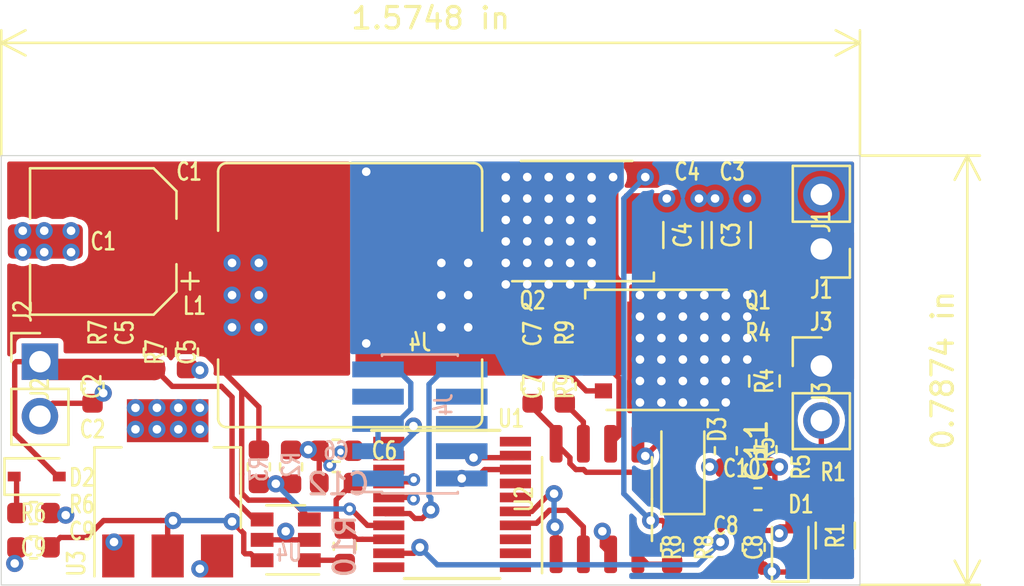
<source format=kicad_pcb>
(kicad_pcb (version 20171130) (host pcbnew "(5.1.2)-2")

  (general
    (thickness 1.6)
    (drawings 6)
    (tracks 336)
    (zones 0)
    (modules 36)
    (nets 37)
  )

  (page A4)
  (layers
    (0 F.Cu signal)
    (1 In1.Cu signal)
    (2 In2.Cu signal)
    (31 B.Cu signal)
    (32 B.Adhes user hide)
    (33 F.Adhes user hide)
    (34 B.Paste user hide)
    (35 F.Paste user hide)
    (36 B.SilkS user)
    (37 F.SilkS user)
    (38 B.Mask user hide)
    (39 F.Mask user hide)
    (40 Dwgs.User user hide)
    (41 Cmts.User user hide)
    (42 Eco1.User user hide)
    (43 Eco2.User user hide)
    (44 Edge.Cuts user hide)
    (45 Margin user hide)
    (46 B.CrtYd user hide)
    (47 F.CrtYd user)
    (48 B.Fab user hide)
    (49 F.Fab user hide)
  )

  (setup
    (last_trace_width 0.25)
    (user_trace_width 0.2)
    (user_trace_width 0.5)
    (user_trace_width 1)
    (trace_clearance 0.2)
    (zone_clearance 0.25)
    (zone_45_only no)
    (trace_min 0.2)
    (via_size 0.8)
    (via_drill 0.4)
    (via_min_size 0.4)
    (via_min_drill 0.3)
    (user_via 0.6 0.3)
    (uvia_size 0.3)
    (uvia_drill 0.1)
    (uvias_allowed no)
    (uvia_min_size 0.2)
    (uvia_min_drill 0.1)
    (edge_width 0.05)
    (segment_width 0.2)
    (pcb_text_width 0.3)
    (pcb_text_size 1.5 1.5)
    (mod_edge_width 0.12)
    (mod_text_size 1 1)
    (mod_text_width 0.15)
    (pad_size 1.524 1.524)
    (pad_drill 0.762)
    (pad_to_mask_clearance 0.051)
    (solder_mask_min_width 0.25)
    (aux_axis_origin 0 0)
    (visible_elements 7FFFFFFF)
    (pcbplotparams
      (layerselection 0x010fc_ffffffff)
      (usegerberextensions false)
      (usegerberattributes false)
      (usegerberadvancedattributes false)
      (creategerberjobfile false)
      (excludeedgelayer true)
      (linewidth 0.100000)
      (plotframeref false)
      (viasonmask false)
      (mode 1)
      (useauxorigin false)
      (hpglpennumber 1)
      (hpglpenspeed 20)
      (hpglpendiameter 15.000000)
      (psnegative false)
      (psa4output false)
      (plotreference true)
      (plotvalue true)
      (plotinvisibletext false)
      (padsonsilk false)
      (subtractmaskfromsilk false)
      (outputformat 1)
      (mirror false)
      (drillshape 0)
      (scaleselection 1)
      (outputdirectory "V1 outputs/"))
  )

  (net 0 "")
  (net 1 "Net-(Q1-Pad4)")
  (net 2 "Net-(Q2-Pad4)")
  (net 3 "Net-(U1-Pad20)")
  (net 4 "Net-(U1-Pad17)")
  (net 5 "Net-(U1-Pad16)")
  (net 6 "Net-(U1-Pad13)")
  (net 7 "Net-(U1-Pad12)")
  (net 8 "Net-(U1-Pad11)")
  (net 9 "Net-(U1-Pad10)")
  (net 10 "Net-(U1-Pad3)")
  (net 11 "Net-(U1-Pad2)")
  (net 12 "Net-(U1-Pad1)")
  (net 13 GND)
  (net 14 +VDC)
  (net 15 +12V)
  (net 16 "Net-(J3-Pad2)")
  (net 17 /VinFB)
  (net 18 +3V3)
  (net 19 +BATT)
  (net 20 "Net-(C7-Pad1)")
  (net 21 "Net-(D2-Pad1)")
  (net 22 /Vout+)
  (net 23 /SWDIO)
  (net 24 /SWCLK)
  (net 25 /nRst)
  (net 26 /VoutFB)
  (net 27 /Hin)
  (net 28 /Lin)
  (net 29 /IoutFB)
  (net 30 "Net-(J4-Pad8)")
  (net 31 "Net-(J4-Pad7)")
  (net 32 "Net-(J4-Pad6)")
  (net 33 /SwitchNode)
  (net 34 "Net-(R8-Pad1)")
  (net 35 "Net-(R9-Pad1)")
  (net 36 "Net-(C12-Pad1)")

  (net_class Default "This is the default net class."
    (clearance 0.2)
    (trace_width 0.25)
    (via_dia 0.8)
    (via_drill 0.4)
    (uvia_dia 0.3)
    (uvia_drill 0.1)
    (add_net +12V)
    (add_net +3V3)
    (add_net +BATT)
    (add_net +VDC)
    (add_net /Hin)
    (add_net /IoutFB)
    (add_net /Lin)
    (add_net /SWCLK)
    (add_net /SWDIO)
    (add_net /SwitchNode)
    (add_net /VinFB)
    (add_net /Vout+)
    (add_net /VoutFB)
    (add_net /nRst)
    (add_net GND)
    (add_net "Net-(C12-Pad1)")
    (add_net "Net-(C7-Pad1)")
    (add_net "Net-(D2-Pad1)")
    (add_net "Net-(J3-Pad2)")
    (add_net "Net-(J4-Pad6)")
    (add_net "Net-(J4-Pad7)")
    (add_net "Net-(J4-Pad8)")
    (add_net "Net-(Q1-Pad4)")
    (add_net "Net-(Q2-Pad4)")
    (add_net "Net-(R8-Pad1)")
    (add_net "Net-(R9-Pad1)")
    (add_net "Net-(U1-Pad1)")
    (add_net "Net-(U1-Pad10)")
    (add_net "Net-(U1-Pad11)")
    (add_net "Net-(U1-Pad12)")
    (add_net "Net-(U1-Pad13)")
    (add_net "Net-(U1-Pad16)")
    (add_net "Net-(U1-Pad17)")
    (add_net "Net-(U1-Pad2)")
    (add_net "Net-(U1-Pad20)")
    (add_net "Net-(U1-Pad3)")
  )

  (module Resistor_SMD:R_0603_1608Metric (layer F.Cu) (tedit 5B301BBD) (tstamp 616E04C6)
    (at 128 78.2 270)
    (descr "Resistor SMD 0603 (1608 Metric), square (rectangular) end terminal, IPC_7351 nominal, (Body size source: http://www.tortai-tech.com/upload/download/2011102023233369053.pdf), generated with kicad-footprint-generator")
    (tags resistor)
    (path /61C70A58)
    (attr smd)
    (fp_text reference R10 (at 0 0 90) (layer B.SilkS)
      (effects (font (size 1 1) (thickness 0.15)) (justify mirror))
    )
    (fp_text value R_47 (at 0 1.43 90) (layer F.Fab)
      (effects (font (size 1 1) (thickness 0.15)))
    )
    (fp_text user %R (at 0 0 90) (layer F.Fab)
      (effects (font (size 0.4 0.4) (thickness 0.06)))
    )
    (fp_line (start 1.48 0.73) (end -1.48 0.73) (layer F.CrtYd) (width 0.05))
    (fp_line (start 1.48 -0.73) (end 1.48 0.73) (layer F.CrtYd) (width 0.05))
    (fp_line (start -1.48 -0.73) (end 1.48 -0.73) (layer F.CrtYd) (width 0.05))
    (fp_line (start -1.48 0.73) (end -1.48 -0.73) (layer F.CrtYd) (width 0.05))
    (fp_line (start -0.162779 0.51) (end 0.162779 0.51) (layer F.SilkS) (width 0.12))
    (fp_line (start -0.162779 -0.51) (end 0.162779 -0.51) (layer F.SilkS) (width 0.12))
    (fp_line (start 0.8 0.4) (end -0.8 0.4) (layer F.Fab) (width 0.1))
    (fp_line (start 0.8 -0.4) (end 0.8 0.4) (layer F.Fab) (width 0.1))
    (fp_line (start -0.8 -0.4) (end 0.8 -0.4) (layer F.Fab) (width 0.1))
    (fp_line (start -0.8 0.4) (end -0.8 -0.4) (layer F.Fab) (width 0.1))
    (pad 2 smd roundrect (at 0.7875 0 270) (size 0.875 0.95) (layers F.Cu F.Paste F.Mask) (roundrect_rratio 0.25)
      (net 29 /IoutFB))
    (pad 1 smd roundrect (at -0.7875 0 270) (size 0.875 0.95) (layers F.Cu F.Paste F.Mask) (roundrect_rratio 0.25)
      (net 36 "Net-(C12-Pad1)"))
    (model ${KISYS3DMOD}/Resistor_SMD.3dshapes/R_0603_1608Metric.wrl
      (at (xyz 0 0 0))
      (scale (xyz 1 1 1))
      (rotate (xyz 0 0 0))
    )
  )

  (module Capacitor_SMD:C_0603_1608Metric (layer F.Cu) (tedit 5B301BBE) (tstamp 616E0155)
    (at 127.6 75.25 180)
    (descr "Capacitor SMD 0603 (1608 Metric), square (rectangular) end terminal, IPC_7351 nominal, (Body size source: http://www.tortai-tech.com/upload/download/2011102023233369053.pdf), generated with kicad-footprint-generator")
    (tags capacitor)
    (path /61C7C68D)
    (attr smd)
    (fp_text reference C12 (at -0.1 -0.05) (layer B.SilkS)
      (effects (font (size 1 1) (thickness 0.15)) (justify mirror))
    )
    (fp_text value "C_10nF 25V" (at 0 1.43) (layer F.Fab)
      (effects (font (size 1 1) (thickness 0.15)))
    )
    (fp_text user %R (at 0 0) (layer F.Fab)
      (effects (font (size 0.4 0.4) (thickness 0.06)))
    )
    (fp_line (start 1.48 0.73) (end -1.48 0.73) (layer F.CrtYd) (width 0.05))
    (fp_line (start 1.48 -0.73) (end 1.48 0.73) (layer F.CrtYd) (width 0.05))
    (fp_line (start -1.48 -0.73) (end 1.48 -0.73) (layer F.CrtYd) (width 0.05))
    (fp_line (start -1.48 0.73) (end -1.48 -0.73) (layer F.CrtYd) (width 0.05))
    (fp_line (start -0.162779 0.51) (end 0.162779 0.51) (layer F.SilkS) (width 0.12))
    (fp_line (start -0.162779 -0.51) (end 0.162779 -0.51) (layer F.SilkS) (width 0.12))
    (fp_line (start 0.8 0.4) (end -0.8 0.4) (layer F.Fab) (width 0.1))
    (fp_line (start 0.8 -0.4) (end 0.8 0.4) (layer F.Fab) (width 0.1))
    (fp_line (start -0.8 -0.4) (end 0.8 -0.4) (layer F.Fab) (width 0.1))
    (fp_line (start -0.8 0.4) (end -0.8 -0.4) (layer F.Fab) (width 0.1))
    (pad 2 smd roundrect (at 0.7875 0 180) (size 0.875 0.95) (layers F.Cu F.Paste F.Mask) (roundrect_rratio 0.25)
      (net 13 GND))
    (pad 1 smd roundrect (at -0.7875 0 180) (size 0.875 0.95) (layers F.Cu F.Paste F.Mask) (roundrect_rratio 0.25)
      (net 36 "Net-(C12-Pad1)"))
    (model ${KISYS3DMOD}/Capacitor_SMD.3dshapes/C_0603_1608Metric.wrl
      (at (xyz 0 0 0))
      (scale (xyz 1 1 1))
      (rotate (xyz 0 0 0))
    )
  )

  (module Capacitor_SMD:C_0603_1608Metric (layer F.Cu) (tedit 5B301BBE) (tstamp 61630225)
    (at 145.75 73.75 270)
    (descr "Capacitor SMD 0603 (1608 Metric), square (rectangular) end terminal, IPC_7351 nominal, (Body size source: http://www.tortai-tech.com/upload/download/2011102023233369053.pdf), generated with kicad-footprint-generator")
    (tags capacitor)
    (path /61BC7D38)
    (attr smd)
    (fp_text reference C11 (at 0 -1.43 90) (layer F.SilkS)
      (effects (font (size 1 1) (thickness 0.15)))
    )
    (fp_text value "C_10uF 25V" (at 0 1.43 90) (layer F.Fab)
      (effects (font (size 1 1) (thickness 0.15)))
    )
    (fp_text user %R (at 0 0 90) (layer F.Fab)
      (effects (font (size 0.4 0.4) (thickness 0.06)))
    )
    (fp_line (start 1.48 0.73) (end -1.48 0.73) (layer F.CrtYd) (width 0.05))
    (fp_line (start 1.48 -0.73) (end 1.48 0.73) (layer F.CrtYd) (width 0.05))
    (fp_line (start -1.48 -0.73) (end 1.48 -0.73) (layer F.CrtYd) (width 0.05))
    (fp_line (start -1.48 0.73) (end -1.48 -0.73) (layer F.CrtYd) (width 0.05))
    (fp_line (start -0.162779 0.51) (end 0.162779 0.51) (layer F.SilkS) (width 0.12))
    (fp_line (start -0.162779 -0.51) (end 0.162779 -0.51) (layer F.SilkS) (width 0.12))
    (fp_line (start 0.8 0.4) (end -0.8 0.4) (layer F.Fab) (width 0.1))
    (fp_line (start 0.8 -0.4) (end 0.8 0.4) (layer F.Fab) (width 0.1))
    (fp_line (start -0.8 -0.4) (end 0.8 -0.4) (layer F.Fab) (width 0.1))
    (fp_line (start -0.8 0.4) (end -0.8 -0.4) (layer F.Fab) (width 0.1))
    (pad 2 smd roundrect (at 0.7875 0 270) (size 0.875 0.95) (layers F.Cu F.Paste F.Mask) (roundrect_rratio 0.25)
      (net 13 GND))
    (pad 1 smd roundrect (at -0.7875 0 270) (size 0.875 0.95) (layers F.Cu F.Paste F.Mask) (roundrect_rratio 0.25)
      (net 15 +12V))
    (model ${KISYS3DMOD}/Capacitor_SMD.3dshapes/C_0603_1608Metric.wrl
      (at (xyz 0 0 0))
      (scale (xyz 1 1 1))
      (rotate (xyz 0 0 0))
    )
  )

  (module Capacitor_SMD:C_0603_1608Metric (layer F.Cu) (tedit 5B301BBE) (tstamp 6162E194)
    (at 147.25 76)
    (descr "Capacitor SMD 0603 (1608 Metric), square (rectangular) end terminal, IPC_7351 nominal, (Body size source: http://www.tortai-tech.com/upload/download/2011102023233369053.pdf), generated with kicad-footprint-generator")
    (tags capacitor)
    (path /61AB1E9E)
    (attr smd)
    (fp_text reference C10 (at -0.75 -1.43) (layer F.SilkS)
      (effects (font (size 0.8 0.6) (thickness 0.12)))
    )
    (fp_text value "C_10nF 25V" (at 0 1.43) (layer F.Fab)
      (effects (font (size 1 1) (thickness 0.15)))
    )
    (fp_line (start 1.48 0.73) (end -1.48 0.73) (layer F.CrtYd) (width 0.05))
    (fp_line (start 1.48 -0.73) (end 1.48 0.73) (layer F.CrtYd) (width 0.05))
    (fp_line (start -1.48 -0.73) (end 1.48 -0.73) (layer F.CrtYd) (width 0.05))
    (fp_line (start -1.48 0.73) (end -1.48 -0.73) (layer F.CrtYd) (width 0.05))
    (fp_line (start -0.162779 0.51) (end 0.162779 0.51) (layer F.SilkS) (width 0.12))
    (fp_line (start -0.162779 -0.51) (end 0.162779 -0.51) (layer F.SilkS) (width 0.12))
    (fp_line (start 0.8 0.4) (end -0.8 0.4) (layer F.Fab) (width 0.1))
    (fp_line (start 0.8 -0.4) (end 0.8 0.4) (layer F.Fab) (width 0.1))
    (fp_line (start -0.8 -0.4) (end 0.8 -0.4) (layer F.Fab) (width 0.1))
    (fp_line (start -0.8 0.4) (end -0.8 -0.4) (layer F.Fab) (width 0.1))
    (pad 2 smd roundrect (at 0.7875 0) (size 0.875 0.95) (layers F.Cu F.Paste F.Mask) (roundrect_rratio 0.25)
      (net 13 GND))
    (pad 1 smd roundrect (at -0.7875 0) (size 0.875 0.95) (layers F.Cu F.Paste F.Mask) (roundrect_rratio 0.25)
      (net 17 /VinFB))
    (model ${KISYS3DMOD}/Capacitor_SMD.3dshapes/C_0603_1608Metric.wrl
      (at (xyz 0 0 0))
      (scale (xyz 1 1 1))
      (rotate (xyz 0 0 0))
    )
  )

  (module Capacitor_SMD:C_0603_1608Metric (layer F.Cu) (tedit 5B301BBE) (tstamp 6162B931)
    (at 113.5 78.25 180)
    (descr "Capacitor SMD 0603 (1608 Metric), square (rectangular) end terminal, IPC_7351 nominal, (Body size source: http://www.tortai-tech.com/upload/download/2011102023233369053.pdf), generated with kicad-footprint-generator")
    (tags capacitor)
    (path /61A295C5)
    (attr smd)
    (fp_text reference C9 (at -2.25 0.75) (layer F.SilkS)
      (effects (font (size 0.8 0.6) (thickness 0.12)))
    )
    (fp_text value "C_10uF 25V" (at 0 1.43) (layer F.Fab)
      (effects (font (size 1 1) (thickness 0.15)))
    )
    (fp_text user %R (at 0 0) (layer F.SilkS)
      (effects (font (size 0.8 0.6) (thickness 0.12)))
    )
    (fp_line (start 1.48 0.73) (end -1.48 0.73) (layer F.CrtYd) (width 0.05))
    (fp_line (start 1.48 -0.73) (end 1.48 0.73) (layer F.CrtYd) (width 0.05))
    (fp_line (start -1.48 -0.73) (end 1.48 -0.73) (layer F.CrtYd) (width 0.05))
    (fp_line (start -1.48 0.73) (end -1.48 -0.73) (layer F.CrtYd) (width 0.05))
    (fp_line (start -0.162779 0.51) (end 0.162779 0.51) (layer F.SilkS) (width 0.12))
    (fp_line (start -0.162779 -0.51) (end 0.162779 -0.51) (layer F.SilkS) (width 0.12))
    (fp_line (start 0.8 0.4) (end -0.8 0.4) (layer F.Fab) (width 0.1))
    (fp_line (start 0.8 -0.4) (end 0.8 0.4) (layer F.Fab) (width 0.1))
    (fp_line (start -0.8 -0.4) (end 0.8 -0.4) (layer F.Fab) (width 0.1))
    (fp_line (start -0.8 0.4) (end -0.8 -0.4) (layer F.Fab) (width 0.1))
    (pad 2 smd roundrect (at 0.7875 0 180) (size 0.875 0.95) (layers F.Cu F.Paste F.Mask) (roundrect_rratio 0.25)
      (net 13 GND))
    (pad 1 smd roundrect (at -0.7875 0 180) (size 0.875 0.95) (layers F.Cu F.Paste F.Mask) (roundrect_rratio 0.25)
      (net 18 +3V3))
    (model ${KISYS3DMOD}/Capacitor_SMD.3dshapes/C_0603_1608Metric.wrl
      (at (xyz 0 0 0))
      (scale (xyz 1 1 1))
      (rotate (xyz 0 0 0))
    )
  )

  (module Capacitor_SMD:C_0603_1608Metric (layer F.Cu) (tedit 5B301BBE) (tstamp 6162B8E0)
    (at 127.6 73.75 180)
    (descr "Capacitor SMD 0603 (1608 Metric), square (rectangular) end terminal, IPC_7351 nominal, (Body size source: http://www.tortai-tech.com/upload/download/2011102023233369053.pdf), generated with kicad-footprint-generator")
    (tags capacitor)
    (path /61A288F3)
    (attr smd)
    (fp_text reference C6 (at -2.25 0) (layer F.SilkS)
      (effects (font (size 0.8 0.6) (thickness 0.12)))
    )
    (fp_text value "C_10uF 25V" (at 0 1.43) (layer F.Fab)
      (effects (font (size 1 1) (thickness 0.15)))
    )
    (fp_text user %R (at 0 0) (layer B.SilkS)
      (effects (font (size 0.8 0.6) (thickness 0.12)) (justify mirror))
    )
    (fp_line (start 1.48 0.73) (end -1.48 0.73) (layer F.CrtYd) (width 0.05))
    (fp_line (start 1.48 -0.73) (end 1.48 0.73) (layer F.CrtYd) (width 0.05))
    (fp_line (start -1.48 -0.73) (end 1.48 -0.73) (layer F.CrtYd) (width 0.05))
    (fp_line (start -1.48 0.73) (end -1.48 -0.73) (layer F.CrtYd) (width 0.05))
    (fp_line (start -0.162779 0.51) (end 0.162779 0.51) (layer F.SilkS) (width 0.12))
    (fp_line (start -0.162779 -0.51) (end 0.162779 -0.51) (layer F.SilkS) (width 0.12))
    (fp_line (start 0.8 0.4) (end -0.8 0.4) (layer F.Fab) (width 0.1))
    (fp_line (start 0.8 -0.4) (end 0.8 0.4) (layer F.Fab) (width 0.1))
    (fp_line (start -0.8 -0.4) (end 0.8 -0.4) (layer F.Fab) (width 0.1))
    (fp_line (start -0.8 0.4) (end -0.8 -0.4) (layer F.Fab) (width 0.1))
    (pad 2 smd roundrect (at 0.7875 0 180) (size 0.875 0.95) (layers F.Cu F.Paste F.Mask) (roundrect_rratio 0.25)
      (net 13 GND))
    (pad 1 smd roundrect (at -0.7875 0 180) (size 0.875 0.95) (layers F.Cu F.Paste F.Mask) (roundrect_rratio 0.25)
      (net 18 +3V3))
    (model ${KISYS3DMOD}/Capacitor_SMD.3dshapes/C_0603_1608Metric.wrl
      (at (xyz 0 0 0))
      (scale (xyz 1 1 1))
      (rotate (xyz 0 0 0))
    )
  )

  (module Resistor_SMD:R_0603_1608Metric (layer F.Cu) (tedit 5B301BBD) (tstamp 61628B03)
    (at 138.25 70.75 90)
    (descr "Resistor SMD 0603 (1608 Metric), square (rectangular) end terminal, IPC_7351 nominal, (Body size source: http://www.tortai-tech.com/upload/download/2011102023233369053.pdf), generated with kicad-footprint-generator")
    (tags resistor)
    (path /619DA0DA)
    (attr smd)
    (fp_text reference R9 (at 2.5 0 90) (layer F.SilkS)
      (effects (font (size 0.8 0.6) (thickness 0.12)))
    )
    (fp_text value R_4.7 (at 0 1.43 90) (layer F.Fab)
      (effects (font (size 1 1) (thickness 0.15)))
    )
    (fp_text user %R (at 0 0 90) (layer F.SilkS)
      (effects (font (size 0.8 0.6) (thickness 0.12)))
    )
    (fp_line (start 1.48 0.73) (end -1.48 0.73) (layer F.CrtYd) (width 0.05))
    (fp_line (start 1.48 -0.73) (end 1.48 0.73) (layer F.CrtYd) (width 0.05))
    (fp_line (start -1.48 -0.73) (end 1.48 -0.73) (layer F.CrtYd) (width 0.05))
    (fp_line (start -1.48 0.73) (end -1.48 -0.73) (layer F.CrtYd) (width 0.05))
    (fp_line (start -0.162779 0.51) (end 0.162779 0.51) (layer F.SilkS) (width 0.12))
    (fp_line (start -0.162779 -0.51) (end 0.162779 -0.51) (layer F.SilkS) (width 0.12))
    (fp_line (start 0.8 0.4) (end -0.8 0.4) (layer F.Fab) (width 0.1))
    (fp_line (start 0.8 -0.4) (end 0.8 0.4) (layer F.Fab) (width 0.1))
    (fp_line (start -0.8 -0.4) (end 0.8 -0.4) (layer F.Fab) (width 0.1))
    (fp_line (start -0.8 0.4) (end -0.8 -0.4) (layer F.Fab) (width 0.1))
    (pad 2 smd roundrect (at 0.7875 0 90) (size 0.875 0.95) (layers F.Cu F.Paste F.Mask) (roundrect_rratio 0.25)
      (net 1 "Net-(Q1-Pad4)"))
    (pad 1 smd roundrect (at -0.7875 0 90) (size 0.875 0.95) (layers F.Cu F.Paste F.Mask) (roundrect_rratio 0.25)
      (net 35 "Net-(R9-Pad1)"))
    (model ${KISYS3DMOD}/Resistor_SMD.3dshapes/R_0603_1608Metric.wrl
      (at (xyz 0 0 0))
      (scale (xyz 1 1 1))
      (rotate (xyz 0 0 0))
    )
  )

  (module Resistor_SMD:R_0603_1608Metric (layer F.Cu) (tedit 5B301BBD) (tstamp 61628AF2)
    (at 143.25 78.25 90)
    (descr "Resistor SMD 0603 (1608 Metric), square (rectangular) end terminal, IPC_7351 nominal, (Body size source: http://www.tortai-tech.com/upload/download/2011102023233369053.pdf), generated with kicad-footprint-generator")
    (tags resistor)
    (path /619DAC48)
    (attr smd)
    (fp_text reference R8 (at 0 1.5 90) (layer F.SilkS)
      (effects (font (size 0.8 0.6) (thickness 0.12)))
    )
    (fp_text value R_4.7 (at 0 1.43 90) (layer F.Fab)
      (effects (font (size 1 1) (thickness 0.15)))
    )
    (fp_text user %R (at 0 0 90) (layer F.SilkS)
      (effects (font (size 0.8 0.6) (thickness 0.12)))
    )
    (fp_line (start 1.48 0.73) (end -1.48 0.73) (layer F.CrtYd) (width 0.05))
    (fp_line (start 1.48 -0.73) (end 1.48 0.73) (layer F.CrtYd) (width 0.05))
    (fp_line (start -1.48 -0.73) (end 1.48 -0.73) (layer F.CrtYd) (width 0.05))
    (fp_line (start -1.48 0.73) (end -1.48 -0.73) (layer F.CrtYd) (width 0.05))
    (fp_line (start -0.162779 0.51) (end 0.162779 0.51) (layer F.SilkS) (width 0.12))
    (fp_line (start -0.162779 -0.51) (end 0.162779 -0.51) (layer F.SilkS) (width 0.12))
    (fp_line (start 0.8 0.4) (end -0.8 0.4) (layer F.Fab) (width 0.1))
    (fp_line (start 0.8 -0.4) (end 0.8 0.4) (layer F.Fab) (width 0.1))
    (fp_line (start -0.8 -0.4) (end 0.8 -0.4) (layer F.Fab) (width 0.1))
    (fp_line (start -0.8 0.4) (end -0.8 -0.4) (layer F.Fab) (width 0.1))
    (pad 2 smd roundrect (at 0.7875 0 90) (size 0.875 0.95) (layers F.Cu F.Paste F.Mask) (roundrect_rratio 0.25)
      (net 2 "Net-(Q2-Pad4)"))
    (pad 1 smd roundrect (at -0.7875 0 90) (size 0.875 0.95) (layers F.Cu F.Paste F.Mask) (roundrect_rratio 0.25)
      (net 34 "Net-(R8-Pad1)"))
    (model ${KISYS3DMOD}/Resistor_SMD.3dshapes/R_0603_1608Metric.wrl
      (at (xyz 0 0 0))
      (scale (xyz 1 1 1))
      (rotate (xyz 0 0 0))
    )
  )

  (module Connector_PinHeader_1.27mm:PinHeader_2x05_P1.27mm_Vertical_SMD (layer B.Cu) (tedit 59FED6E3) (tstamp 61624DD0)
    (at 131.5 72.5)
    (descr "surface-mounted straight pin header, 2x05, 1.27mm pitch, double rows")
    (tags "Surface mounted pin header SMD 2x05 1.27mm double row")
    (path /61999985)
    (attr smd)
    (fp_text reference J4 (at 0 -3.8) (layer F.SilkS)
      (effects (font (size 0.8 0.6) (thickness 0.12)) (justify mirror))
    )
    (fp_text value Conn_ARM_JTAG_SWD_10 (at 0 -4.235) (layer B.Fab)
      (effects (font (size 1 1) (thickness 0.15)) (justify mirror))
    )
    (fp_text user %R (at 1.1 -0.9 90) (layer B.SilkS)
      (effects (font (size 0.8 0.6) (thickness 0.12)) (justify mirror))
    )
    (fp_line (start 4.3 3.7) (end -4.3 3.7) (layer B.CrtYd) (width 0.05))
    (fp_line (start 4.3 -3.7) (end 4.3 3.7) (layer B.CrtYd) (width 0.05))
    (fp_line (start -4.3 -3.7) (end 4.3 -3.7) (layer B.CrtYd) (width 0.05))
    (fp_line (start -4.3 3.7) (end -4.3 -3.7) (layer B.CrtYd) (width 0.05))
    (fp_line (start 1.765 -3.17) (end 1.765 -3.235) (layer B.SilkS) (width 0.12))
    (fp_line (start -1.765 -3.17) (end -1.765 -3.235) (layer B.SilkS) (width 0.12))
    (fp_line (start 1.765 3.235) (end 1.765 3.17) (layer B.SilkS) (width 0.12))
    (fp_line (start -1.765 3.235) (end -1.765 3.17) (layer B.SilkS) (width 0.12))
    (fp_line (start -3.09 3.17) (end -1.765 3.17) (layer B.SilkS) (width 0.12))
    (fp_line (start -1.765 -3.235) (end 1.765 -3.235) (layer B.SilkS) (width 0.12))
    (fp_line (start -1.765 3.235) (end 1.765 3.235) (layer B.SilkS) (width 0.12))
    (fp_line (start 2.75 -2.74) (end 1.705 -2.74) (layer B.Fab) (width 0.1))
    (fp_line (start 2.75 -2.34) (end 2.75 -2.74) (layer B.Fab) (width 0.1))
    (fp_line (start 1.705 -2.34) (end 2.75 -2.34) (layer B.Fab) (width 0.1))
    (fp_line (start -2.75 -2.74) (end -1.705 -2.74) (layer B.Fab) (width 0.1))
    (fp_line (start -2.75 -2.34) (end -2.75 -2.74) (layer B.Fab) (width 0.1))
    (fp_line (start -1.705 -2.34) (end -2.75 -2.34) (layer B.Fab) (width 0.1))
    (fp_line (start 2.75 -1.47) (end 1.705 -1.47) (layer B.Fab) (width 0.1))
    (fp_line (start 2.75 -1.07) (end 2.75 -1.47) (layer B.Fab) (width 0.1))
    (fp_line (start 1.705 -1.07) (end 2.75 -1.07) (layer B.Fab) (width 0.1))
    (fp_line (start -2.75 -1.47) (end -1.705 -1.47) (layer B.Fab) (width 0.1))
    (fp_line (start -2.75 -1.07) (end -2.75 -1.47) (layer B.Fab) (width 0.1))
    (fp_line (start -1.705 -1.07) (end -2.75 -1.07) (layer B.Fab) (width 0.1))
    (fp_line (start 2.75 -0.2) (end 1.705 -0.2) (layer B.Fab) (width 0.1))
    (fp_line (start 2.75 0.2) (end 2.75 -0.2) (layer B.Fab) (width 0.1))
    (fp_line (start 1.705 0.2) (end 2.75 0.2) (layer B.Fab) (width 0.1))
    (fp_line (start -2.75 -0.2) (end -1.705 -0.2) (layer B.Fab) (width 0.1))
    (fp_line (start -2.75 0.2) (end -2.75 -0.2) (layer B.Fab) (width 0.1))
    (fp_line (start -1.705 0.2) (end -2.75 0.2) (layer B.Fab) (width 0.1))
    (fp_line (start 2.75 1.07) (end 1.705 1.07) (layer B.Fab) (width 0.1))
    (fp_line (start 2.75 1.47) (end 2.75 1.07) (layer B.Fab) (width 0.1))
    (fp_line (start 1.705 1.47) (end 2.75 1.47) (layer B.Fab) (width 0.1))
    (fp_line (start -2.75 1.07) (end -1.705 1.07) (layer B.Fab) (width 0.1))
    (fp_line (start -2.75 1.47) (end -2.75 1.07) (layer B.Fab) (width 0.1))
    (fp_line (start -1.705 1.47) (end -2.75 1.47) (layer B.Fab) (width 0.1))
    (fp_line (start 2.75 2.34) (end 1.705 2.34) (layer B.Fab) (width 0.1))
    (fp_line (start 2.75 2.74) (end 2.75 2.34) (layer B.Fab) (width 0.1))
    (fp_line (start 1.705 2.74) (end 2.75 2.74) (layer B.Fab) (width 0.1))
    (fp_line (start -2.75 2.34) (end -1.705 2.34) (layer B.Fab) (width 0.1))
    (fp_line (start -2.75 2.74) (end -2.75 2.34) (layer B.Fab) (width 0.1))
    (fp_line (start -1.705 2.74) (end -2.75 2.74) (layer B.Fab) (width 0.1))
    (fp_line (start 1.705 3.175) (end 1.705 -3.175) (layer B.Fab) (width 0.1))
    (fp_line (start -1.705 2.74) (end -1.27 3.175) (layer B.Fab) (width 0.1))
    (fp_line (start -1.705 -3.175) (end -1.705 2.74) (layer B.Fab) (width 0.1))
    (fp_line (start -1.27 3.175) (end 1.705 3.175) (layer B.Fab) (width 0.1))
    (fp_line (start 1.705 -3.175) (end -1.705 -3.175) (layer B.Fab) (width 0.1))
    (pad 10 smd rect (at 1.95 -2.54) (size 2.4 0.74) (layers B.Cu B.Paste B.Mask)
      (net 25 /nRst))
    (pad 9 smd rect (at -1.95 -2.54) (size 2.4 0.74) (layers B.Cu B.Paste B.Mask)
      (net 13 GND))
    (pad 8 smd rect (at 1.95 -1.27) (size 2.4 0.74) (layers B.Cu B.Paste B.Mask)
      (net 30 "Net-(J4-Pad8)"))
    (pad 7 smd rect (at -1.95 -1.27) (size 2.4 0.74) (layers B.Cu B.Paste B.Mask)
      (net 31 "Net-(J4-Pad7)"))
    (pad 6 smd rect (at 1.95 0) (size 2.4 0.74) (layers B.Cu B.Paste B.Mask)
      (net 32 "Net-(J4-Pad6)"))
    (pad 5 smd rect (at -1.95 0) (size 2.4 0.74) (layers B.Cu B.Paste B.Mask)
      (net 13 GND))
    (pad 4 smd rect (at 1.95 1.27) (size 2.4 0.74) (layers B.Cu B.Paste B.Mask)
      (net 24 /SWCLK))
    (pad 3 smd rect (at -1.95 1.27) (size 2.4 0.74) (layers B.Cu B.Paste B.Mask)
      (net 13 GND))
    (pad 2 smd rect (at 1.95 2.54) (size 2.4 0.74) (layers B.Cu B.Paste B.Mask)
      (net 23 /SWDIO))
    (pad 1 smd rect (at -1.95 2.54) (size 2.4 0.74) (layers B.Cu B.Paste B.Mask)
      (net 18 +3V3))
    (model ${KISYS3DMOD}/Connector_PinHeader_1.27mm.3dshapes/PinHeader_2x05_P1.27mm_Vertical_SMD.wrl
      (at (xyz 0 0 0))
      (scale (xyz 1 1 1))
      (rotate (xyz 0 0 0))
    )
  )

  (module Diode_SMD:D_SOD-123F (layer F.Cu) (tedit 587F7769) (tstamp 616215DD)
    (at 143.75 74.5 90)
    (descr D_SOD-123F)
    (tags D_SOD-123F)
    (path /618C7BF6)
    (attr smd)
    (fp_text reference D3 (at 1.75 1.6 90) (layer F.SilkS)
      (effects (font (size 0.8 0.6) (thickness 0.12)))
    )
    (fp_text value D_Small (at 0 2.1 90) (layer F.Fab)
      (effects (font (size 1 1) (thickness 0.15)))
    )
    (fp_line (start -2.2 -1) (end 1.65 -1) (layer F.SilkS) (width 0.12))
    (fp_line (start -2.2 1) (end 1.65 1) (layer F.SilkS) (width 0.12))
    (fp_line (start -2.2 -1.15) (end -2.2 1.15) (layer F.CrtYd) (width 0.05))
    (fp_line (start 2.2 1.15) (end -2.2 1.15) (layer F.CrtYd) (width 0.05))
    (fp_line (start 2.2 -1.15) (end 2.2 1.15) (layer F.CrtYd) (width 0.05))
    (fp_line (start -2.2 -1.15) (end 2.2 -1.15) (layer F.CrtYd) (width 0.05))
    (fp_line (start -1.4 -0.9) (end 1.4 -0.9) (layer F.Fab) (width 0.1))
    (fp_line (start 1.4 -0.9) (end 1.4 0.9) (layer F.Fab) (width 0.1))
    (fp_line (start 1.4 0.9) (end -1.4 0.9) (layer F.Fab) (width 0.1))
    (fp_line (start -1.4 0.9) (end -1.4 -0.9) (layer F.Fab) (width 0.1))
    (fp_line (start -0.75 0) (end -0.35 0) (layer F.Fab) (width 0.1))
    (fp_line (start -0.35 0) (end -0.35 -0.55) (layer F.Fab) (width 0.1))
    (fp_line (start -0.35 0) (end -0.35 0.55) (layer F.Fab) (width 0.1))
    (fp_line (start -0.35 0) (end 0.25 -0.4) (layer F.Fab) (width 0.1))
    (fp_line (start 0.25 -0.4) (end 0.25 0.4) (layer F.Fab) (width 0.1))
    (fp_line (start 0.25 0.4) (end -0.35 0) (layer F.Fab) (width 0.1))
    (fp_line (start 0.25 0) (end 0.75 0) (layer F.Fab) (width 0.1))
    (fp_line (start -2.2 -1) (end -2.2 1) (layer F.SilkS) (width 0.12))
    (pad 2 smd rect (at 1.4 0 90) (size 1.1 1.1) (layers F.Cu F.Paste F.Mask)
      (net 15 +12V))
    (pad 1 smd rect (at -1.4 0 90) (size 1.1 1.1) (layers F.Cu F.Paste F.Mask)
      (net 20 "Net-(C7-Pad1)"))
    (model ${KISYS3DMOD}/Diode_SMD.3dshapes/D_SOD-123F.wrl
      (at (xyz 0 0 0))
      (scale (xyz 1 1 1))
      (rotate (xyz 0 0 0))
    )
  )

  (module Resistor_SMD:R_0603_1608Metric (layer F.Cu) (tedit 5B301BBD) (tstamp 6161F8CF)
    (at 119.15 69.15 270)
    (descr "Resistor SMD 0603 (1608 Metric), square (rectangular) end terminal, IPC_7351 nominal, (Body size source: http://www.tortai-tech.com/upload/download/2011102023233369053.pdf), generated with kicad-footprint-generator")
    (tags resistor)
    (path /61870B6E)
    (attr smd)
    (fp_text reference R7 (at -0.9 2.65 270) (layer F.SilkS)
      (effects (font (size 0.8 0.6) (thickness 0.12)))
    )
    (fp_text value R_10mR (at 0 1.43 90) (layer F.Fab)
      (effects (font (size 1 1) (thickness 0.15)))
    )
    (fp_text user %R (at 0 0 90) (layer F.SilkS)
      (effects (font (size 0.8 0.6) (thickness 0.12)))
    )
    (fp_line (start 1.48 0.73) (end -1.48 0.73) (layer F.CrtYd) (width 0.05))
    (fp_line (start 1.48 -0.73) (end 1.48 0.73) (layer F.CrtYd) (width 0.05))
    (fp_line (start -1.48 -0.73) (end 1.48 -0.73) (layer F.CrtYd) (width 0.05))
    (fp_line (start -1.48 0.73) (end -1.48 -0.73) (layer F.CrtYd) (width 0.05))
    (fp_line (start -0.162779 0.51) (end 0.162779 0.51) (layer F.SilkS) (width 0.12))
    (fp_line (start -0.162779 -0.51) (end 0.162779 -0.51) (layer F.SilkS) (width 0.12))
    (fp_line (start 0.8 0.4) (end -0.8 0.4) (layer F.Fab) (width 0.1))
    (fp_line (start 0.8 -0.4) (end 0.8 0.4) (layer F.Fab) (width 0.1))
    (fp_line (start -0.8 -0.4) (end 0.8 -0.4) (layer F.Fab) (width 0.1))
    (fp_line (start -0.8 0.4) (end -0.8 -0.4) (layer F.Fab) (width 0.1))
    (pad 2 smd roundrect (at 0.7875 0 270) (size 0.875 0.95) (layers F.Cu F.Paste F.Mask) (roundrect_rratio 0.25)
      (net 14 +VDC))
    (pad 1 smd roundrect (at -0.7875 0 270) (size 0.875 0.95) (layers F.Cu F.Paste F.Mask) (roundrect_rratio 0.25)
      (net 22 /Vout+))
    (model ${KISYS3DMOD}/Resistor_SMD.3dshapes/R_0603_1608Metric.wrl
      (at (xyz 0 0 0))
      (scale (xyz 1 1 1))
      (rotate (xyz 0 0 0))
    )
  )

  (module Resistor_SMD:R_0603_1608Metric (layer F.Cu) (tedit 5B301BBD) (tstamp 6161EE69)
    (at 113.5 76.65)
    (descr "Resistor SMD 0603 (1608 Metric), square (rectangular) end terminal, IPC_7351 nominal, (Body size source: http://www.tortai-tech.com/upload/download/2011102023233369053.pdf), generated with kicad-footprint-generator")
    (tags resistor)
    (path /618188B8)
    (attr smd)
    (fp_text reference R6 (at 2.25 -0.4) (layer F.SilkS)
      (effects (font (size 0.8 0.6) (thickness 0.12)))
    )
    (fp_text value R_47 (at 0 1.43) (layer F.Fab)
      (effects (font (size 1 1) (thickness 0.15)))
    )
    (fp_text user %R (at 0 0) (layer F.SilkS)
      (effects (font (size 0.8 0.6) (thickness 0.12)))
    )
    (fp_line (start 1.48 0.73) (end -1.48 0.73) (layer F.CrtYd) (width 0.05))
    (fp_line (start 1.48 -0.73) (end 1.48 0.73) (layer F.CrtYd) (width 0.05))
    (fp_line (start -1.48 -0.73) (end 1.48 -0.73) (layer F.CrtYd) (width 0.05))
    (fp_line (start -1.48 0.73) (end -1.48 -0.73) (layer F.CrtYd) (width 0.05))
    (fp_line (start -0.162779 0.51) (end 0.162779 0.51) (layer F.SilkS) (width 0.12))
    (fp_line (start -0.162779 -0.51) (end 0.162779 -0.51) (layer F.SilkS) (width 0.12))
    (fp_line (start 0.8 0.4) (end -0.8 0.4) (layer F.Fab) (width 0.1))
    (fp_line (start 0.8 -0.4) (end 0.8 0.4) (layer F.Fab) (width 0.1))
    (fp_line (start -0.8 -0.4) (end 0.8 -0.4) (layer F.Fab) (width 0.1))
    (fp_line (start -0.8 0.4) (end -0.8 -0.4) (layer F.Fab) (width 0.1))
    (pad 2 smd roundrect (at 0.7875 0) (size 0.875 0.95) (layers F.Cu F.Paste F.Mask) (roundrect_rratio 0.25)
      (net 15 +12V))
    (pad 1 smd roundrect (at -0.7875 0) (size 0.875 0.95) (layers F.Cu F.Paste F.Mask) (roundrect_rratio 0.25)
      (net 21 "Net-(D2-Pad1)"))
    (model ${KISYS3DMOD}/Resistor_SMD.3dshapes/R_0603_1608Metric.wrl
      (at (xyz 0 0 0))
      (scale (xyz 1 1 1))
      (rotate (xyz 0 0 0))
    )
  )

  (module Diode_SMD:D_SOD-323 (layer F.Cu) (tedit 58641739) (tstamp 6161EC70)
    (at 113.65 74.95)
    (descr SOD-323)
    (tags SOD-323)
    (path /6181E89D)
    (attr smd)
    (fp_text reference D2 (at 2.1 0.05) (layer F.SilkS)
      (effects (font (size 0.8 0.6) (thickness 0.12)))
    )
    (fp_text value D_Zener (at 0.1 1.9) (layer F.Fab)
      (effects (font (size 1 1) (thickness 0.15)))
    )
    (fp_line (start -1.5 -0.85) (end 1.05 -0.85) (layer F.SilkS) (width 0.12))
    (fp_line (start -1.5 0.85) (end 1.05 0.85) (layer F.SilkS) (width 0.12))
    (fp_line (start -1.6 -0.95) (end -1.6 0.95) (layer F.CrtYd) (width 0.05))
    (fp_line (start -1.6 0.95) (end 1.6 0.95) (layer F.CrtYd) (width 0.05))
    (fp_line (start 1.6 -0.95) (end 1.6 0.95) (layer F.CrtYd) (width 0.05))
    (fp_line (start -1.6 -0.95) (end 1.6 -0.95) (layer F.CrtYd) (width 0.05))
    (fp_line (start -0.9 -0.7) (end 0.9 -0.7) (layer F.Fab) (width 0.1))
    (fp_line (start 0.9 -0.7) (end 0.9 0.7) (layer F.Fab) (width 0.1))
    (fp_line (start 0.9 0.7) (end -0.9 0.7) (layer F.Fab) (width 0.1))
    (fp_line (start -0.9 0.7) (end -0.9 -0.7) (layer F.Fab) (width 0.1))
    (fp_line (start -0.3 -0.35) (end -0.3 0.35) (layer F.Fab) (width 0.1))
    (fp_line (start -0.3 0) (end -0.5 0) (layer F.Fab) (width 0.1))
    (fp_line (start -0.3 0) (end 0.2 -0.35) (layer F.Fab) (width 0.1))
    (fp_line (start 0.2 -0.35) (end 0.2 0.35) (layer F.Fab) (width 0.1))
    (fp_line (start 0.2 0.35) (end -0.3 0) (layer F.Fab) (width 0.1))
    (fp_line (start 0.2 0) (end 0.45 0) (layer F.Fab) (width 0.1))
    (fp_line (start -1.5 -0.85) (end -1.5 0.85) (layer F.SilkS) (width 0.12))
    (pad 2 smd rect (at 1.05 0) (size 0.6 0.45) (layers F.Cu F.Paste F.Mask)
      (net 14 +VDC))
    (pad 1 smd rect (at -1.05 0) (size 0.6 0.45) (layers F.Cu F.Paste F.Mask)
      (net 21 "Net-(D2-Pad1)"))
    (model ${KISYS3DMOD}/Diode_SMD.3dshapes/D_SOD-323.wrl
      (at (xyz 0 0 0))
      (scale (xyz 1 1 1))
      (rotate (xyz 0 0 0))
    )
  )

  (module Capacitor_SMD:C_0603_1608Metric (layer F.Cu) (tedit 5B301BBE) (tstamp 6161E2CF)
    (at 120.65 69.15 270)
    (descr "Capacitor SMD 0603 (1608 Metric), square (rectangular) end terminal, IPC_7351 nominal, (Body size source: http://www.tortai-tech.com/upload/download/2011102023233369053.pdf), generated with kicad-footprint-generator")
    (tags capacitor)
    (path /617C6BB5)
    (attr smd)
    (fp_text reference C5 (at -0.9 2.9 270) (layer F.SilkS)
      (effects (font (size 0.8 0.6) (thickness 0.12)))
    )
    (fp_text value "C_10uF 25V" (at 0 1.43 90) (layer F.Fab)
      (effects (font (size 1 1) (thickness 0.15)))
    )
    (fp_text user %R (at 0 0 90) (layer F.SilkS)
      (effects (font (size 0.8 0.6) (thickness 0.12)))
    )
    (fp_line (start 1.48 0.73) (end -1.48 0.73) (layer F.CrtYd) (width 0.05))
    (fp_line (start 1.48 -0.73) (end 1.48 0.73) (layer F.CrtYd) (width 0.05))
    (fp_line (start -1.48 -0.73) (end 1.48 -0.73) (layer F.CrtYd) (width 0.05))
    (fp_line (start -1.48 0.73) (end -1.48 -0.73) (layer F.CrtYd) (width 0.05))
    (fp_line (start -0.162779 0.51) (end 0.162779 0.51) (layer F.SilkS) (width 0.12))
    (fp_line (start -0.162779 -0.51) (end 0.162779 -0.51) (layer F.SilkS) (width 0.12))
    (fp_line (start 0.8 0.4) (end -0.8 0.4) (layer F.Fab) (width 0.1))
    (fp_line (start 0.8 -0.4) (end 0.8 0.4) (layer F.Fab) (width 0.1))
    (fp_line (start -0.8 -0.4) (end 0.8 -0.4) (layer F.Fab) (width 0.1))
    (fp_line (start -0.8 0.4) (end -0.8 -0.4) (layer F.Fab) (width 0.1))
    (pad 2 smd roundrect (at 0.7875 0 270) (size 0.875 0.95) (layers F.Cu F.Paste F.Mask) (roundrect_rratio 0.25)
      (net 13 GND))
    (pad 1 smd roundrect (at -0.7875 0 270) (size 0.875 0.95) (layers F.Cu F.Paste F.Mask) (roundrect_rratio 0.25)
      (net 22 /Vout+))
    (model ${KISYS3DMOD}/Capacitor_SMD.3dshapes/C_0603_1608Metric.wrl
      (at (xyz 0 0 0))
      (scale (xyz 1 1 1))
      (rotate (xyz 0 0 0))
    )
  )

  (module Capacitor_SMD:C_0603_1608Metric (layer F.Cu) (tedit 5B301BBE) (tstamp 6161E27E)
    (at 116.25 70.75 270)
    (descr "Capacitor SMD 0603 (1608 Metric), square (rectangular) end terminal, IPC_7351 nominal, (Body size source: http://www.tortai-tech.com/upload/download/2011102023233369053.pdf), generated with kicad-footprint-generator")
    (tags capacitor)
    (path /617C6391)
    (attr smd)
    (fp_text reference C2 (at 2 0 180) (layer F.SilkS)
      (effects (font (size 0.8 0.6) (thickness 0.12)))
    )
    (fp_text value "C_10uF 25V" (at 0 1.43 90) (layer F.Fab)
      (effects (font (size 1 1) (thickness 0.15)))
    )
    (fp_text user %R (at 0 0 90) (layer F.SilkS)
      (effects (font (size 0.8 0.6) (thickness 0.12)))
    )
    (fp_line (start 1.48 0.73) (end -1.48 0.73) (layer F.CrtYd) (width 0.05))
    (fp_line (start 1.48 -0.73) (end 1.48 0.73) (layer F.CrtYd) (width 0.05))
    (fp_line (start -1.48 -0.73) (end 1.48 -0.73) (layer F.CrtYd) (width 0.05))
    (fp_line (start -1.48 0.73) (end -1.48 -0.73) (layer F.CrtYd) (width 0.05))
    (fp_line (start -0.162779 0.51) (end 0.162779 0.51) (layer F.SilkS) (width 0.12))
    (fp_line (start -0.162779 -0.51) (end 0.162779 -0.51) (layer F.SilkS) (width 0.12))
    (fp_line (start 0.8 0.4) (end -0.8 0.4) (layer F.Fab) (width 0.1))
    (fp_line (start 0.8 -0.4) (end 0.8 0.4) (layer F.Fab) (width 0.1))
    (fp_line (start -0.8 -0.4) (end 0.8 -0.4) (layer F.Fab) (width 0.1))
    (fp_line (start -0.8 0.4) (end -0.8 -0.4) (layer F.Fab) (width 0.1))
    (pad 2 smd roundrect (at 0.7875 0 270) (size 0.875 0.95) (layers F.Cu F.Paste F.Mask) (roundrect_rratio 0.25)
      (net 13 GND))
    (pad 1 smd roundrect (at -0.7875 0 270) (size 0.875 0.95) (layers F.Cu F.Paste F.Mask) (roundrect_rratio 0.25)
      (net 14 +VDC))
    (model ${KISYS3DMOD}/Capacitor_SMD.3dshapes/C_0603_1608Metric.wrl
      (at (xyz 0 0 0))
      (scale (xyz 1 1 1))
      (rotate (xyz 0 0 0))
    )
  )

  (module Capacitor_SMD:C_0603_1608Metric (layer F.Cu) (tedit 5B301BBE) (tstamp 6161D2AA)
    (at 147.05 78.25 90)
    (descr "Capacitor SMD 0603 (1608 Metric), square (rectangular) end terminal, IPC_7351 nominal, (Body size source: http://www.tortai-tech.com/upload/download/2011102023233369053.pdf), generated with kicad-footprint-generator")
    (tags capacitor)
    (path /617917C5)
    (attr smd)
    (fp_text reference C8 (at 1 -1.3 180) (layer F.SilkS)
      (effects (font (size 0.8 0.6) (thickness 0.12)))
    )
    (fp_text value "C_10uF 25V" (at 0 1.43 90) (layer F.Fab)
      (effects (font (size 1 1) (thickness 0.15)))
    )
    (fp_text user %R (at 0 0 90) (layer F.SilkS)
      (effects (font (size 0.8 0.6) (thickness 0.12)))
    )
    (fp_line (start 1.48 0.73) (end -1.48 0.73) (layer F.CrtYd) (width 0.05))
    (fp_line (start 1.48 -0.73) (end 1.48 0.73) (layer F.CrtYd) (width 0.05))
    (fp_line (start -1.48 -0.73) (end 1.48 -0.73) (layer F.CrtYd) (width 0.05))
    (fp_line (start -1.48 0.73) (end -1.48 -0.73) (layer F.CrtYd) (width 0.05))
    (fp_line (start -0.162779 0.51) (end 0.162779 0.51) (layer F.SilkS) (width 0.12))
    (fp_line (start -0.162779 -0.51) (end 0.162779 -0.51) (layer F.SilkS) (width 0.12))
    (fp_line (start 0.8 0.4) (end -0.8 0.4) (layer F.Fab) (width 0.1))
    (fp_line (start 0.8 -0.4) (end 0.8 0.4) (layer F.Fab) (width 0.1))
    (fp_line (start -0.8 -0.4) (end 0.8 -0.4) (layer F.Fab) (width 0.1))
    (fp_line (start -0.8 0.4) (end -0.8 -0.4) (layer F.Fab) (width 0.1))
    (pad 2 smd roundrect (at 0.7875 0 90) (size 0.875 0.95) (layers F.Cu F.Paste F.Mask) (roundrect_rratio 0.25)
      (net 13 GND))
    (pad 1 smd roundrect (at -0.7875 0 90) (size 0.875 0.95) (layers F.Cu F.Paste F.Mask) (roundrect_rratio 0.25)
      (net 15 +12V))
    (model ${KISYS3DMOD}/Capacitor_SMD.3dshapes/C_0603_1608Metric.wrl
      (at (xyz 0 0 0))
      (scale (xyz 1 1 1))
      (rotate (xyz 0 0 0))
    )
  )

  (module Capacitor_SMD:C_0603_1608Metric (layer F.Cu) (tedit 5B301BBE) (tstamp 6161D299)
    (at 136.75 70.75 90)
    (descr "Capacitor SMD 0603 (1608 Metric), square (rectangular) end terminal, IPC_7351 nominal, (Body size source: http://www.tortai-tech.com/upload/download/2011102023233369053.pdf), generated with kicad-footprint-generator")
    (tags capacitor)
    (path /617859AF)
    (attr smd)
    (fp_text reference C7 (at 2.45 0 90) (layer F.SilkS)
      (effects (font (size 0.8 0.6) (thickness 0.12)))
    )
    (fp_text value "C_10uF 25V" (at 0 1.43 90) (layer F.Fab)
      (effects (font (size 1 1) (thickness 0.15)))
    )
    (fp_text user %R (at 0 0 90) (layer F.SilkS)
      (effects (font (size 0.8 0.6) (thickness 0.12)))
    )
    (fp_line (start 1.48 0.73) (end -1.48 0.73) (layer F.CrtYd) (width 0.05))
    (fp_line (start 1.48 -0.73) (end 1.48 0.73) (layer F.CrtYd) (width 0.05))
    (fp_line (start -1.48 -0.73) (end 1.48 -0.73) (layer F.CrtYd) (width 0.05))
    (fp_line (start -1.48 0.73) (end -1.48 -0.73) (layer F.CrtYd) (width 0.05))
    (fp_line (start -0.162779 0.51) (end 0.162779 0.51) (layer F.SilkS) (width 0.12))
    (fp_line (start -0.162779 -0.51) (end 0.162779 -0.51) (layer F.SilkS) (width 0.12))
    (fp_line (start 0.8 0.4) (end -0.8 0.4) (layer F.Fab) (width 0.1))
    (fp_line (start 0.8 -0.4) (end 0.8 0.4) (layer F.Fab) (width 0.1))
    (fp_line (start -0.8 -0.4) (end 0.8 -0.4) (layer F.Fab) (width 0.1))
    (fp_line (start -0.8 0.4) (end -0.8 -0.4) (layer F.Fab) (width 0.1))
    (pad 2 smd roundrect (at 0.7875 0 90) (size 0.875 0.95) (layers F.Cu F.Paste F.Mask) (roundrect_rratio 0.25)
      (net 33 /SwitchNode))
    (pad 1 smd roundrect (at -0.7875 0 90) (size 0.875 0.95) (layers F.Cu F.Paste F.Mask) (roundrect_rratio 0.25)
      (net 20 "Net-(C7-Pad1)"))
    (model ${KISYS3DMOD}/Capacitor_SMD.3dshapes/C_0603_1608Metric.wrl
      (at (xyz 0 0 0))
      (scale (xyz 1 1 1))
      (rotate (xyz 0 0 0))
    )
  )

  (module Diode_SMD:D_SOD-323 (layer F.Cu) (tedit 58641739) (tstamp 6161BA2E)
    (at 148.75 78.35 90)
    (descr SOD-323)
    (tags SOD-323)
    (path /616B4ADC)
    (attr smd)
    (fp_text reference D1 (at 2.1 0.5 180) (layer F.SilkS)
      (effects (font (size 0.8 0.6) (thickness 0.12)))
    )
    (fp_text value D_Zener (at 0.1 1.9 90) (layer F.Fab)
      (effects (font (size 1 1) (thickness 0.15)))
    )
    (fp_line (start -1.5 -0.85) (end 1.05 -0.85) (layer F.SilkS) (width 0.12))
    (fp_line (start -1.5 0.85) (end 1.05 0.85) (layer F.SilkS) (width 0.12))
    (fp_line (start -1.6 -0.95) (end -1.6 0.95) (layer F.CrtYd) (width 0.05))
    (fp_line (start -1.6 0.95) (end 1.6 0.95) (layer F.CrtYd) (width 0.05))
    (fp_line (start 1.6 -0.95) (end 1.6 0.95) (layer F.CrtYd) (width 0.05))
    (fp_line (start -1.6 -0.95) (end 1.6 -0.95) (layer F.CrtYd) (width 0.05))
    (fp_line (start -0.9 -0.7) (end 0.9 -0.7) (layer F.Fab) (width 0.1))
    (fp_line (start 0.9 -0.7) (end 0.9 0.7) (layer F.Fab) (width 0.1))
    (fp_line (start 0.9 0.7) (end -0.9 0.7) (layer F.Fab) (width 0.1))
    (fp_line (start -0.9 0.7) (end -0.9 -0.7) (layer F.Fab) (width 0.1))
    (fp_line (start -0.3 -0.35) (end -0.3 0.35) (layer F.Fab) (width 0.1))
    (fp_line (start -0.3 0) (end -0.5 0) (layer F.Fab) (width 0.1))
    (fp_line (start -0.3 0) (end 0.2 -0.35) (layer F.Fab) (width 0.1))
    (fp_line (start 0.2 -0.35) (end 0.2 0.35) (layer F.Fab) (width 0.1))
    (fp_line (start 0.2 0.35) (end -0.3 0) (layer F.Fab) (width 0.1))
    (fp_line (start 0.2 0) (end 0.45 0) (layer F.Fab) (width 0.1))
    (fp_line (start -1.5 -0.85) (end -1.5 0.85) (layer F.SilkS) (width 0.12))
    (pad 2 smd rect (at 1.05 0 90) (size 0.6 0.45) (layers F.Cu F.Paste F.Mask)
      (net 13 GND))
    (pad 1 smd rect (at -1.05 0 90) (size 0.6 0.45) (layers F.Cu F.Paste F.Mask)
      (net 15 +12V))
    (model ${KISYS3DMOD}/Diode_SMD.3dshapes/D_SOD-323.wrl
      (at (xyz 0 0 0))
      (scale (xyz 1 1 1))
      (rotate (xyz 0 0 0))
    )
  )

  (module Connector_PinHeader_2.54mm:PinHeader_1x02_P2.54mm_Vertical (layer F.Cu) (tedit 59FED5CC) (tstamp 6161A9F9)
    (at 150.2 69.8)
    (descr "Through hole straight pin header, 1x02, 2.54mm pitch, single row")
    (tags "Through hole pin header THT 1x02 2.54mm single row")
    (path /616AB486)
    (fp_text reference J3 (at 0 -2.05) (layer F.SilkS)
      (effects (font (size 0.8 0.6) (thickness 0.12)))
    )
    (fp_text value Conn_01x02_Male (at 0 4.87) (layer F.Fab)
      (effects (font (size 1 1) (thickness 0.15)))
    )
    (fp_text user %R (at 0 1.27 90) (layer F.SilkS)
      (effects (font (size 0.8 0.6) (thickness 0.12)))
    )
    (fp_line (start 1.8 -1.8) (end -1.8 -1.8) (layer F.CrtYd) (width 0.05))
    (fp_line (start 1.8 4.35) (end 1.8 -1.8) (layer F.CrtYd) (width 0.05))
    (fp_line (start -1.8 4.35) (end 1.8 4.35) (layer F.CrtYd) (width 0.05))
    (fp_line (start -1.8 -1.8) (end -1.8 4.35) (layer F.CrtYd) (width 0.05))
    (fp_line (start -1.33 -1.33) (end 0 -1.33) (layer F.SilkS) (width 0.12))
    (fp_line (start -1.33 0) (end -1.33 -1.33) (layer F.SilkS) (width 0.12))
    (fp_line (start -1.33 1.27) (end 1.33 1.27) (layer F.SilkS) (width 0.12))
    (fp_line (start 1.33 1.27) (end 1.33 3.87) (layer F.SilkS) (width 0.12))
    (fp_line (start -1.33 1.27) (end -1.33 3.87) (layer F.SilkS) (width 0.12))
    (fp_line (start -1.33 3.87) (end 1.33 3.87) (layer F.SilkS) (width 0.12))
    (fp_line (start -1.27 -0.635) (end -0.635 -1.27) (layer F.Fab) (width 0.1))
    (fp_line (start -1.27 3.81) (end -1.27 -0.635) (layer F.Fab) (width 0.1))
    (fp_line (start 1.27 3.81) (end -1.27 3.81) (layer F.Fab) (width 0.1))
    (fp_line (start 1.27 -1.27) (end 1.27 3.81) (layer F.Fab) (width 0.1))
    (fp_line (start -0.635 -1.27) (end 1.27 -1.27) (layer F.Fab) (width 0.1))
    (pad 2 thru_hole oval (at 0 2.54) (size 1.7 1.7) (drill 1) (layers *.Cu *.Mask)
      (net 16 "Net-(J3-Pad2)"))
    (pad 1 thru_hole rect (at 0 0) (size 1.7 1.7) (drill 1) (layers *.Cu *.Mask)
      (net 19 +BATT))
    (model ${KISYS3DMOD}/Connector_PinHeader_2.54mm.3dshapes/PinHeader_1x02_P2.54mm_Vertical.wrl
      (at (xyz 0 0 0))
      (scale (xyz 1 1 1))
      (rotate (xyz 0 0 0))
    )
  )

  (module Connector_PinHeader_2.54mm:PinHeader_1x02_P2.54mm_Vertical (layer F.Cu) (tedit 59FED5CC) (tstamp 6161A9E3)
    (at 113.8 69.6)
    (descr "Through hole straight pin header, 1x02, 2.54mm pitch, single row")
    (tags "Through hole pin header THT 1x02 2.54mm single row")
    (path /616AACC5)
    (fp_text reference J2 (at -0.8 -2.35 90) (layer F.SilkS)
      (effects (font (size 0.8 0.6) (thickness 0.12)))
    )
    (fp_text value Conn_01x02_Male (at 0 4.87) (layer F.Fab)
      (effects (font (size 1 1) (thickness 0.15)))
    )
    (fp_text user %R (at 0 1.27 90) (layer F.SilkS)
      (effects (font (size 0.8 0.6) (thickness 0.12)))
    )
    (fp_line (start 1.8 -1.8) (end -1.8 -1.8) (layer F.CrtYd) (width 0.05))
    (fp_line (start 1.8 4.35) (end 1.8 -1.8) (layer F.CrtYd) (width 0.05))
    (fp_line (start -1.8 4.35) (end 1.8 4.35) (layer F.CrtYd) (width 0.05))
    (fp_line (start -1.8 -1.8) (end -1.8 4.35) (layer F.CrtYd) (width 0.05))
    (fp_line (start -1.33 -1.33) (end 0 -1.33) (layer F.SilkS) (width 0.12))
    (fp_line (start -1.33 0) (end -1.33 -1.33) (layer F.SilkS) (width 0.12))
    (fp_line (start -1.33 1.27) (end 1.33 1.27) (layer F.SilkS) (width 0.12))
    (fp_line (start 1.33 1.27) (end 1.33 3.87) (layer F.SilkS) (width 0.12))
    (fp_line (start -1.33 1.27) (end -1.33 3.87) (layer F.SilkS) (width 0.12))
    (fp_line (start -1.33 3.87) (end 1.33 3.87) (layer F.SilkS) (width 0.12))
    (fp_line (start -1.27 -0.635) (end -0.635 -1.27) (layer F.Fab) (width 0.1))
    (fp_line (start -1.27 3.81) (end -1.27 -0.635) (layer F.Fab) (width 0.1))
    (fp_line (start 1.27 3.81) (end -1.27 3.81) (layer F.Fab) (width 0.1))
    (fp_line (start 1.27 -1.27) (end 1.27 3.81) (layer F.Fab) (width 0.1))
    (fp_line (start -0.635 -1.27) (end 1.27 -1.27) (layer F.Fab) (width 0.1))
    (pad 2 thru_hole oval (at 0 2.54) (size 1.7 1.7) (drill 1) (layers *.Cu *.Mask)
      (net 13 GND))
    (pad 1 thru_hole rect (at 0 0) (size 1.7 1.7) (drill 1) (layers *.Cu *.Mask)
      (net 14 +VDC))
    (model ${KISYS3DMOD}/Connector_PinHeader_2.54mm.3dshapes/PinHeader_1x02_P2.54mm_Vertical.wrl
      (at (xyz 0 0 0))
      (scale (xyz 1 1 1))
      (rotate (xyz 0 0 0))
    )
  )

  (module Connector_PinHeader_2.54mm:PinHeader_1x02_P2.54mm_Vertical (layer F.Cu) (tedit 59FED5CC) (tstamp 6161A9CD)
    (at 150.2 64.35 180)
    (descr "Through hole straight pin header, 1x02, 2.54mm pitch, single row")
    (tags "Through hole pin header THT 1x02 2.54mm single row")
    (path /616A77F1)
    (fp_text reference J1 (at 0 -1.9) (layer F.SilkS)
      (effects (font (size 0.8 0.6) (thickness 0.12)))
    )
    (fp_text value Conn_01x02_Male (at 0 4.87) (layer F.Fab)
      (effects (font (size 1 1) (thickness 0.15)))
    )
    (fp_text user %R (at 0 1.27 90) (layer F.SilkS)
      (effects (font (size 0.8 0.6) (thickness 0.12)))
    )
    (fp_line (start 1.8 -1.8) (end -1.8 -1.8) (layer F.CrtYd) (width 0.05))
    (fp_line (start 1.8 4.35) (end 1.8 -1.8) (layer F.CrtYd) (width 0.05))
    (fp_line (start -1.8 4.35) (end 1.8 4.35) (layer F.CrtYd) (width 0.05))
    (fp_line (start -1.8 -1.8) (end -1.8 4.35) (layer F.CrtYd) (width 0.05))
    (fp_line (start -1.33 -1.33) (end 0 -1.33) (layer F.SilkS) (width 0.12))
    (fp_line (start -1.33 0) (end -1.33 -1.33) (layer F.SilkS) (width 0.12))
    (fp_line (start -1.33 1.27) (end 1.33 1.27) (layer F.SilkS) (width 0.12))
    (fp_line (start 1.33 1.27) (end 1.33 3.87) (layer F.SilkS) (width 0.12))
    (fp_line (start -1.33 1.27) (end -1.33 3.87) (layer F.SilkS) (width 0.12))
    (fp_line (start -1.33 3.87) (end 1.33 3.87) (layer F.SilkS) (width 0.12))
    (fp_line (start -1.27 -0.635) (end -0.635 -1.27) (layer F.Fab) (width 0.1))
    (fp_line (start -1.27 3.81) (end -1.27 -0.635) (layer F.Fab) (width 0.1))
    (fp_line (start 1.27 3.81) (end -1.27 3.81) (layer F.Fab) (width 0.1))
    (fp_line (start 1.27 -1.27) (end 1.27 3.81) (layer F.Fab) (width 0.1))
    (fp_line (start -0.635 -1.27) (end 1.27 -1.27) (layer F.Fab) (width 0.1))
    (pad 2 thru_hole oval (at 0 2.54 180) (size 1.7 1.7) (drill 1) (layers *.Cu *.Mask)
      (net 13 GND))
    (pad 1 thru_hole rect (at 0 0 180) (size 1.7 1.7) (drill 1) (layers *.Cu *.Mask)
      (net 19 +BATT))
    (model ${KISYS3DMOD}/Connector_PinHeader_2.54mm.3dshapes/PinHeader_1x02_P2.54mm_Vertical.wrl
      (at (xyz 0 0 0))
      (scale (xyz 1 1 1))
      (rotate (xyz 0 0 0))
    )
  )

  (module Resistor_SMD:R_0603_1608Metric (layer F.Cu) (tedit 5B301BBD) (tstamp 6161A488)
    (at 147.6 73.7 90)
    (descr "Resistor SMD 0603 (1608 Metric), square (rectangular) end terminal, IPC_7351 nominal, (Body size source: http://www.tortai-tech.com/upload/download/2011102023233369053.pdf), generated with kicad-footprint-generator")
    (tags resistor)
    (path /616A4010)
    (attr smd)
    (fp_text reference R5 (at -0.8 1.65 270) (layer F.SilkS)
      (effects (font (size 0.8 0.6) (thickness 0.12)))
    )
    (fp_text value R_10k (at 0 1.43 90) (layer F.Fab)
      (effects (font (size 1 1) (thickness 0.15)))
    )
    (fp_text user %R (at 0 0 90) (layer F.SilkS)
      (effects (font (size 0.8 0.6) (thickness 0.12)))
    )
    (fp_line (start 1.48 0.73) (end -1.48 0.73) (layer F.CrtYd) (width 0.05))
    (fp_line (start 1.48 -0.73) (end 1.48 0.73) (layer F.CrtYd) (width 0.05))
    (fp_line (start -1.48 -0.73) (end 1.48 -0.73) (layer F.CrtYd) (width 0.05))
    (fp_line (start -1.48 0.73) (end -1.48 -0.73) (layer F.CrtYd) (width 0.05))
    (fp_line (start -0.162779 0.51) (end 0.162779 0.51) (layer F.SilkS) (width 0.12))
    (fp_line (start -0.162779 -0.51) (end 0.162779 -0.51) (layer F.SilkS) (width 0.12))
    (fp_line (start 0.8 0.4) (end -0.8 0.4) (layer F.Fab) (width 0.1))
    (fp_line (start 0.8 -0.4) (end 0.8 0.4) (layer F.Fab) (width 0.1))
    (fp_line (start -0.8 -0.4) (end 0.8 -0.4) (layer F.Fab) (width 0.1))
    (fp_line (start -0.8 0.4) (end -0.8 -0.4) (layer F.Fab) (width 0.1))
    (pad 2 smd roundrect (at 0.7875 0 90) (size 0.875 0.95) (layers F.Cu F.Paste F.Mask) (roundrect_rratio 0.25)
      (net 17 /VinFB))
    (pad 1 smd roundrect (at -0.7875 0 90) (size 0.875 0.95) (layers F.Cu F.Paste F.Mask) (roundrect_rratio 0.25)
      (net 13 GND))
    (model ${KISYS3DMOD}/Resistor_SMD.3dshapes/R_0603_1608Metric.wrl
      (at (xyz 0 0 0))
      (scale (xyz 1 1 1))
      (rotate (xyz 0 0 0))
    )
  )

  (module Package_SO:SO-8_3.9x4.9mm_P1.27mm (layer F.Cu) (tedit 5C509AD1) (tstamp 61619DAD)
    (at 139.75 76 90)
    (descr "SO, 8 Pin (https://www.nxp.com/docs/en/data-sheet/PCF8523.pdf), generated with kicad-footprint-generator ipc_gullwing_generator.py")
    (tags "SO SO")
    (path /61655A95)
    (attr smd)
    (fp_text reference U2 (at 0 -3.4 90) (layer F.SilkS)
      (effects (font (size 0.8 0.6) (thickness 0.12)))
    )
    (fp_text value IR2181 (at 0 3.4 90) (layer F.Fab)
      (effects (font (size 1 1) (thickness 0.15)))
    )
    (fp_line (start 3.7 -2.7) (end -3.7 -2.7) (layer F.CrtYd) (width 0.05))
    (fp_line (start 3.7 2.7) (end 3.7 -2.7) (layer F.CrtYd) (width 0.05))
    (fp_line (start -3.7 2.7) (end 3.7 2.7) (layer F.CrtYd) (width 0.05))
    (fp_line (start -3.7 -2.7) (end -3.7 2.7) (layer F.CrtYd) (width 0.05))
    (fp_line (start -1.95 -1.475) (end -0.975 -2.45) (layer F.Fab) (width 0.1))
    (fp_line (start -1.95 2.45) (end -1.95 -1.475) (layer F.Fab) (width 0.1))
    (fp_line (start 1.95 2.45) (end -1.95 2.45) (layer F.Fab) (width 0.1))
    (fp_line (start 1.95 -2.45) (end 1.95 2.45) (layer F.Fab) (width 0.1))
    (fp_line (start -0.975 -2.45) (end 1.95 -2.45) (layer F.Fab) (width 0.1))
    (fp_line (start 0 -2.56) (end -3.45 -2.56) (layer F.SilkS) (width 0.12))
    (fp_line (start 0 -2.56) (end 1.95 -2.56) (layer F.SilkS) (width 0.12))
    (fp_line (start 0 2.56) (end -1.95 2.56) (layer F.SilkS) (width 0.12))
    (fp_line (start 0 2.56) (end 1.95 2.56) (layer F.SilkS) (width 0.12))
    (pad 8 smd roundrect (at 2.575 -1.905 90) (size 1.75 0.6) (layers F.Cu F.Paste F.Mask) (roundrect_rratio 0.25)
      (net 20 "Net-(C7-Pad1)"))
    (pad 7 smd roundrect (at 2.575 -0.635 90) (size 1.75 0.6) (layers F.Cu F.Paste F.Mask) (roundrect_rratio 0.25)
      (net 35 "Net-(R9-Pad1)"))
    (pad 6 smd roundrect (at 2.575 0.635 90) (size 1.75 0.6) (layers F.Cu F.Paste F.Mask) (roundrect_rratio 0.25)
      (net 33 /SwitchNode))
    (pad 5 smd roundrect (at 2.575 1.905 90) (size 1.75 0.6) (layers F.Cu F.Paste F.Mask) (roundrect_rratio 0.25)
      (net 15 +12V))
    (pad 4 smd roundrect (at -2.575 1.905 90) (size 1.75 0.6) (layers F.Cu F.Paste F.Mask) (roundrect_rratio 0.25)
      (net 34 "Net-(R8-Pad1)"))
    (pad 3 smd roundrect (at -2.575 0.635 90) (size 1.75 0.6) (layers F.Cu F.Paste F.Mask) (roundrect_rratio 0.25)
      (net 13 GND))
    (pad 2 smd roundrect (at -2.575 -0.635 90) (size 1.75 0.6) (layers F.Cu F.Paste F.Mask) (roundrect_rratio 0.25)
      (net 28 /Lin))
    (pad 1 smd roundrect (at -2.575 -1.905 90) (size 1.75 0.6) (layers F.Cu F.Paste F.Mask) (roundrect_rratio 0.25)
      (net 27 /Hin))
    (model ${KISYS3DMOD}/Package_SO.3dshapes/SO-8_3.9x4.9mm_P1.27mm.wrl
      (at (xyz 0 0 0))
      (scale (xyz 1 1 1))
      (rotate (xyz 0 0 0))
    )
  )

  (module Resistor_SMD:R_0805_2012Metric (layer F.Cu) (tedit 5B36C52B) (tstamp 61619D4D)
    (at 147.55 70.5 270)
    (descr "Resistor SMD 0805 (2012 Metric), square (rectangular) end terminal, IPC_7351 nominal, (Body size source: https://docs.google.com/spreadsheets/d/1BsfQQcO9C6DZCsRaXUlFlo91Tg2WpOkGARC1WS5S8t0/edit?usp=sharing), generated with kicad-footprint-generator")
    (tags resistor)
    (path /6164A83B)
    (attr smd)
    (fp_text reference R4 (at -2.25 0.3 180) (layer F.SilkS)
      (effects (font (size 0.8 0.6) (thickness 0.12)))
    )
    (fp_text value R_1M (at 0 1.65 90) (layer F.Fab)
      (effects (font (size 1 1) (thickness 0.15)))
    )
    (fp_text user %R (at 0 0 90) (layer F.SilkS)
      (effects (font (size 0.8 0.6) (thickness 0.12)))
    )
    (fp_line (start 1.68 0.95) (end -1.68 0.95) (layer F.CrtYd) (width 0.05))
    (fp_line (start 1.68 -0.95) (end 1.68 0.95) (layer F.CrtYd) (width 0.05))
    (fp_line (start -1.68 -0.95) (end 1.68 -0.95) (layer F.CrtYd) (width 0.05))
    (fp_line (start -1.68 0.95) (end -1.68 -0.95) (layer F.CrtYd) (width 0.05))
    (fp_line (start -0.258578 0.71) (end 0.258578 0.71) (layer F.SilkS) (width 0.12))
    (fp_line (start -0.258578 -0.71) (end 0.258578 -0.71) (layer F.SilkS) (width 0.12))
    (fp_line (start 1 0.6) (end -1 0.6) (layer F.Fab) (width 0.1))
    (fp_line (start 1 -0.6) (end 1 0.6) (layer F.Fab) (width 0.1))
    (fp_line (start -1 -0.6) (end 1 -0.6) (layer F.Fab) (width 0.1))
    (fp_line (start -1 0.6) (end -1 -0.6) (layer F.Fab) (width 0.1))
    (pad 2 smd roundrect (at 0.9375 0 270) (size 0.975 1.4) (layers F.Cu F.Paste F.Mask) (roundrect_rratio 0.25)
      (net 17 /VinFB))
    (pad 1 smd roundrect (at -0.9375 0 270) (size 0.975 1.4) (layers F.Cu F.Paste F.Mask) (roundrect_rratio 0.25)
      (net 19 +BATT))
    (model ${KISYS3DMOD}/Resistor_SMD.3dshapes/R_0805_2012Metric.wrl
      (at (xyz 0 0 0))
      (scale (xyz 1 1 1))
      (rotate (xyz 0 0 0))
    )
  )

  (module Resistor_SMD:R_0603_1608Metric (layer F.Cu) (tedit 5B301BBD) (tstamp 61619D3C)
    (at 124 74.5 270)
    (descr "Resistor SMD 0603 (1608 Metric), square (rectangular) end terminal, IPC_7351 nominal, (Body size source: http://www.tortai-tech.com/upload/download/2011102023233369053.pdf), generated with kicad-footprint-generator")
    (tags resistor)
    (path /6164840F)
    (attr smd)
    (fp_text reference R3 (at 0.1 0 90) (layer B.SilkS)
      (effects (font (size 0.8 0.6) (thickness 0.12)) (justify mirror))
    )
    (fp_text value R_10k (at 0 1.43 90) (layer F.Fab)
      (effects (font (size 1 1) (thickness 0.15)))
    )
    (fp_line (start 1.48 0.73) (end -1.48 0.73) (layer F.CrtYd) (width 0.05))
    (fp_line (start 1.48 -0.73) (end 1.48 0.73) (layer F.CrtYd) (width 0.05))
    (fp_line (start -1.48 -0.73) (end 1.48 -0.73) (layer F.CrtYd) (width 0.05))
    (fp_line (start -1.48 0.73) (end -1.48 -0.73) (layer F.CrtYd) (width 0.05))
    (fp_line (start -0.162779 0.51) (end 0.162779 0.51) (layer F.SilkS) (width 0.12))
    (fp_line (start -0.162779 -0.51) (end 0.162779 -0.51) (layer F.SilkS) (width 0.12))
    (fp_line (start 0.8 0.4) (end -0.8 0.4) (layer F.Fab) (width 0.1))
    (fp_line (start 0.8 -0.4) (end 0.8 0.4) (layer F.Fab) (width 0.1))
    (fp_line (start -0.8 -0.4) (end 0.8 -0.4) (layer F.Fab) (width 0.1))
    (fp_line (start -0.8 0.4) (end -0.8 -0.4) (layer F.Fab) (width 0.1))
    (pad 2 smd roundrect (at 0.7875 0 270) (size 0.875 0.95) (layers F.Cu F.Paste F.Mask) (roundrect_rratio 0.25)
      (net 26 /VoutFB))
    (pad 1 smd roundrect (at -0.7875 0 270) (size 0.875 0.95) (layers F.Cu F.Paste F.Mask) (roundrect_rratio 0.25)
      (net 22 /Vout+))
    (model ${KISYS3DMOD}/Resistor_SMD.3dshapes/R_0603_1608Metric.wrl
      (at (xyz 0 0 0))
      (scale (xyz 1 1 1))
      (rotate (xyz 0 0 0))
    )
  )

  (module Resistor_SMD:R_0603_1608Metric (layer F.Cu) (tedit 5B301BBD) (tstamp 61619D2B)
    (at 125.5 74.5 90)
    (descr "Resistor SMD 0603 (1608 Metric), square (rectangular) end terminal, IPC_7351 nominal, (Body size source: http://www.tortai-tech.com/upload/download/2011102023233369053.pdf), generated with kicad-footprint-generator")
    (tags resistor)
    (path /61647EDB)
    (attr smd)
    (fp_text reference R2 (at 0.1 0 90) (layer B.SilkS)
      (effects (font (size 0.8 0.6) (thickness 0.12)) (justify mirror))
    )
    (fp_text value R_2.2k (at 0 1.43 90) (layer F.Fab)
      (effects (font (size 1 1) (thickness 0.15)))
    )
    (fp_line (start 1.48 0.73) (end -1.48 0.73) (layer F.CrtYd) (width 0.05))
    (fp_line (start 1.48 -0.73) (end 1.48 0.73) (layer F.CrtYd) (width 0.05))
    (fp_line (start -1.48 -0.73) (end 1.48 -0.73) (layer F.CrtYd) (width 0.05))
    (fp_line (start -1.48 0.73) (end -1.48 -0.73) (layer F.CrtYd) (width 0.05))
    (fp_line (start -0.162779 0.51) (end 0.162779 0.51) (layer F.SilkS) (width 0.12))
    (fp_line (start -0.162779 -0.51) (end 0.162779 -0.51) (layer F.SilkS) (width 0.12))
    (fp_line (start 0.8 0.4) (end -0.8 0.4) (layer F.Fab) (width 0.1))
    (fp_line (start 0.8 -0.4) (end 0.8 0.4) (layer F.Fab) (width 0.1))
    (fp_line (start -0.8 -0.4) (end 0.8 -0.4) (layer F.Fab) (width 0.1))
    (fp_line (start -0.8 0.4) (end -0.8 -0.4) (layer F.Fab) (width 0.1))
    (pad 2 smd roundrect (at 0.7875 0 90) (size 0.875 0.95) (layers F.Cu F.Paste F.Mask) (roundrect_rratio 0.25)
      (net 13 GND))
    (pad 1 smd roundrect (at -0.7875 0 90) (size 0.875 0.95) (layers F.Cu F.Paste F.Mask) (roundrect_rratio 0.25)
      (net 26 /VoutFB))
    (model ${KISYS3DMOD}/Resistor_SMD.3dshapes/R_0603_1608Metric.wrl
      (at (xyz 0 0 0))
      (scale (xyz 1 1 1))
      (rotate (xyz 0 0 0))
    )
  )

  (module Resistor_SMD:R_1206_3216Metric (layer F.Cu) (tedit 5B301BBD) (tstamp 61619D1A)
    (at 150.85 77.7 270)
    (descr "Resistor SMD 1206 (3216 Metric), square (rectangular) end terminal, IPC_7351 nominal, (Body size source: http://www.tortai-tech.com/upload/download/2011102023233369053.pdf), generated with kicad-footprint-generator")
    (tags resistor)
    (path /6163A374)
    (attr smd)
    (fp_text reference R1 (at -2.95 0.1 180) (layer F.SilkS)
      (effects (font (size 0.8 0.6) (thickness 0.12)))
    )
    (fp_text value R_10K (at 0 1.82 90) (layer F.Fab)
      (effects (font (size 1 1) (thickness 0.15)))
    )
    (fp_text user %R (at 0 0 90) (layer F.SilkS)
      (effects (font (size 0.8 0.6) (thickness 0.12)))
    )
    (fp_line (start 2.28 1.12) (end -2.28 1.12) (layer F.CrtYd) (width 0.05))
    (fp_line (start 2.28 -1.12) (end 2.28 1.12) (layer F.CrtYd) (width 0.05))
    (fp_line (start -2.28 -1.12) (end 2.28 -1.12) (layer F.CrtYd) (width 0.05))
    (fp_line (start -2.28 1.12) (end -2.28 -1.12) (layer F.CrtYd) (width 0.05))
    (fp_line (start -0.602064 0.91) (end 0.602064 0.91) (layer F.SilkS) (width 0.12))
    (fp_line (start -0.602064 -0.91) (end 0.602064 -0.91) (layer F.SilkS) (width 0.12))
    (fp_line (start 1.6 0.8) (end -1.6 0.8) (layer F.Fab) (width 0.1))
    (fp_line (start 1.6 -0.8) (end 1.6 0.8) (layer F.Fab) (width 0.1))
    (fp_line (start -1.6 -0.8) (end 1.6 -0.8) (layer F.Fab) (width 0.1))
    (fp_line (start -1.6 0.8) (end -1.6 -0.8) (layer F.Fab) (width 0.1))
    (pad 2 smd roundrect (at 1.4 0 270) (size 1.25 1.75) (layers F.Cu F.Paste F.Mask) (roundrect_rratio 0.2)
      (net 15 +12V))
    (pad 1 smd roundrect (at -1.4 0 270) (size 1.25 1.75) (layers F.Cu F.Paste F.Mask) (roundrect_rratio 0.2)
      (net 16 "Net-(J3-Pad2)"))
    (model ${KISYS3DMOD}/Resistor_SMD.3dshapes/R_1206_3216Metric.wrl
      (at (xyz 0 0 0))
      (scale (xyz 1 1 1))
      (rotate (xyz 0 0 0))
    )
  )

  (module Capacitor_SMD:C_1206_3216Metric (layer F.Cu) (tedit 5B301BBE) (tstamp 6158CAAD)
    (at 143.75 63.7 90)
    (descr "Capacitor SMD 1206 (3216 Metric), square (rectangular) end terminal, IPC_7351 nominal, (Body size source: http://www.tortai-tech.com/upload/download/2011102023233369053.pdf), generated with kicad-footprint-generator")
    (tags capacitor)
    (path /61628608)
    (attr smd)
    (fp_text reference C4 (at 2.95 0.2 180) (layer F.SilkS)
      (effects (font (size 0.8 0.6) (thickness 0.12)))
    )
    (fp_text value "C_2.2uF 100V" (at 0 1.82 90) (layer F.Fab)
      (effects (font (size 1 1) (thickness 0.15)))
    )
    (fp_text user %R (at 0 0 90) (layer F.SilkS)
      (effects (font (size 0.8 0.6) (thickness 0.12)))
    )
    (fp_line (start 2.28 1.12) (end -2.28 1.12) (layer F.CrtYd) (width 0.05))
    (fp_line (start 2.28 -1.12) (end 2.28 1.12) (layer F.CrtYd) (width 0.05))
    (fp_line (start -2.28 -1.12) (end 2.28 -1.12) (layer F.CrtYd) (width 0.05))
    (fp_line (start -2.28 1.12) (end -2.28 -1.12) (layer F.CrtYd) (width 0.05))
    (fp_line (start -0.602064 0.91) (end 0.602064 0.91) (layer F.SilkS) (width 0.12))
    (fp_line (start -0.602064 -0.91) (end 0.602064 -0.91) (layer F.SilkS) (width 0.12))
    (fp_line (start 1.6 0.8) (end -1.6 0.8) (layer F.Fab) (width 0.1))
    (fp_line (start 1.6 -0.8) (end 1.6 0.8) (layer F.Fab) (width 0.1))
    (fp_line (start -1.6 -0.8) (end 1.6 -0.8) (layer F.Fab) (width 0.1))
    (fp_line (start -1.6 0.8) (end -1.6 -0.8) (layer F.Fab) (width 0.1))
    (pad 2 smd roundrect (at 1.4 0 90) (size 1.25 1.75) (layers F.Cu F.Paste F.Mask) (roundrect_rratio 0.2)
      (net 13 GND))
    (pad 1 smd roundrect (at -1.4 0 90) (size 1.25 1.75) (layers F.Cu F.Paste F.Mask) (roundrect_rratio 0.2)
      (net 19 +BATT))
    (model ${KISYS3DMOD}/Capacitor_SMD.3dshapes/C_1206_3216Metric.wrl
      (at (xyz 0 0 0))
      (scale (xyz 1 1 1))
      (rotate (xyz 0 0 0))
    )
  )

  (module Package_TO_SOT_SMD:SOT-23-6 (layer F.Cu) (tedit 5A02FF57) (tstamp 6158C31D)
    (at 125.25 77.9 180)
    (descr "6-pin SOT-23 package")
    (tags SOT-23-6)
    (path /6160620D)
    (attr smd)
    (fp_text reference U4 (at -0.15 -0.6 180) (layer B.SilkS)
      (effects (font (size 0.8 0.6) (thickness 0.12)) (justify mirror))
    )
    (fp_text value "INA180A2 (G50)" (at 0 2.9) (layer F.Fab)
      (effects (font (size 1 1) (thickness 0.15)))
    )
    (fp_line (start 0.9 -1.55) (end 0.9 1.55) (layer F.Fab) (width 0.1))
    (fp_line (start 0.9 1.55) (end -0.9 1.55) (layer F.Fab) (width 0.1))
    (fp_line (start -0.9 -0.9) (end -0.9 1.55) (layer F.Fab) (width 0.1))
    (fp_line (start 0.9 -1.55) (end -0.25 -1.55) (layer F.Fab) (width 0.1))
    (fp_line (start -0.9 -0.9) (end -0.25 -1.55) (layer F.Fab) (width 0.1))
    (fp_line (start -1.9 -1.8) (end -1.9 1.8) (layer F.CrtYd) (width 0.05))
    (fp_line (start -1.9 1.8) (end 1.9 1.8) (layer F.CrtYd) (width 0.05))
    (fp_line (start 1.9 1.8) (end 1.9 -1.8) (layer F.CrtYd) (width 0.05))
    (fp_line (start 1.9 -1.8) (end -1.9 -1.8) (layer F.CrtYd) (width 0.05))
    (fp_line (start 0.9 -1.61) (end -1.55 -1.61) (layer F.SilkS) (width 0.12))
    (fp_line (start -0.9 1.61) (end 0.9 1.61) (layer F.SilkS) (width 0.12))
    (pad 5 smd rect (at 1.1 0 180) (size 1.06 0.65) (layers F.Cu F.Paste F.Mask)
      (net 13 GND))
    (pad 6 smd rect (at 1.1 -0.95 180) (size 1.06 0.65) (layers F.Cu F.Paste F.Mask)
      (net 18 +3V3))
    (pad 4 smd rect (at 1.1 0.95 180) (size 1.06 0.65) (layers F.Cu F.Paste F.Mask)
      (net 14 +VDC))
    (pad 3 smd rect (at -1.1 0.95 180) (size 1.06 0.65) (layers F.Cu F.Paste F.Mask)
      (net 22 /Vout+))
    (pad 2 smd rect (at -1.1 0 180) (size 1.06 0.65) (layers F.Cu F.Paste F.Mask)
      (net 13 GND))
    (pad 1 smd rect (at -1.1 -0.95 180) (size 1.06 0.65) (layers F.Cu F.Paste F.Mask)
      (net 29 /IoutFB))
    (model ${KISYS3DMOD}/Package_TO_SOT_SMD.3dshapes/SOT-23-6.wrl
      (at (xyz 0 0 0))
      (scale (xyz 1 1 1))
      (rotate (xyz 0 0 0))
    )
  )

  (module Package_SO:TSSOP-20_4.4x6.5mm_P0.65mm (layer F.Cu) (tedit 5A02F25C) (tstamp 6158C2AB)
    (at 133 76.25)
    (descr "20-Lead Plastic Thin Shrink Small Outline (ST)-4.4 mm Body [TSSOP] (see Microchip Packaging Specification 00000049BS.pdf)")
    (tags "SSOP 0.65")
    (path /6161C5D0)
    (attr smd)
    (fp_text reference U1 (at 2.75 -4) (layer F.SilkS)
      (effects (font (size 0.8 0.6) (thickness 0.12)))
    )
    (fp_text value STM32G030F6Px (at 0 4.3) (layer F.Fab)
      (effects (font (size 1 1) (thickness 0.15)))
    )
    (fp_line (start -3.75 -3.45) (end 2.225 -3.45) (layer F.SilkS) (width 0.15))
    (fp_line (start -2.225 3.45) (end 2.225 3.45) (layer F.SilkS) (width 0.15))
    (fp_line (start -3.95 3.55) (end 3.95 3.55) (layer F.CrtYd) (width 0.05))
    (fp_line (start -3.95 -3.55) (end 3.95 -3.55) (layer F.CrtYd) (width 0.05))
    (fp_line (start 3.95 -3.55) (end 3.95 3.55) (layer F.CrtYd) (width 0.05))
    (fp_line (start -3.95 -3.55) (end -3.95 3.55) (layer F.CrtYd) (width 0.05))
    (fp_line (start -2.2 -2.25) (end -1.2 -3.25) (layer F.Fab) (width 0.15))
    (fp_line (start -2.2 3.25) (end -2.2 -2.25) (layer F.Fab) (width 0.15))
    (fp_line (start 2.2 3.25) (end -2.2 3.25) (layer F.Fab) (width 0.15))
    (fp_line (start 2.2 -3.25) (end 2.2 3.25) (layer F.Fab) (width 0.15))
    (fp_line (start -1.2 -3.25) (end 2.2 -3.25) (layer F.Fab) (width 0.15))
    (pad 20 smd rect (at 2.95 -2.925) (size 1.45 0.45) (layers F.Cu F.Paste F.Mask)
      (net 3 "Net-(U1-Pad20)"))
    (pad 19 smd rect (at 2.95 -2.275) (size 1.45 0.45) (layers F.Cu F.Paste F.Mask)
      (net 24 /SWCLK))
    (pad 18 smd rect (at 2.95 -1.625) (size 1.45 0.45) (layers F.Cu F.Paste F.Mask)
      (net 23 /SWDIO))
    (pad 17 smd rect (at 2.95 -0.975) (size 1.45 0.45) (layers F.Cu F.Paste F.Mask)
      (net 4 "Net-(U1-Pad17)"))
    (pad 16 smd rect (at 2.95 -0.325) (size 1.45 0.45) (layers F.Cu F.Paste F.Mask)
      (net 5 "Net-(U1-Pad16)"))
    (pad 15 smd rect (at 2.95 0.325) (size 1.45 0.45) (layers F.Cu F.Paste F.Mask)
      (net 27 /Hin))
    (pad 14 smd rect (at 2.95 0.975) (size 1.45 0.45) (layers F.Cu F.Paste F.Mask)
      (net 28 /Lin))
    (pad 13 smd rect (at 2.95 1.625) (size 1.45 0.45) (layers F.Cu F.Paste F.Mask)
      (net 6 "Net-(U1-Pad13)"))
    (pad 12 smd rect (at 2.95 2.275) (size 1.45 0.45) (layers F.Cu F.Paste F.Mask)
      (net 7 "Net-(U1-Pad12)"))
    (pad 11 smd rect (at 2.95 2.925) (size 1.45 0.45) (layers F.Cu F.Paste F.Mask)
      (net 8 "Net-(U1-Pad11)"))
    (pad 10 smd rect (at -2.95 2.925) (size 1.45 0.45) (layers F.Cu F.Paste F.Mask)
      (net 9 "Net-(U1-Pad10)"))
    (pad 9 smd rect (at -2.95 2.275) (size 1.45 0.45) (layers F.Cu F.Paste F.Mask)
      (net 17 /VinFB))
    (pad 8 smd rect (at -2.95 1.625) (size 1.45 0.45) (layers F.Cu F.Paste F.Mask)
      (net 36 "Net-(C12-Pad1)"))
    (pad 7 smd rect (at -2.95 0.975) (size 1.45 0.45) (layers F.Cu F.Paste F.Mask)
      (net 26 /VoutFB))
    (pad 6 smd rect (at -2.95 0.325) (size 1.45 0.45) (layers F.Cu F.Paste F.Mask)
      (net 25 /nRst))
    (pad 5 smd rect (at -2.95 -0.325) (size 1.45 0.45) (layers F.Cu F.Paste F.Mask)
      (net 13 GND))
    (pad 4 smd rect (at -2.95 -0.975) (size 1.45 0.45) (layers F.Cu F.Paste F.Mask)
      (net 18 +3V3))
    (pad 3 smd rect (at -2.95 -1.625) (size 1.45 0.45) (layers F.Cu F.Paste F.Mask)
      (net 10 "Net-(U1-Pad3)"))
    (pad 2 smd rect (at -2.95 -2.275) (size 1.45 0.45) (layers F.Cu F.Paste F.Mask)
      (net 11 "Net-(U1-Pad2)"))
    (pad 1 smd rect (at -2.95 -2.925) (size 1.45 0.45) (layers F.Cu F.Paste F.Mask)
      (net 12 "Net-(U1-Pad1)"))
    (model ${KISYS3DMOD}/Package_SO.3dshapes/TSSOP-20_4.4x6.5mm_P0.65mm.wrl
      (at (xyz 0 0 0))
      (scale (xyz 1 1 1))
      (rotate (xyz 0 0 0))
    )
  )

  (module Package_TO_SOT_SMD:SOT-223-3_TabPin2 (layer F.Cu) (tedit 5A02FF57) (tstamp 6158BCD0)
    (at 119.75 75.5 90)
    (descr "module CMS SOT223 4 pins")
    (tags "CMS SOT")
    (path /615FF5BE)
    (attr smd)
    (fp_text reference U3 (at -3.5 -4.25 90) (layer F.SilkS)
      (effects (font (size 0.8 0.6) (thickness 0.12)))
    )
    (fp_text value AMS1117-3.3 (at 0 4.5 90) (layer F.Fab)
      (effects (font (size 1 1) (thickness 0.15)))
    )
    (fp_line (start 1.85 -3.35) (end 1.85 3.35) (layer F.Fab) (width 0.1))
    (fp_line (start -1.85 3.35) (end 1.85 3.35) (layer F.Fab) (width 0.1))
    (fp_line (start -4.1 -3.41) (end 1.91 -3.41) (layer F.SilkS) (width 0.12))
    (fp_line (start -0.85 -3.35) (end 1.85 -3.35) (layer F.Fab) (width 0.1))
    (fp_line (start -1.85 3.41) (end 1.91 3.41) (layer F.SilkS) (width 0.12))
    (fp_line (start -1.85 -2.35) (end -1.85 3.35) (layer F.Fab) (width 0.1))
    (fp_line (start -1.85 -2.35) (end -0.85 -3.35) (layer F.Fab) (width 0.1))
    (fp_line (start -4.4 -3.6) (end -4.4 3.6) (layer F.CrtYd) (width 0.05))
    (fp_line (start -4.4 3.6) (end 4.4 3.6) (layer F.CrtYd) (width 0.05))
    (fp_line (start 4.4 3.6) (end 4.4 -3.6) (layer F.CrtYd) (width 0.05))
    (fp_line (start 4.4 -3.6) (end -4.4 -3.6) (layer F.CrtYd) (width 0.05))
    (fp_line (start 1.91 -3.41) (end 1.91 -2.15) (layer F.SilkS) (width 0.12))
    (fp_line (start 1.91 3.41) (end 1.91 2.15) (layer F.SilkS) (width 0.12))
    (pad 1 smd rect (at -3.15 -2.3 90) (size 2 1.5) (layers F.Cu F.Paste F.Mask)
      (net 13 GND))
    (pad 3 smd rect (at -3.15 2.3 90) (size 2 1.5) (layers F.Cu F.Paste F.Mask)
      (net 15 +12V))
    (pad 2 smd rect (at -3.15 0 90) (size 2 1.5) (layers F.Cu F.Paste F.Mask)
      (net 18 +3V3))
    (pad 2 smd rect (at 3.15 0 90) (size 2 3.8) (layers F.Cu F.Paste F.Mask)
      (net 18 +3V3))
    (model ${KISYS3DMOD}/Package_TO_SOT_SMD.3dshapes/SOT-223.wrl
      (at (xyz 0 0 0))
      (scale (xyz 1 1 1))
      (rotate (xyz 0 0 0))
    )
  )

  (module Capacitor_SMD:CP_Elec_6.3x7.7 (layer F.Cu) (tedit 5BCA39D0) (tstamp 6158ACEB)
    (at 116.75 64 180)
    (descr "SMD capacitor, aluminum electrolytic, Nichicon, 6.3x7.7mm")
    (tags "capacitor electrolytic")
    (path /615F226E)
    (attr smd)
    (fp_text reference C1 (at -4 3.25) (layer F.SilkS)
      (effects (font (size 0.8 0.6) (thickness 0.12)))
    )
    (fp_text value "C_100uF 35V elec" (at 0 4.35) (layer F.Fab)
      (effects (font (size 1 1) (thickness 0.15)))
    )
    (fp_text user %R (at 0 0) (layer F.SilkS)
      (effects (font (size 0.8 0.6) (thickness 0.12)))
    )
    (fp_line (start -4.7 1.05) (end -3.55 1.05) (layer F.CrtYd) (width 0.05))
    (fp_line (start -4.7 -1.05) (end -4.7 1.05) (layer F.CrtYd) (width 0.05))
    (fp_line (start -3.55 -1.05) (end -4.7 -1.05) (layer F.CrtYd) (width 0.05))
    (fp_line (start -3.55 1.05) (end -3.55 2.4) (layer F.CrtYd) (width 0.05))
    (fp_line (start -3.55 -2.4) (end -3.55 -1.05) (layer F.CrtYd) (width 0.05))
    (fp_line (start -3.55 -2.4) (end -2.4 -3.55) (layer F.CrtYd) (width 0.05))
    (fp_line (start -3.55 2.4) (end -2.4 3.55) (layer F.CrtYd) (width 0.05))
    (fp_line (start -2.4 -3.55) (end 3.55 -3.55) (layer F.CrtYd) (width 0.05))
    (fp_line (start -2.4 3.55) (end 3.55 3.55) (layer F.CrtYd) (width 0.05))
    (fp_line (start 3.55 1.05) (end 3.55 3.55) (layer F.CrtYd) (width 0.05))
    (fp_line (start 4.7 1.05) (end 3.55 1.05) (layer F.CrtYd) (width 0.05))
    (fp_line (start 4.7 -1.05) (end 4.7 1.05) (layer F.CrtYd) (width 0.05))
    (fp_line (start 3.55 -1.05) (end 4.7 -1.05) (layer F.CrtYd) (width 0.05))
    (fp_line (start 3.55 -3.55) (end 3.55 -1.05) (layer F.CrtYd) (width 0.05))
    (fp_line (start -4.04375 -2.24125) (end -4.04375 -1.45375) (layer F.SilkS) (width 0.12))
    (fp_line (start -4.4375 -1.8475) (end -3.65 -1.8475) (layer F.SilkS) (width 0.12))
    (fp_line (start -3.41 2.345563) (end -2.345563 3.41) (layer F.SilkS) (width 0.12))
    (fp_line (start -3.41 -2.345563) (end -2.345563 -3.41) (layer F.SilkS) (width 0.12))
    (fp_line (start -3.41 -2.345563) (end -3.41 -1.06) (layer F.SilkS) (width 0.12))
    (fp_line (start -3.41 2.345563) (end -3.41 1.06) (layer F.SilkS) (width 0.12))
    (fp_line (start -2.345563 3.41) (end 3.41 3.41) (layer F.SilkS) (width 0.12))
    (fp_line (start -2.345563 -3.41) (end 3.41 -3.41) (layer F.SilkS) (width 0.12))
    (fp_line (start 3.41 -3.41) (end 3.41 -1.06) (layer F.SilkS) (width 0.12))
    (fp_line (start 3.41 3.41) (end 3.41 1.06) (layer F.SilkS) (width 0.12))
    (fp_line (start -2.389838 -1.645) (end -2.389838 -1.015) (layer F.Fab) (width 0.1))
    (fp_line (start -2.704838 -1.33) (end -2.074838 -1.33) (layer F.Fab) (width 0.1))
    (fp_line (start -3.3 2.3) (end -2.3 3.3) (layer F.Fab) (width 0.1))
    (fp_line (start -3.3 -2.3) (end -2.3 -3.3) (layer F.Fab) (width 0.1))
    (fp_line (start -3.3 -2.3) (end -3.3 2.3) (layer F.Fab) (width 0.1))
    (fp_line (start -2.3 3.3) (end 3.3 3.3) (layer F.Fab) (width 0.1))
    (fp_line (start -2.3 -3.3) (end 3.3 -3.3) (layer F.Fab) (width 0.1))
    (fp_line (start 3.3 -3.3) (end 3.3 3.3) (layer F.Fab) (width 0.1))
    (fp_circle (center 0 0) (end 3.15 0) (layer F.Fab) (width 0.1))
    (pad 2 smd roundrect (at 2.7 0 180) (size 3.5 1.6) (layers F.Cu F.Paste F.Mask) (roundrect_rratio 0.15625)
      (net 13 GND))
    (pad 1 smd roundrect (at -2.7 0 180) (size 3.5 1.6) (layers F.Cu F.Paste F.Mask) (roundrect_rratio 0.15625)
      (net 22 /Vout+))
    (model ${KISYS3DMOD}/Capacitor_SMD.3dshapes/CP_Elec_6.3x7.7.wrl
      (at (xyz 0 0 0))
      (scale (xyz 1 1 1))
      (rotate (xyz 0 0 0))
    )
  )

  (module Capacitor_SMD:C_1206_3216Metric (layer F.Cu) (tedit 5B301BBE) (tstamp 6158B1D3)
    (at 146 63.7 90)
    (descr "Capacitor SMD 1206 (3216 Metric), square (rectangular) end terminal, IPC_7351 nominal, (Body size source: http://www.tortai-tech.com/upload/download/2011102023233369053.pdf), generated with kicad-footprint-generator")
    (tags capacitor)
    (path /615FA980)
    (attr smd)
    (fp_text reference C3 (at 2.95 0.05 180) (layer F.SilkS)
      (effects (font (size 0.8 0.6) (thickness 0.12)))
    )
    (fp_text value "C_2.2uF 100V" (at 0 1.82 90) (layer F.Fab)
      (effects (font (size 1 1) (thickness 0.15)))
    )
    (fp_text user %R (at 0 0 90) (layer F.SilkS)
      (effects (font (size 0.8 0.6) (thickness 0.12)))
    )
    (fp_line (start 2.28 1.12) (end -2.28 1.12) (layer F.CrtYd) (width 0.05))
    (fp_line (start 2.28 -1.12) (end 2.28 1.12) (layer F.CrtYd) (width 0.05))
    (fp_line (start -2.28 -1.12) (end 2.28 -1.12) (layer F.CrtYd) (width 0.05))
    (fp_line (start -2.28 1.12) (end -2.28 -1.12) (layer F.CrtYd) (width 0.05))
    (fp_line (start -0.602064 0.91) (end 0.602064 0.91) (layer F.SilkS) (width 0.12))
    (fp_line (start -0.602064 -0.91) (end 0.602064 -0.91) (layer F.SilkS) (width 0.12))
    (fp_line (start 1.6 0.8) (end -1.6 0.8) (layer F.Fab) (width 0.1))
    (fp_line (start 1.6 -0.8) (end 1.6 0.8) (layer F.Fab) (width 0.1))
    (fp_line (start -1.6 -0.8) (end 1.6 -0.8) (layer F.Fab) (width 0.1))
    (fp_line (start -1.6 0.8) (end -1.6 -0.8) (layer F.Fab) (width 0.1))
    (pad 2 smd roundrect (at 1.4 0 90) (size 1.25 1.75) (layers F.Cu F.Paste F.Mask) (roundrect_rratio 0.2)
      (net 13 GND))
    (pad 1 smd roundrect (at -1.4 0 90) (size 1.25 1.75) (layers F.Cu F.Paste F.Mask) (roundrect_rratio 0.2)
      (net 19 +BATT))
    (model ${KISYS3DMOD}/Capacitor_SMD.3dshapes/C_1206_3216Metric.wrl
      (at (xyz 0 0 0))
      (scale (xyz 1 1 1))
      (rotate (xyz 0 0 0))
    )
  )

  (module Inductor_SMD:L_Bourns_SRR1210A (layer F.Cu) (tedit 5B853E9E) (tstamp 61589EBF)
    (at 128.25 66.5 180)
    (descr "Bourns SRR1210A series SMD inductor https://www.bourns.com/docs/Product-Datasheets/SRR1210A.pdf")
    (tags "Bourns SRR1210A SMD inductor")
    (path /615BFD26)
    (attr smd)
    (fp_text reference L1 (at 7.25 -0.5) (layer F.SilkS)
      (effects (font (size 0.8 0.6) (thickness 0.12)))
    )
    (fp_text value L_Small (at 0 7.4) (layer F.Fab)
      (effects (font (size 1 1) (thickness 0.15)))
    )
    (fp_line (start -6.25 -5.75) (end -6.25 -2.9) (layer F.CrtYd) (width 0.05))
    (fp_line (start -6.7 -2.9) (end -6.7 2.9) (layer F.CrtYd) (width 0.05))
    (fp_line (start -6.25 2.9) (end -6.7 2.9) (layer F.CrtYd) (width 0.05))
    (fp_line (start -6.7 -2.9) (end -6.25 -2.9) (layer F.CrtYd) (width 0.05))
    (fp_line (start 6.25 -5.75) (end 6.25 -2.9) (layer F.CrtYd) (width 0.05))
    (fp_line (start 6.7 2.9) (end 6.25 2.9) (layer F.CrtYd) (width 0.05))
    (fp_line (start 6.7 -2.9) (end 6.7 2.9) (layer F.CrtYd) (width 0.05))
    (fp_line (start 6.7 -2.9) (end 6.25 -2.9) (layer F.CrtYd) (width 0.05))
    (fp_arc (start 5.75 -5.75) (end 6.25 -5.75) (angle -90) (layer F.CrtYd) (width 0.05))
    (fp_arc (start 5.75 5.75) (end 5.75 6.25) (angle -90) (layer F.CrtYd) (width 0.05))
    (fp_arc (start -5.75 5.75) (end -6.25 5.75) (angle -90) (layer F.CrtYd) (width 0.05))
    (fp_arc (start -5.75 -5.75) (end -5.75 -6.25) (angle -90) (layer F.CrtYd) (width 0.05))
    (fp_arc (start 5.75 -5.75) (end 6.15 -5.75) (angle -90) (layer F.SilkS) (width 0.12))
    (fp_arc (start 5.75 5.75) (end 5.75 6.15) (angle -90) (layer F.SilkS) (width 0.12))
    (fp_arc (start -5.75 5.75) (end -6.15 5.75) (angle -90) (layer F.SilkS) (width 0.12))
    (fp_arc (start -5.75 -5.75) (end -5.75 -6.15) (angle -90) (layer F.SilkS) (width 0.12))
    (fp_line (start 6.15 3) (end 6.15 5.75) (layer F.SilkS) (width 0.12))
    (fp_line (start -6.15 3) (end -6.15 5.75) (layer F.SilkS) (width 0.12))
    (fp_arc (start -5.75 5.75) (end -6 5.75) (angle -90) (layer F.Fab) (width 0.1))
    (fp_arc (start 5.75 5.75) (end 5.75 6) (angle -90) (layer F.Fab) (width 0.1))
    (fp_arc (start 5.75 -5.75) (end 6 -5.75) (angle -90) (layer F.Fab) (width 0.1))
    (fp_arc (start -5.75 -5.75) (end -5.75 -6) (angle -90) (layer F.Fab) (width 0.1))
    (fp_line (start 6.25 2.9) (end 6.25 5.75) (layer F.CrtYd) (width 0.05))
    (fp_line (start 5.75 6.25) (end -5.75 6.25) (layer F.CrtYd) (width 0.05))
    (fp_line (start -6.25 5.75) (end -6.25 2.9) (layer F.CrtYd) (width 0.05))
    (fp_line (start -5.75 -6.25) (end 5.75 -6.25) (layer F.CrtYd) (width 0.05))
    (fp_line (start 6.15 -5.75) (end 6.15 -3) (layer F.SilkS) (width 0.12))
    (fp_line (start 5.75 6.15) (end -5.75 6.15) (layer F.SilkS) (width 0.12))
    (fp_line (start -6.15 -5.75) (end -6.15 -3) (layer F.SilkS) (width 0.12))
    (fp_line (start -5.75 -6.15) (end 5.75 -6.15) (layer F.SilkS) (width 0.12))
    (fp_line (start 4 -2) (end 4 2) (layer F.Fab) (width 0.1))
    (fp_line (start 6 -5.75) (end 6 5.75) (layer F.Fab) (width 0.1))
    (fp_line (start 5.75 6) (end -5.75 6) (layer F.Fab) (width 0.1))
    (fp_line (start -6 -5.75) (end -6 5.75) (layer F.Fab) (width 0.1))
    (fp_line (start -4 2) (end -4 -2) (layer F.Fab) (width 0.1))
    (fp_line (start -5.75 -6) (end 5.75 -6) (layer F.Fab) (width 0.1))
    (fp_circle (center 0 0) (end 0 -5.6) (layer F.Fab) (width 0.1))
    (pad 1 smd rect (at -5.05 0 180) (size 2.8 5.3) (layers F.Cu F.Paste F.Mask)
      (net 33 /SwitchNode))
    (pad 2 smd rect (at 5.05 0 180) (size 2.8 5.3) (layers F.Cu F.Paste F.Mask)
      (net 22 /Vout+))
    (model ${KISYS3DMOD}/Inductor_SMD.3dshapes/L_Bourns_SRR1210A.wrl
      (at (xyz 0 0 0))
      (scale (xyz 1 1 1))
      (rotate (xyz 0 0 0))
    )
  )

  (module Package_TO_SOT_SMD:TDSON-8-1 (layer F.Cu) (tedit 5A70FA3B) (tstamp 615895EC)
    (at 138.8 63.05 180)
    (descr "Power MOSFET package, TDSON-8-1, SuperS08, SON-8_5x6mm")
    (tags "tdson ")
    (path /615AAB08)
    (attr smd)
    (fp_text reference Q2 (at 2.05 -3.7) (layer F.SilkS)
      (effects (font (size 0.8 0.6) (thickness 0.12)))
    )
    (fp_text value BSC105N10LSFG (at 0 -4) (layer F.Fab)
      (effects (font (size 1 1) (thickness 0.15)))
    )
    (fp_line (start -2 -2.6) (end -3 -1.6) (layer F.Fab) (width 0.1))
    (fp_line (start 2.6 2.8) (end -2.6 2.8) (layer F.SilkS) (width 0.12))
    (fp_line (start 3 -2.8) (end -3.6 -2.8) (layer F.SilkS) (width 0.12))
    (fp_line (start 3.75 3) (end 3.75 -3) (layer F.CrtYd) (width 0.05))
    (fp_line (start 3.75 -3) (end -3.75 -3) (layer F.CrtYd) (width 0.05))
    (fp_line (start -3.75 -3) (end -3.75 3) (layer F.CrtYd) (width 0.05))
    (fp_line (start -3.75 3) (end 3.75 3) (layer F.CrtYd) (width 0.05))
    (fp_line (start 3 -2.6) (end 3 2.6) (layer F.Fab) (width 0.1))
    (fp_line (start 3 2.6) (end -3 2.6) (layer F.Fab) (width 0.1))
    (fp_line (start -3 2.6) (end -3 -1.6) (layer F.Fab) (width 0.1))
    (fp_line (start -2 -2.6) (end 3 -2.6) (layer F.Fab) (width 0.1))
    (fp_line (start -3.6 -2.8) (end -3.6 -2.4) (layer F.SilkS) (width 0.12))
    (pad "" smd rect (at -0.75 1.09 90) (size 1.55 1.2) (layers F.Paste))
    (pad "" smd rect (at -0.75 -1.09 90) (size 1.55 1.2) (layers F.Paste))
    (pad "" smd rect (at 1.25 1.09 90) (size 1.55 1.6) (layers F.Paste))
    (pad "" smd rect (at 1.25 -1.09 90) (size 1.55 1.6) (layers F.Paste))
    (pad 5 smd rect (at 0.5 0 90) (size 4.5 4.29) (layers F.Cu F.Mask)
      (net 33 /SwitchNode))
    (pad 5 smd rect (at 2.75 -1.91 90) (size 0.7 0.8) (layers F.Cu F.Paste F.Mask)
      (net 33 /SwitchNode))
    (pad 5 smd rect (at 2.75 -0.64 90) (size 0.7 0.8) (layers F.Cu F.Paste F.Mask)
      (net 33 /SwitchNode))
    (pad 5 smd rect (at 2.75 0.64 90) (size 0.7 0.8) (layers F.Cu F.Paste F.Mask)
      (net 33 /SwitchNode))
    (pad 5 smd rect (at 2.75 1.91 90) (size 0.7 0.8) (layers F.Cu F.Paste F.Mask)
      (net 33 /SwitchNode))
    (pad 4 smd rect (at -2.75 1.91 90) (size 0.7 0.8) (layers F.Cu F.Paste F.Mask)
      (net 2 "Net-(Q2-Pad4)"))
    (pad 3 smd rect (at -2.75 0.64 90) (size 0.7 0.8) (layers F.Cu F.Paste F.Mask)
      (net 13 GND))
    (pad 2 smd rect (at -2.75 -0.64 90) (size 0.7 0.8) (layers F.Cu F.Paste F.Mask)
      (net 13 GND))
    (pad 1 smd rect (at -2.75 -1.91 90) (size 0.7 0.8) (layers F.Cu F.Paste F.Mask)
      (net 13 GND))
    (model ${KISYS3DMOD}/Package_TO_SOT_SMD.3dshapes/TDSON-8-1.wrl
      (at (xyz 0 0 0))
      (scale (xyz 1 1 1))
      (rotate (xyz 0 0 0))
    )
  )

  (module Package_TO_SOT_SMD:TDSON-8-1 (layer F.Cu) (tedit 5A70FA3B) (tstamp 61584581)
    (at 142.8 69.05)
    (descr "Power MOSFET package, TDSON-8-1, SuperS08, SON-8_5x6mm")
    (tags "tdson ")
    (path /615A24B4)
    (attr smd)
    (fp_text reference Q1 (at 4.45 -2.3) (layer F.SilkS)
      (effects (font (size 0.8 0.6) (thickness 0.12)))
    )
    (fp_text value BSC105N10LSFG (at 0 -4) (layer F.Fab)
      (effects (font (size 1 1) (thickness 0.15)))
    )
    (fp_line (start -2 -2.6) (end -3 -1.6) (layer F.Fab) (width 0.1))
    (fp_line (start 2.6 2.8) (end -2.6 2.8) (layer F.SilkS) (width 0.12))
    (fp_line (start 3 -2.8) (end -3.6 -2.8) (layer F.SilkS) (width 0.12))
    (fp_line (start 3.75 3) (end 3.75 -3) (layer F.CrtYd) (width 0.05))
    (fp_line (start 3.75 -3) (end -3.75 -3) (layer F.CrtYd) (width 0.05))
    (fp_line (start -3.75 -3) (end -3.75 3) (layer F.CrtYd) (width 0.05))
    (fp_line (start -3.75 3) (end 3.75 3) (layer F.CrtYd) (width 0.05))
    (fp_line (start 3 -2.6) (end 3 2.6) (layer F.Fab) (width 0.1))
    (fp_line (start 3 2.6) (end -3 2.6) (layer F.Fab) (width 0.1))
    (fp_line (start -3 2.6) (end -3 -1.6) (layer F.Fab) (width 0.1))
    (fp_line (start -2 -2.6) (end 3 -2.6) (layer F.Fab) (width 0.1))
    (fp_line (start -3.6 -2.8) (end -3.6 -2.4) (layer F.SilkS) (width 0.12))
    (pad "" smd rect (at -0.75 1.09 270) (size 1.55 1.2) (layers F.Paste))
    (pad "" smd rect (at -0.75 -1.09 270) (size 1.55 1.2) (layers F.Paste))
    (pad "" smd rect (at 1.25 1.09 270) (size 1.55 1.6) (layers F.Paste))
    (pad "" smd rect (at 1.25 -1.09 270) (size 1.55 1.6) (layers F.Paste))
    (pad 5 smd rect (at 0.5 0 270) (size 4.5 4.29) (layers F.Cu F.Mask)
      (net 19 +BATT))
    (pad 5 smd rect (at 2.75 -1.91 270) (size 0.7 0.8) (layers F.Cu F.Paste F.Mask)
      (net 19 +BATT))
    (pad 5 smd rect (at 2.75 -0.64 270) (size 0.7 0.8) (layers F.Cu F.Paste F.Mask)
      (net 19 +BATT))
    (pad 5 smd rect (at 2.75 0.64 270) (size 0.7 0.8) (layers F.Cu F.Paste F.Mask)
      (net 19 +BATT))
    (pad 5 smd rect (at 2.75 1.91 270) (size 0.7 0.8) (layers F.Cu F.Paste F.Mask)
      (net 19 +BATT))
    (pad 4 smd rect (at -2.75 1.91 270) (size 0.7 0.8) (layers F.Cu F.Paste F.Mask)
      (net 1 "Net-(Q1-Pad4)"))
    (pad 3 smd rect (at -2.75 0.64 270) (size 0.7 0.8) (layers F.Cu F.Paste F.Mask)
      (net 33 /SwitchNode))
    (pad 2 smd rect (at -2.75 -0.64 270) (size 0.7 0.8) (layers F.Cu F.Paste F.Mask)
      (net 33 /SwitchNode))
    (pad 1 smd rect (at -2.75 -1.91 270) (size 0.7 0.8) (layers F.Cu F.Paste F.Mask)
      (net 33 /SwitchNode))
    (model ${KISYS3DMOD}/Package_TO_SOT_SMD.3dshapes/TDSON-8-1.wrl
      (at (xyz 0 0 0))
      (scale (xyz 1 1 1))
      (rotate (xyz 0 0 0))
    )
  )

  (gr_line (start 112 80) (end 112 60) (layer Edge.Cuts) (width 0.05) (tstamp 6158A451))
  (gr_line (start 152 80) (end 112 80) (layer Edge.Cuts) (width 0.05))
  (gr_line (start 152 60) (end 152 80) (layer Edge.Cuts) (width 0.05))
  (gr_line (start 112 60) (end 152 60) (layer Edge.Cuts) (width 0.05))
  (dimension 20 (width 0.12) (layer F.SilkS)
    (gr_text "20.000 mm" (at 158.27 70 270) (layer F.SilkS)
      (effects (font (size 1 1) (thickness 0.15)))
    )
    (feature1 (pts (xy 152 80) (xy 157.586421 80)))
    (feature2 (pts (xy 152 60) (xy 157.586421 60)))
    (crossbar (pts (xy 157 60) (xy 157 80)))
    (arrow1a (pts (xy 157 80) (xy 156.413579 78.873496)))
    (arrow1b (pts (xy 157 80) (xy 157.586421 78.873496)))
    (arrow2a (pts (xy 157 60) (xy 156.413579 61.126504)))
    (arrow2b (pts (xy 157 60) (xy 157.586421 61.126504)))
  )
  (dimension 40 (width 0.12) (layer F.SilkS)
    (gr_text "40.000 mm" (at 132 53.48) (layer F.SilkS)
      (effects (font (size 1 1) (thickness 0.15)))
    )
    (feature1 (pts (xy 152 60) (xy 152 54.163579)))
    (feature2 (pts (xy 112 60) (xy 112 54.163579)))
    (crossbar (pts (xy 112 54.75) (xy 152 54.75)))
    (arrow1a (pts (xy 152 54.75) (xy 150.873496 55.336421)))
    (arrow1b (pts (xy 152 54.75) (xy 150.873496 54.163579)))
    (arrow2a (pts (xy 112 54.75) (xy 113.126504 55.336421)))
    (arrow2b (pts (xy 112 54.75) (xy 113.126504 54.163579)))
  )

  (via (at 145.25 62) (size 0.8) (drill 0.4) (layers F.Cu B.Cu) (net 13))
  (via (at 146.75 62) (size 0.8) (drill 0.4) (layers F.Cu B.Cu) (net 13))
  (via (at 144.5 62) (size 0.8) (drill 0.4) (layers F.Cu B.Cu) (net 13))
  (via (at 143 62) (size 0.8) (drill 0.4) (layers F.Cu B.Cu) (net 13))
  (segment (start 139.2475 70.96) (end 138.25 69.9625) (width 0.25) (layer F.Cu) (net 1))
  (segment (start 140.05 70.96) (end 139.2475 70.96) (width 0.25) (layer F.Cu) (net 1))
  (via (at 122.75 68) (size 0.8) (drill 0.4) (layers F.Cu B.Cu) (net 22))
  (via (at 122.75 66.5) (size 0.8) (drill 0.4) (layers F.Cu B.Cu) (net 22))
  (via (at 122.75 65) (size 0.8) (drill 0.4) (layers F.Cu B.Cu) (net 22))
  (via (at 124 68) (size 0.8) (drill 0.4) (layers F.Cu B.Cu) (net 22))
  (via (at 124 66.5) (size 0.8) (drill 0.4) (layers F.Cu B.Cu) (net 22))
  (via (at 124 65) (size 0.8) (drill 0.4) (layers F.Cu B.Cu) (net 22))
  (via (at 133.75 68) (size 0.8) (drill 0.4) (layers F.Cu B.Cu) (net 33))
  (via (at 132.5 68) (size 0.8) (drill 0.4) (layers F.Cu B.Cu) (net 33))
  (via (at 132.5 66.5) (size 0.8) (drill 0.4) (layers F.Cu B.Cu) (net 33))
  (via (at 133.75 66.5) (size 0.8) (drill 0.4) (layers F.Cu B.Cu) (net 33))
  (via (at 133.75 65) (size 0.8) (drill 0.4) (layers F.Cu B.Cu) (net 33))
  (via (at 132.5 65) (size 0.8) (drill 0.4) (layers F.Cu B.Cu) (net 33))
  (via (at 137.5 64) (size 0.8) (drill 0.4) (layers F.Cu B.Cu) (net 33))
  (via (at 136.5 64) (size 0.8) (drill 0.4) (layers F.Cu B.Cu) (net 33))
  (via (at 136.5 63) (size 0.8) (drill 0.4) (layers F.Cu B.Cu) (net 33))
  (via (at 137.5 63) (size 0.8) (drill 0.4) (layers F.Cu B.Cu) (net 33))
  (via (at 138.5 63) (size 0.8) (drill 0.4) (layers F.Cu B.Cu) (net 33))
  (via (at 138.5 64) (size 0.8) (drill 0.4) (layers F.Cu B.Cu) (net 33))
  (via (at 138.5 65) (size 0.8) (drill 0.4) (layers F.Cu B.Cu) (net 33))
  (via (at 137.5 65) (size 0.8) (drill 0.4) (layers F.Cu B.Cu) (net 33))
  (via (at 136.5 65) (size 0.8) (drill 0.4) (layers F.Cu B.Cu) (net 33))
  (via (at 139.5 65) (size 0.8) (drill 0.4) (layers F.Cu B.Cu) (net 33))
  (via (at 139.5 64) (size 0.8) (drill 0.4) (layers F.Cu B.Cu) (net 33))
  (via (at 139.5 63) (size 0.8) (drill 0.4) (layers F.Cu B.Cu) (net 33))
  (via (at 139.5 62) (size 0.8) (drill 0.4) (layers F.Cu B.Cu) (net 33))
  (via (at 138.5 62) (size 0.8) (drill 0.4) (layers F.Cu B.Cu) (net 33))
  (via (at 137.5 62) (size 0.8) (drill 0.4) (layers F.Cu B.Cu) (net 33))
  (via (at 136.5 62) (size 0.8) (drill 0.4) (layers F.Cu B.Cu) (net 33))
  (via (at 139.5 61) (size 0.8) (drill 0.4) (layers F.Cu B.Cu) (net 33))
  (via (at 138.5 61) (size 0.8) (drill 0.4) (layers F.Cu B.Cu) (net 33))
  (via (at 137.5 61) (size 0.8) (drill 0.4) (layers F.Cu B.Cu) (net 33))
  (via (at 136.5 61) (size 0.8) (drill 0.4) (layers F.Cu B.Cu) (net 33))
  (via (at 144.75 70.5) (size 0.8) (drill 0.4) (layers F.Cu B.Cu) (net 19))
  (via (at 143.75 70.5) (size 0.8) (drill 0.4) (layers F.Cu B.Cu) (net 19))
  (via (at 142.75 70.5) (size 0.8) (drill 0.4) (layers F.Cu B.Cu) (net 19))
  (via (at 141.75 70.5) (size 0.8) (drill 0.4) (layers F.Cu B.Cu) (net 19))
  (via (at 141.75 69.5) (size 0.8) (drill 0.4) (layers F.Cu B.Cu) (net 19))
  (via (at 142.75 69.5) (size 0.8) (drill 0.4) (layers F.Cu B.Cu) (net 19))
  (via (at 143.75 69.5) (size 0.8) (drill 0.4) (layers F.Cu B.Cu) (net 19))
  (via (at 144.75 69.5) (size 0.8) (drill 0.4) (layers F.Cu B.Cu) (net 19))
  (via (at 145.75 69.5) (size 0.8) (drill 0.4) (layers F.Cu B.Cu) (net 19))
  (via (at 145.75 68.5) (size 0.8) (drill 0.4) (layers F.Cu B.Cu) (net 19))
  (via (at 144.75 68.5) (size 0.8) (drill 0.4) (layers F.Cu B.Cu) (net 19))
  (via (at 143.75 68.5) (size 0.8) (drill 0.4) (layers F.Cu B.Cu) (net 19))
  (via (at 142.75 68.5) (size 0.8) (drill 0.4) (layers F.Cu B.Cu) (net 19))
  (via (at 141.75 68.5) (size 0.8) (drill 0.4) (layers F.Cu B.Cu) (net 19))
  (via (at 141.75 67.5) (size 0.8) (drill 0.4) (layers F.Cu B.Cu) (net 19))
  (via (at 142.75 67.5) (size 0.8) (drill 0.4) (layers F.Cu B.Cu) (net 19))
  (via (at 143.75 67.5) (size 0.8) (drill 0.4) (layers F.Cu B.Cu) (net 19))
  (via (at 144.75 67.5) (size 0.8) (drill 0.4) (layers F.Cu B.Cu) (net 19))
  (via (at 118.25 72.75) (size 0.8) (drill 0.4) (layers F.Cu B.Cu) (net 18))
  (via (at 119.25 72.75) (size 0.8) (drill 0.4) (layers F.Cu B.Cu) (net 18))
  (via (at 120.25 72.75) (size 0.8) (drill 0.4) (layers F.Cu B.Cu) (net 18))
  (via (at 121.25 72.75) (size 0.8) (drill 0.4) (layers F.Cu B.Cu) (net 18))
  (via (at 121.25 71.75) (size 0.8) (drill 0.4) (layers F.Cu B.Cu) (net 18))
  (via (at 120.25 71.75) (size 0.8) (drill 0.4) (layers F.Cu B.Cu) (net 18))
  (via (at 119.25 71.75) (size 0.8) (drill 0.4) (layers F.Cu B.Cu) (net 18))
  (via (at 118.25 71.75) (size 0.8) (drill 0.4) (layers F.Cu B.Cu) (net 18))
  (via (at 117.25 78) (size 0.8) (drill 0.4) (layers F.Cu B.Cu) (net 13))
  (via (at 113 64.5) (size 0.8) (drill 0.4) (layers F.Cu B.Cu) (net 13))
  (via (at 114 64.5) (size 0.8) (drill 0.4) (layers F.Cu B.Cu) (net 13))
  (via (at 115.25 64.5) (size 0.8) (drill 0.4) (layers F.Cu B.Cu) (net 13))
  (via (at 115.25 63.5) (size 0.8) (drill 0.4) (layers F.Cu B.Cu) (net 13))
  (via (at 114 63.5) (size 0.8) (drill 0.4) (layers F.Cu B.Cu) (net 13))
  (via (at 113 63.5) (size 0.8) (drill 0.4) (layers F.Cu B.Cu) (net 13))
  (via (at 142 61) (size 0.8) (drill 0.4) (layers F.Cu B.Cu) (net 2))
  (segment (start 141.55 61.14) (end 141.86 61.14) (width 0.25) (layer F.Cu) (net 2))
  (segment (start 141.86 61.14) (end 142 61) (width 0.25) (layer F.Cu) (net 2))
  (segment (start 142 61) (end 141 62) (width 0.25) (layer B.Cu) (net 2))
  (segment (start 141 62) (end 141 75.75) (width 0.25) (layer B.Cu) (net 2))
  (segment (start 142.25 77.000008) (end 142.25 77) (width 0.25) (layer F.Cu) (net 2))
  (segment (start 141.850001 76.600001) (end 142.25 77) (width 0.25) (layer B.Cu) (net 2))
  (segment (start 141 75.75) (end 141.850001 76.600001) (width 0.25) (layer B.Cu) (net 2))
  (via (at 142.25 77) (size 0.8) (drill 0.4) (layers F.Cu B.Cu) (net 2))
  (segment (start 142.7875 77) (end 142.25 77) (width 0.25) (layer F.Cu) (net 2))
  (segment (start 143.25 77.4625) (end 142.7875 77) (width 0.25) (layer F.Cu) (net 2))
  (via (at 125.25 77.5) (size 0.8) (drill 0.4) (layers F.Cu B.Cu) (net 13))
  (segment (start 129.55 73.77) (end 129.55 72.5) (width 0.25) (layer B.Cu) (net 13))
  (segment (start 130.38 72.5) (end 129.55 72.5) (width 0.25) (layer B.Cu) (net 13))
  (segment (start 131.075001 71.804999) (end 130.38 72.5) (width 0.25) (layer B.Cu) (net 13))
  (segment (start 131.075001 70.599999) (end 131.075001 71.804999) (width 0.25) (layer B.Cu) (net 13))
  (segment (start 130.435002 69.96) (end 131.075001 70.599999) (width 0.25) (layer B.Cu) (net 13))
  (segment (start 129.55 69.96) (end 130.435002 69.96) (width 0.25) (layer B.Cu) (net 13))
  (via (at 121.25 70) (size 0.8) (drill 0.4) (layers F.Cu B.Cu) (net 13))
  (segment (start 120.65 69.9375) (end 121.1875 69.9375) (width 0.25) (layer F.Cu) (net 13))
  (segment (start 121.1875 69.9375) (end 121.25 70) (width 0.25) (layer F.Cu) (net 13))
  (segment (start 114.4025 71.5375) (end 113.8 72.14) (width 0.25) (layer F.Cu) (net 13))
  (segment (start 116.25 71.5375) (end 114.4025 71.5375) (width 0.25) (layer F.Cu) (net 13))
  (via (at 140 77.5) (size 0.8) (drill 0.4) (layers F.Cu B.Cu) (net 13))
  (via (at 148.25 74.5) (size 0.8) (drill 0.4) (layers F.Cu B.Cu) (net 13))
  (segment (start 147.6 74.4875) (end 148.2375 74.4875) (width 0.25) (layer F.Cu) (net 13))
  (segment (start 148.2375 74.4875) (end 148.25 74.5) (width 0.25) (layer F.Cu) (net 13))
  (via (at 148.239168 77.599084) (size 0.8) (drill 0.4) (layers F.Cu B.Cu) (net 13))
  (segment (start 148.75 77.3) (end 148.275 77.3) (width 0.25) (layer F.Cu) (net 13))
  (segment (start 148.239168 77.335832) (end 148.239168 77.599084) (width 0.25) (layer F.Cu) (net 13))
  (segment (start 148.102584 77.4625) (end 148.239168 77.599084) (width 0.25) (layer F.Cu) (net 13))
  (segment (start 148.275 77.3) (end 148.239168 77.335832) (width 0.25) (layer F.Cu) (net 13))
  (segment (start 147.05 77.4625) (end 148.102584 77.4625) (width 0.25) (layer F.Cu) (net 13))
  (via (at 116.75 71.06251) (size 0.8) (drill 0.4) (layers F.Cu B.Cu) (net 13))
  (segment (start 116.25 71.5375) (end 116.72499 71.06251) (width 0.25) (layer F.Cu) (net 13))
  (segment (start 116.72499 71.06251) (end 116.75 71.06251) (width 0.25) (layer F.Cu) (net 13))
  (segment (start 112.7125 78.825) (end 112.5375 79) (width 0.25) (layer F.Cu) (net 13))
  (segment (start 112.7125 78.25) (end 112.7125 78.825) (width 0.25) (layer F.Cu) (net 13))
  (via (at 112.625 79) (size 0.8) (drill 0.4) (layers F.Cu B.Cu) (net 13))
  (segment (start 112.5375 79) (end 112.625 79) (width 0.25) (layer F.Cu) (net 13))
  (segment (start 148.0375 74.7125) (end 148.25 74.5) (width 0.25) (layer F.Cu) (net 13))
  (segment (start 148.0375 76) (end 148.0375 74.7125) (width 0.25) (layer F.Cu) (net 13))
  (via (at 145 74.5) (size 0.8) (drill 0.4) (layers F.Cu B.Cu) (net 13))
  (segment (start 145.75 74.5375) (end 145.0375 74.5375) (width 0.25) (layer F.Cu) (net 13))
  (segment (start 145.0375 74.5375) (end 145 74.5) (width 0.25) (layer F.Cu) (net 13))
  (segment (start 140 78.19) (end 140.385 78.575) (width 0.25) (layer F.Cu) (net 13))
  (segment (start 140 77.5) (end 140 78.19) (width 0.25) (layer F.Cu) (net 13))
  (segment (start 125.25 77.9) (end 125.25 77.5) (width 0.25) (layer F.Cu) (net 13))
  (segment (start 124.15 77.9) (end 126.35 77.9) (width 0.25) (layer F.Cu) (net 13))
  (via (at 126.3 73.700004) (size 0.8) (drill 0.4) (layers F.Cu B.Cu) (net 13))
  (segment (start 126 73.7125) (end 126.287504 73.7125) (width 0.25) (layer F.Cu) (net 13))
  (segment (start 126.287504 73.7125) (end 126.3 73.700004) (width 0.25) (layer F.Cu) (net 13))
  (segment (start 125.5 73.7125) (end 126.287504 73.7125) (width 0.25) (layer F.Cu) (net 13))
  (segment (start 126.762504 73.700004) (end 126.8125 73.75) (width 0.25) (layer F.Cu) (net 13))
  (segment (start 126.3 73.700004) (end 126.762504 73.700004) (width 0.25) (layer F.Cu) (net 13))
  (segment (start 126.8125 75.25) (end 126.8125 73.75) (width 0.25) (layer F.Cu) (net 13))
  (via (at 131.2 75.999999) (size 0.6) (drill 0.3) (layers F.Cu B.Cu) (net 13))
  (segment (start 131.125001 75.925) (end 131.2 75.999999) (width 0.25) (layer F.Cu) (net 13))
  (segment (start 130.05 75.925) (end 131.125001 75.925) (width 0.25) (layer F.Cu) (net 13))
  (via (at 127.300243 74.424696) (size 0.6) (drill 0.3) (layers F.Cu B.Cu) (net 13))
  (segment (start 126.8125 73.75) (end 126.8125 73.936953) (width 0.25) (layer F.Cu) (net 13))
  (segment (start 126.8125 73.936953) (end 127.300243 74.424696) (width 0.25) (layer F.Cu) (net 13))
  (via (at 131.199985 72.6) (size 0.8) (drill 0.4) (layers F.Cu B.Cu) (net 13))
  (segment (start 129.55 73.77) (end 130.38 73.77) (width 0.25) (layer B.Cu) (net 13))
  (segment (start 130.38 73.77) (end 131.199985 72.950015) (width 0.25) (layer B.Cu) (net 13))
  (segment (start 131.199985 72.950015) (end 131.199985 72.6) (width 0.25) (layer B.Cu) (net 13))
  (segment (start 112.7 69.6) (end 113.8 69.6) (width 0.25) (layer F.Cu) (net 14))
  (segment (start 112.624999 69.675001) (end 112.7 69.6) (width 0.25) (layer F.Cu) (net 14))
  (segment (start 112.624999 72.949999) (end 112.624999 69.675001) (width 0.25) (layer F.Cu) (net 14))
  (segment (start 114.625 74.95) (end 112.624999 72.949999) (width 0.25) (layer F.Cu) (net 14))
  (segment (start 114.7 74.95) (end 114.625 74.95) (width 0.25) (layer F.Cu) (net 14))
  (segment (start 114.1625 69.9625) (end 113.8 69.6) (width 1) (layer F.Cu) (net 14))
  (segment (start 119.125 69.9625) (end 114.1625 69.9625) (width 1) (layer F.Cu) (net 14))
  (segment (start 119.15 69.9375) (end 119.125 69.9625) (width 1) (layer F.Cu) (net 14))
  (segment (start 123.782095 76.95) (end 124.15 76.95) (width 0.25) (layer F.Cu) (net 14))
  (segment (start 122.749979 75.917884) (end 123.782095 76.95) (width 0.25) (layer F.Cu) (net 14))
  (segment (start 122.25 70.75) (end 122.749979 71.249979) (width 0.25) (layer F.Cu) (net 14))
  (segment (start 122.749979 71.249979) (end 122.749979 75.917884) (width 0.25) (layer F.Cu) (net 14))
  (segment (start 119.9625 70.75) (end 122.25 70.75) (width 0.25) (layer F.Cu) (net 14))
  (segment (start 119.15 69.9375) (end 119.9625 70.75) (width 0.25) (layer F.Cu) (net 14))
  (via (at 142 74) (size 0.8) (drill 0.4) (layers F.Cu B.Cu) (net 15))
  (segment (start 141.605 73.425) (end 141.605 73.605) (width 0.25) (layer F.Cu) (net 15))
  (segment (start 141.605 73.605) (end 142 74) (width 0.25) (layer F.Cu) (net 15))
  (segment (start 142.9 73.1) (end 142 74) (width 0.25) (layer F.Cu) (net 15))
  (segment (start 143.65 73.1) (end 142.9 73.1) (width 0.25) (layer F.Cu) (net 15))
  (via (at 115 76.75) (size 0.8) (drill 0.4) (layers F.Cu B.Cu) (net 15))
  (segment (start 114.2875 76.65) (end 114.9 76.65) (width 0.25) (layer F.Cu) (net 15))
  (segment (start 114.9 76.65) (end 115 76.75) (width 0.25) (layer F.Cu) (net 15))
  (via (at 121.25 79.25) (size 0.8) (drill 0.4) (layers F.Cu B.Cu) (net 15))
  (segment (start 122.05 78.65) (end 121.85 78.65) (width 0.25) (layer F.Cu) (net 15))
  (segment (start 121.85 78.65) (end 121.25 79.25) (width 0.25) (layer F.Cu) (net 15))
  (segment (start 149.05 79.1) (end 148.75 79.4) (width 0.25) (layer F.Cu) (net 15))
  (segment (start 150.85 79.1) (end 149.05 79.1) (width 0.25) (layer F.Cu) (net 15))
  (segment (start 147.4125 79.4) (end 147.05 79.0375) (width 0.25) (layer F.Cu) (net 15))
  (segment (start 148.75 79.4) (end 147.4125 79.4) (width 0.25) (layer F.Cu) (net 15))
  (via (at 147.9 79.375) (size 0.8) (drill 0.4) (layers F.Cu B.Cu) (net 15))
  (segment (start 147.05 79.0375) (end 147.5625 79.0375) (width 0.25) (layer F.Cu) (net 15))
  (segment (start 147.5625 79.0375) (end 147.9 79.375) (width 0.25) (layer F.Cu) (net 15))
  (segment (start 145.6125 73.1) (end 145.75 72.9625) (width 0.25) (layer F.Cu) (net 15))
  (segment (start 143.75 73.1) (end 145.6125 73.1) (width 0.25) (layer F.Cu) (net 15))
  (segment (start 150.2 74.45) (end 150.85 75.1) (width 0.25) (layer F.Cu) (net 16))
  (segment (start 150.2 72.34) (end 150.2 74.45) (width 0.25) (layer F.Cu) (net 16))
  (segment (start 150.85 76.3) (end 150.85 75.1) (width 0.25) (layer F.Cu) (net 16))
  (segment (start 147.55 72.8625) (end 147.6 72.9125) (width 0.25) (layer F.Cu) (net 17))
  (segment (start 147.55 71.4375) (end 147.55 72.8625) (width 0.25) (layer F.Cu) (net 17))
  (via (at 131.5 78.250016) (size 0.8) (drill 0.4) (layers F.Cu B.Cu) (net 17))
  (segment (start 129.8 78.525) (end 131.225016 78.525) (width 0.25) (layer F.Cu) (net 17))
  (segment (start 131.225016 78.525) (end 131.5 78.250016) (width 0.25) (layer F.Cu) (net 17))
  (segment (start 145.100001 78.399999) (end 145.5 78) (width 0.25) (layer B.Cu) (net 17))
  (segment (start 144.438517 79.061483) (end 145.100001 78.399999) (width 0.25) (layer B.Cu) (net 17))
  (segment (start 132.311467 79.061483) (end 144.438517 79.061483) (width 0.25) (layer B.Cu) (net 17))
  (segment (start 131.5 78.250016) (end 132.311467 79.061483) (width 0.25) (layer B.Cu) (net 17))
  (via (at 145.5 78) (size 0.8) (drill 0.4) (layers F.Cu B.Cu) (net 17))
  (segment (start 145.5 77.434315) (end 145.5 78) (width 0.25) (layer F.Cu) (net 17))
  (segment (start 147.6 73.075) (end 146.75 73.925) (width 0.25) (layer F.Cu) (net 17))
  (segment (start 147.6 72.9125) (end 147.6 73.075) (width 0.25) (layer F.Cu) (net 17))
  (segment (start 146.75 73.925) (end 146.75 75) (width 0.25) (layer F.Cu) (net 17))
  (segment (start 146.75 75) (end 146.4625 75.2875) (width 0.25) (layer F.Cu) (net 17))
  (segment (start 146.4625 75.2875) (end 146.4625 76.471815) (width 0.25) (layer F.Cu) (net 17))
  (segment (start 146.4625 76.471815) (end 145.5 77.434315) (width 0.25) (layer F.Cu) (net 17))
  (via (at 120 77) (size 0.8) (drill 0.4) (layers F.Cu B.Cu) (net 18))
  (segment (start 119.75 78.65) (end 119.75 77.25) (width 0.25) (layer F.Cu) (net 18))
  (segment (start 119.75 77.25) (end 120 77) (width 0.25) (layer F.Cu) (net 18))
  (segment (start 119.434315 77) (end 120 77) (width 0.25) (layer F.Cu) (net 18))
  (segment (start 116.764998 77) (end 119.434315 77) (width 0.25) (layer F.Cu) (net 18))
  (segment (start 115.97661 77.788388) (end 116.764998 77) (width 0.25) (layer F.Cu) (net 18))
  (segment (start 114.749112 77.788388) (end 115.97661 77.788388) (width 0.25) (layer F.Cu) (net 18))
  (segment (start 114.2875 78.25) (end 114.749112 77.788388) (width 0.25) (layer F.Cu) (net 18))
  (via (at 122.75 77.049968) (size 0.8) (drill 0.4) (layers F.Cu B.Cu) (net 18))
  (segment (start 120 77) (end 122.700032 77) (width 0.25) (layer B.Cu) (net 18))
  (segment (start 122.700032 77) (end 122.75 77.049968) (width 0.25) (layer B.Cu) (net 18))
  (via (at 127.8 73.8) (size 0.6) (drill 0.3) (layers F.Cu B.Cu) (net 18))
  (segment (start 128.3875 73.75) (end 127.85 73.75) (width 0.25) (layer F.Cu) (net 18))
  (segment (start 127.85 73.75) (end 127.8 73.8) (width 0.25) (layer F.Cu) (net 18))
  (segment (start 131.105694 75.2) (end 131.211107 75.094587) (width 0.25) (layer F.Cu) (net 18))
  (segment (start 129.55 75.04) (end 131.15652 75.04) (width 0.25) (layer B.Cu) (net 18))
  (segment (start 129.875 75.2) (end 131.105694 75.2) (width 0.25) (layer F.Cu) (net 18))
  (segment (start 129.8 75.275) (end 129.875 75.2) (width 0.25) (layer F.Cu) (net 18))
  (segment (start 131.15652 75.04) (end 131.211107 75.094587) (width 0.25) (layer B.Cu) (net 18))
  (via (at 131.211107 75.094587) (size 0.6) (drill 0.3) (layers F.Cu B.Cu) (net 18))
  (segment (start 123.149999 77.449967) (end 122.75 77.049968) (width 0.25) (layer F.Cu) (net 18))
  (segment (start 123.92 78.85) (end 123.620001 78.550001) (width 0.25) (layer F.Cu) (net 18))
  (segment (start 124.15 78.85) (end 123.92 78.85) (width 0.25) (layer F.Cu) (net 18))
  (segment (start 123.620001 78.550001) (end 123.359999 78.550001) (width 0.25) (layer F.Cu) (net 18))
  (segment (start 123.359999 78.550001) (end 123.294999 78.485001) (width 0.25) (layer F.Cu) (net 18))
  (segment (start 123.294999 78.485001) (end 123.294999 77.594967) (width 0.25) (layer F.Cu) (net 18))
  (segment (start 123.294999 77.594967) (end 123.149999 77.449967) (width 0.25) (layer F.Cu) (net 18))
  (via (at 141.75 66.5) (size 0.8) (drill 0.4) (layers F.Cu B.Cu) (net 19))
  (via (at 142.75 66.5) (size 0.8) (drill 0.4) (layers F.Cu B.Cu) (net 19))
  (via (at 143.75 66.5) (size 0.8) (drill 0.4) (layers F.Cu B.Cu) (net 19))
  (via (at 144.75 66.5) (size 0.8) (drill 0.4) (layers F.Cu B.Cu) (net 19))
  (via (at 145.75 66.5) (size 0.8) (drill 0.4) (layers F.Cu B.Cu) (net 19))
  (via (at 146.75 66.5) (size 0.8) (drill 0.4) (layers F.Cu B.Cu) (net 19))
  (via (at 146.75 67.5) (size 0.8) (drill 0.4) (layers F.Cu B.Cu) (net 19))
  (via (at 145.75 67.5) (size 0.8) (drill 0.4) (layers F.Cu B.Cu) (net 19))
  (via (at 146.75 68.5) (size 0.8) (drill 0.4) (layers F.Cu B.Cu) (net 19))
  (via (at 146.75 69.5) (size 0.8) (drill 0.4) (layers F.Cu B.Cu) (net 19))
  (via (at 145.75 70.5) (size 0.8) (drill 0.4) (layers F.Cu B.Cu) (net 19))
  (via (at 141.75 71.5) (size 0.8) (drill 0.4) (layers F.Cu B.Cu) (net 19))
  (via (at 142.75 71.5) (size 0.8) (drill 0.4) (layers F.Cu B.Cu) (net 19))
  (via (at 143.75 71.5) (size 0.8) (drill 0.4) (layers F.Cu B.Cu) (net 19))
  (via (at 144.75 71.5) (size 0.8) (drill 0.4) (layers F.Cu B.Cu) (net 19))
  (via (at 145.75 71.5) (size 0.8) (drill 0.4) (layers F.Cu B.Cu) (net 19))
  (segment (start 137.845 72.8325) (end 136.5 71.4875) (width 0.25) (layer F.Cu) (net 20))
  (segment (start 137.845 73.425) (end 137.845 72.8325) (width 0.25) (layer F.Cu) (net 20))
  (segment (start 142.85 75.9) (end 141.7 74.75) (width 0.25) (layer F.Cu) (net 20))
  (segment (start 143.65 75.9) (end 142.85 75.9) (width 0.25) (layer F.Cu) (net 20))
  (segment (start 138.48999 74.06999) (end 137.845 73.425) (width 0.25) (layer F.Cu) (net 20))
  (segment (start 138.48999 74.346758) (end 138.48999 74.06999) (width 0.25) (layer F.Cu) (net 20))
  (segment (start 138.768242 74.62501) (end 138.48999 74.346758) (width 0.25) (layer F.Cu) (net 20))
  (segment (start 139.12501 74.62501) (end 138.768242 74.62501) (width 0.25) (layer F.Cu) (net 20))
  (segment (start 141.7 74.75) (end 139.25 74.75) (width 0.25) (layer F.Cu) (net 20))
  (segment (start 139.25 74.75) (end 139.12501 74.62501) (width 0.25) (layer F.Cu) (net 20))
  (segment (start 139.8275 69.9125) (end 140.05 69.69) (width 0.25) (layer F.Cu) (net 33))
  (segment (start 112.7125 75.0625) (end 112.6 74.95) (width 0.25) (layer F.Cu) (net 21))
  (segment (start 112.7125 76.65) (end 112.7125 75.0625) (width 0.25) (layer F.Cu) (net 21))
  (segment (start 124 71.7125) (end 124 73.7125) (width 0.25) (layer F.Cu) (net 22))
  (segment (start 120.65 68.3625) (end 124 71.7125) (width 0.25) (layer F.Cu) (net 22))
  (segment (start 121.111612 68.824112) (end 120.65 68.3625) (width 0.25) (layer F.Cu) (net 22))
  (segment (start 123.2 70.9125) (end 121.111612 68.824112) (width 0.25) (layer F.Cu) (net 22))
  (segment (start 123.2 74.843506) (end 123.2 70.9125) (width 0.25) (layer F.Cu) (net 22))
  (segment (start 126.35 76.881494) (end 125.518516 76.05001) (width 0.25) (layer F.Cu) (net 22))
  (segment (start 126.35 76.95) (end 126.35 76.881494) (width 0.25) (layer F.Cu) (net 22))
  (segment (start 125.518516 76.05001) (end 123.518516 76.05001) (width 0.25) (layer F.Cu) (net 22))
  (segment (start 123.518516 76.05001) (end 123.19999 75.731484) (width 0.25) (layer F.Cu) (net 22))
  (segment (start 123.19999 75.731484) (end 123.19999 74.843516) (width 0.25) (layer F.Cu) (net 22))
  (segment (start 123.19999 74.843516) (end 123.2 74.843506) (width 0.25) (layer F.Cu) (net 22))
  (via (at 133.45 75.04) (size 0.8) (drill 0.4) (layers F.Cu B.Cu) (net 23))
  (segment (start 134.103 75.04) (end 133.45 75.04) (width 0.25) (layer F.Cu) (net 23))
  (segment (start 135.95 74.625) (end 134.518 74.625) (width 0.25) (layer F.Cu) (net 23))
  (segment (start 134.518 74.625) (end 134.103 75.04) (width 0.25) (layer F.Cu) (net 23))
  (via (at 134 74.069998) (size 0.8) (drill 0.4) (layers F.Cu B.Cu) (net 24))
  (segment (start 133.45 73.77) (end 133.700002 73.77) (width 0.25) (layer B.Cu) (net 24))
  (segment (start 133.700002 73.77) (end 134 74.069998) (width 0.25) (layer B.Cu) (net 24))
  (segment (start 135.95 73.975) (end 135.7 73.975) (width 0.25) (layer F.Cu) (net 24))
  (segment (start 134 74.069998) (end 135.855002 74.069998) (width 0.25) (layer F.Cu) (net 24))
  (segment (start 135.855002 74.069998) (end 135.95 73.975) (width 0.25) (layer F.Cu) (net 24))
  (segment (start 129.8 76.575) (end 129.899999 76.674999) (width 0.25) (layer F.Cu) (net 25))
  (segment (start 131.035001 76.674999) (end 131.264232 76.90423) (width 0.25) (layer F.Cu) (net 25))
  (segment (start 131.264232 76.90423) (end 131.608327 76.90423) (width 0.25) (layer F.Cu) (net 25))
  (segment (start 131.608327 76.90423) (end 132.008326 76.504231) (width 0.25) (layer F.Cu) (net 25))
  (segment (start 129.899999 76.674999) (end 131.035001 76.674999) (width 0.25) (layer F.Cu) (net 25))
  (via (at 132.008326 76.504231) (size 0.8) (drill 0.4) (layers F.Cu B.Cu) (net 25))
  (segment (start 133.45 69.96) (end 132.62 69.96) (width 0.25) (layer B.Cu) (net 25))
  (segment (start 132.008326 75.938546) (end 132.008326 76.504231) (width 0.25) (layer B.Cu) (net 25))
  (segment (start 131.924999 75.855219) (end 132.008326 75.938546) (width 0.25) (layer B.Cu) (net 25))
  (segment (start 131.924999 70.655001) (end 131.924999 75.855219) (width 0.25) (layer B.Cu) (net 25))
  (segment (start 132.62 69.96) (end 131.924999 70.655001) (width 0.25) (layer B.Cu) (net 25))
  (via (at 124.7875 75.2875) (size 0.8) (drill 0.4) (layers F.Cu B.Cu) (net 26))
  (segment (start 124.7875 75.2875) (end 125.5 75.2875) (width 0.25) (layer F.Cu) (net 26))
  (segment (start 124 75.2875) (end 124.7875 75.2875) (width 0.25) (layer F.Cu) (net 26))
  (via (at 128.225 76.460692) (size 0.6) (drill 0.3) (layers F.Cu B.Cu) (net 26))
  (segment (start 128.292186 76.460692) (end 128.225 76.460692) (width 0.25) (layer F.Cu) (net 26))
  (segment (start 130.05 77.225) (end 129.056494 77.225) (width 0.25) (layer F.Cu) (net 26))
  (segment (start 129.056494 77.225) (end 128.292186 76.460692) (width 0.25) (layer F.Cu) (net 26))
  (segment (start 125.960692 76.460692) (end 124.7875 75.2875) (width 0.25) (layer B.Cu) (net 26))
  (segment (start 128.225 76.460692) (end 125.960692 76.460692) (width 0.25) (layer B.Cu) (net 26))
  (via (at 137.75 75.75) (size 0.8) (drill 0.4) (layers F.Cu B.Cu) (net 27))
  (segment (start 137.540584 75.75) (end 137.75 75.75) (width 0.25) (layer F.Cu) (net 27))
  (segment (start 135.95 76.575) (end 136.715584 76.575) (width 0.25) (layer F.Cu) (net 27))
  (segment (start 136.715584 76.575) (end 137.540584 75.75) (width 0.25) (layer F.Cu) (net 27))
  (segment (start 137.75 77.250004) (end 137.792659 77.292663) (width 0.25) (layer B.Cu) (net 27))
  (segment (start 137.845 77.345004) (end 137.792659 77.292663) (width 0.25) (layer F.Cu) (net 27))
  (segment (start 137.845 78.575) (end 137.845 77.345004) (width 0.25) (layer F.Cu) (net 27))
  (segment (start 137.75 75.75) (end 137.75 77.250004) (width 0.25) (layer B.Cu) (net 27))
  (via (at 137.792659 77.292663) (size 0.8) (drill 0.4) (layers F.Cu B.Cu) (net 27))
  (segment (start 136.049999 77.125001) (end 135.95 77.225) (width 0.25) (layer F.Cu) (net 28))
  (segment (start 136.935001 77.125001) (end 136.049999 77.125001) (width 0.25) (layer F.Cu) (net 28))
  (segment (start 137.535004 76.524998) (end 136.935001 77.125001) (width 0.25) (layer F.Cu) (net 28))
  (segment (start 138.348002 76.524998) (end 137.535004 76.524998) (width 0.25) (layer F.Cu) (net 28))
  (segment (start 139.115 77.291996) (end 138.348002 76.524998) (width 0.25) (layer F.Cu) (net 28))
  (segment (start 139.115 78.575) (end 139.115 77.291996) (width 0.25) (layer F.Cu) (net 28))
  (segment (start 127.9625 78.85) (end 128 78.8875) (width 0.25) (layer F.Cu) (net 29))
  (segment (start 126.35 78.85) (end 127.9625 78.85) (width 0.25) (layer F.Cu) (net 29))
  (via (at 135.5 61) (size 0.8) (drill 0.4) (layers F.Cu B.Cu) (net 33))
  (via (at 140.5 61) (size 0.8) (drill 0.4) (layers F.Cu B.Cu) (net 33))
  (via (at 135.5 62) (size 0.8) (drill 0.4) (layers F.Cu B.Cu) (net 33))
  (via (at 139.5 66) (size 0.8) (drill 0.4) (layers F.Cu B.Cu) (net 33))
  (via (at 138.5 66) (size 0.8) (drill 0.4) (layers F.Cu B.Cu) (net 33))
  (via (at 137.5 66) (size 0.8) (drill 0.4) (layers F.Cu B.Cu) (net 33))
  (via (at 136.5 66) (size 0.8) (drill 0.4) (layers F.Cu B.Cu) (net 33))
  (via (at 135.5 66) (size 0.8) (drill 0.4) (layers F.Cu B.Cu) (net 33))
  (via (at 135.5 63) (size 0.8) (drill 0.4) (layers F.Cu B.Cu) (net 33))
  (via (at 135.5 64) (size 0.8) (drill 0.4) (layers F.Cu B.Cu) (net 33))
  (via (at 135.5 65) (size 0.8) (drill 0.4) (layers F.Cu B.Cu) (net 33))
  (segment (start 139.4 69.69) (end 140.05 69.69) (width 0.25) (layer F.Cu) (net 33))
  (segment (start 138.90999 69.19999) (end 139.4 69.69) (width 0.25) (layer F.Cu) (net 33))
  (segment (start 137.21251 69.19999) (end 138.90999 69.19999) (width 0.25) (layer F.Cu) (net 33))
  (segment (start 136.5 69.9125) (end 137.21251 69.19999) (width 0.25) (layer F.Cu) (net 33))
  (via (at 129 60.75) (size 0.8) (drill 0.4) (layers F.Cu B.Cu) (net 33))
  (via (at 129 68.75) (size 0.8) (drill 0.4) (layers F.Cu B.Cu) (net 33))
  (segment (start 140.1 69.69) (end 140.05 69.69) (width 0.25) (layer F.Cu) (net 33))
  (segment (start 140.775001 70.365001) (end 140.1 69.69) (width 0.25) (layer F.Cu) (net 33))
  (segment (start 140.775001 73.034999) (end 140.775001 70.365001) (width 0.25) (layer F.Cu) (net 33))
  (segment (start 140.385 73.425) (end 140.775001 73.034999) (width 0.25) (layer F.Cu) (net 33))
  (segment (start 142.1175 79.0375) (end 141.655 78.575) (width 0.25) (layer F.Cu) (net 34))
  (segment (start 143.25 79.0375) (end 142.1175 79.0375) (width 0.25) (layer F.Cu) (net 34))
  (segment (start 139.115 72.4025) (end 138.25 71.5375) (width 0.25) (layer F.Cu) (net 35))
  (segment (start 139.115 73.425) (end 139.115 72.4025) (width 0.25) (layer F.Cu) (net 35))
  (segment (start 128.825 77.875) (end 129.8 77.875) (width 0.25) (layer F.Cu) (net 36))
  (segment (start 128 77.3125) (end 128.5625 77.875) (width 0.25) (layer F.Cu) (net 36))
  (segment (start 128.5625 77.875) (end 128.825 77.875) (width 0.25) (layer F.Cu) (net 36))
  (segment (start 127.6 76.0375) (end 128.3875 75.25) (width 0.25) (layer F.Cu) (net 36))
  (segment (start 128 77.3125) (end 127.6 76.9125) (width 0.25) (layer F.Cu) (net 36))
  (segment (start 127.6 76.9125) (end 127.6 76.0375) (width 0.25) (layer F.Cu) (net 36))

  (zone (net 13) (net_name GND) (layer In1.Cu) (tstamp 6162CA4C) (hatch edge 0.508)
    (connect_pads (clearance 0.25))
    (min_thickness 0.2)
    (fill yes (arc_segments 32) (thermal_gap 0.508) (thermal_bridge_width 0.508))
    (polygon
      (pts
        (xy 112 60) (xy 152 60) (xy 152 80) (xy 112 80)
      )
    )
    (filled_polygon
      (pts
        (xy 128.335359 60.394742) (xy 128.278822 60.531233) (xy 128.25 60.676131) (xy 128.25 60.823869) (xy 128.278822 60.968767)
        (xy 128.335359 61.105258) (xy 128.417437 61.228097) (xy 128.521903 61.332563) (xy 128.644742 61.414641) (xy 128.781233 61.471178)
        (xy 128.926131 61.5) (xy 129.073869 61.5) (xy 129.218767 61.471178) (xy 129.355258 61.414641) (xy 129.478097 61.332563)
        (xy 129.582563 61.228097) (xy 129.664641 61.105258) (xy 129.721178 60.968767) (xy 129.75 60.823869) (xy 129.75 60.676131)
        (xy 129.721178 60.531233) (xy 129.664641 60.394742) (xy 129.65145 60.375) (xy 135.085415 60.375) (xy 135.021903 60.417437)
        (xy 134.917437 60.521903) (xy 134.835359 60.644742) (xy 134.778822 60.781233) (xy 134.75 60.926131) (xy 134.75 61.073869)
        (xy 134.778822 61.218767) (xy 134.835359 61.355258) (xy 134.917437 61.478097) (xy 134.93934 61.5) (xy 134.917437 61.521903)
        (xy 134.835359 61.644742) (xy 134.778822 61.781233) (xy 134.75 61.926131) (xy 134.75 62.073869) (xy 134.778822 62.218767)
        (xy 134.835359 62.355258) (xy 134.917437 62.478097) (xy 134.93934 62.5) (xy 134.917437 62.521903) (xy 134.835359 62.644742)
        (xy 134.778822 62.781233) (xy 134.75 62.926131) (xy 134.75 63.073869) (xy 134.778822 63.218767) (xy 134.835359 63.355258)
        (xy 134.917437 63.478097) (xy 134.93934 63.5) (xy 134.917437 63.521903) (xy 134.835359 63.644742) (xy 134.778822 63.781233)
        (xy 134.75 63.926131) (xy 134.75 64.073869) (xy 134.778822 64.218767) (xy 134.835359 64.355258) (xy 134.917437 64.478097)
        (xy 134.93934 64.5) (xy 134.917437 64.521903) (xy 134.835359 64.644742) (xy 134.778822 64.781233) (xy 134.75 64.926131)
        (xy 134.75 65.073869) (xy 134.778822 65.218767) (xy 134.835359 65.355258) (xy 134.917437 65.478097) (xy 134.93934 65.5)
        (xy 134.917437 65.521903) (xy 134.835359 65.644742) (xy 134.778822 65.781233) (xy 134.75 65.926131) (xy 134.75 66.073869)
        (xy 134.778822 66.218767) (xy 134.835359 66.355258) (xy 134.917437 66.478097) (xy 135.021903 66.582563) (xy 135.144742 66.664641)
        (xy 135.281233 66.721178) (xy 135.426131 66.75) (xy 135.573869 66.75) (xy 135.718767 66.721178) (xy 135.855258 66.664641)
        (xy 135.978097 66.582563) (xy 136 66.56066) (xy 136.021903 66.582563) (xy 136.144742 66.664641) (xy 136.281233 66.721178)
        (xy 136.426131 66.75) (xy 136.573869 66.75) (xy 136.718767 66.721178) (xy 136.855258 66.664641) (xy 136.978097 66.582563)
        (xy 137 66.56066) (xy 137.021903 66.582563) (xy 137.144742 66.664641) (xy 137.281233 66.721178) (xy 137.426131 66.75)
        (xy 137.573869 66.75) (xy 137.718767 66.721178) (xy 137.855258 66.664641) (xy 137.978097 66.582563) (xy 138 66.56066)
        (xy 138.021903 66.582563) (xy 138.144742 66.664641) (xy 138.281233 66.721178) (xy 138.426131 66.75) (xy 138.573869 66.75)
        (xy 138.718767 66.721178) (xy 138.855258 66.664641) (xy 138.978097 66.582563) (xy 139 66.56066) (xy 139.021903 66.582563)
        (xy 139.144742 66.664641) (xy 139.281233 66.721178) (xy 139.426131 66.75) (xy 139.573869 66.75) (xy 139.718767 66.721178)
        (xy 139.855258 66.664641) (xy 139.978097 66.582563) (xy 140.082563 66.478097) (xy 140.117285 66.426131) (xy 141 66.426131)
        (xy 141 66.573869) (xy 141.028822 66.718767) (xy 141.085359 66.855258) (xy 141.167437 66.978097) (xy 141.18934 67)
        (xy 141.167437 67.021903) (xy 141.085359 67.144742) (xy 141.028822 67.281233) (xy 141 67.426131) (xy 141 67.573869)
        (xy 141.028822 67.718767) (xy 141.085359 67.855258) (xy 141.167437 67.978097) (xy 141.18934 68) (xy 141.167437 68.021903)
        (xy 141.085359 68.144742) (xy 141.028822 68.281233) (xy 141 68.426131) (xy 141 68.573869) (xy 141.028822 68.718767)
        (xy 141.085359 68.855258) (xy 141.167437 68.978097) (xy 141.18934 69) (xy 141.167437 69.021903) (xy 141.085359 69.144742)
        (xy 141.028822 69.281233) (xy 141 69.426131) (xy 141 69.573869) (xy 141.028822 69.718767) (xy 141.085359 69.855258)
        (xy 141.167437 69.978097) (xy 141.18934 70) (xy 141.167437 70.021903) (xy 141.085359 70.144742) (xy 141.028822 70.281233)
        (xy 141 70.426131) (xy 141 70.573869) (xy 141.028822 70.718767) (xy 141.085359 70.855258) (xy 141.167437 70.978097)
        (xy 141.18934 71) (xy 141.167437 71.021903) (xy 141.085359 71.144742) (xy 141.028822 71.281233) (xy 141 71.426131)
        (xy 141 71.573869) (xy 141.028822 71.718767) (xy 141.085359 71.855258) (xy 141.167437 71.978097) (xy 141.271903 72.082563)
        (xy 141.394742 72.164641) (xy 141.531233 72.221178) (xy 141.676131 72.25) (xy 141.823869 72.25) (xy 141.968767 72.221178)
        (xy 142.105258 72.164641) (xy 142.228097 72.082563) (xy 142.25 72.06066) (xy 142.271903 72.082563) (xy 142.394742 72.164641)
        (xy 142.531233 72.221178) (xy 142.676131 72.25) (xy 142.823869 72.25) (xy 142.968767 72.221178) (xy 143.105258 72.164641)
        (xy 143.228097 72.082563) (xy 143.25 72.06066) (xy 143.271903 72.082563) (xy 143.394742 72.164641) (xy 143.531233 72.221178)
        (xy 143.676131 72.25) (xy 143.823869 72.25) (xy 143.968767 72.221178) (xy 144.105258 72.164641) (xy 144.228097 72.082563)
        (xy 144.25 72.06066) (xy 144.271903 72.082563) (xy 144.394742 72.164641) (xy 144.531233 72.221178) (xy 144.676131 72.25)
        (xy 144.823869 72.25) (xy 144.968767 72.221178) (xy 145.105258 72.164641) (xy 145.228097 72.082563) (xy 145.25 72.06066)
        (xy 145.271903 72.082563) (xy 145.394742 72.164641) (xy 145.531233 72.221178) (xy 145.676131 72.25) (xy 145.823869 72.25)
        (xy 145.968767 72.221178) (xy 146.105258 72.164641) (xy 146.228097 72.082563) (xy 146.332563 71.978097) (xy 146.414641 71.855258)
        (xy 146.471178 71.718767) (xy 146.5 71.573869) (xy 146.5 71.426131) (xy 146.471178 71.281233) (xy 146.414641 71.144742)
        (xy 146.332563 71.021903) (xy 146.31066 71) (xy 146.332563 70.978097) (xy 146.414641 70.855258) (xy 146.471178 70.718767)
        (xy 146.5 70.573869) (xy 146.5 70.426131) (xy 146.471178 70.281233) (xy 146.428712 70.178712) (xy 146.531233 70.221178)
        (xy 146.676131 70.25) (xy 146.823869 70.25) (xy 146.968767 70.221178) (xy 147.105258 70.164641) (xy 147.228097 70.082563)
        (xy 147.332563 69.978097) (xy 147.414641 69.855258) (xy 147.471178 69.718767) (xy 147.5 69.573869) (xy 147.5 69.426131)
        (xy 147.471178 69.281233) (xy 147.414641 69.144742) (xy 147.332563 69.021903) (xy 147.31066 69) (xy 147.332563 68.978097)
        (xy 147.351336 68.95) (xy 148.998307 68.95) (xy 148.998307 70.65) (xy 149.005065 70.718612) (xy 149.025078 70.784587)
        (xy 149.057578 70.84539) (xy 149.101315 70.898685) (xy 149.15461 70.942422) (xy 149.215413 70.974922) (xy 149.281388 70.994935)
        (xy 149.35 71.001693) (xy 151.05 71.001693) (xy 151.118612 70.994935) (xy 151.184587 70.974922) (xy 151.24539 70.942422)
        (xy 151.298685 70.898685) (xy 151.342422 70.84539) (xy 151.374922 70.784587) (xy 151.394935 70.718612) (xy 151.401693 70.65)
        (xy 151.401693 68.95) (xy 151.394935 68.881388) (xy 151.374922 68.815413) (xy 151.342422 68.75461) (xy 151.298685 68.701315)
        (xy 151.24539 68.657578) (xy 151.184587 68.625078) (xy 151.118612 68.605065) (xy 151.05 68.598307) (xy 149.35 68.598307)
        (xy 149.281388 68.605065) (xy 149.215413 68.625078) (xy 149.15461 68.657578) (xy 149.101315 68.701315) (xy 149.057578 68.75461)
        (xy 149.025078 68.815413) (xy 149.005065 68.881388) (xy 148.998307 68.95) (xy 147.351336 68.95) (xy 147.414641 68.855258)
        (xy 147.471178 68.718767) (xy 147.5 68.573869) (xy 147.5 68.426131) (xy 147.471178 68.281233) (xy 147.414641 68.144742)
        (xy 147.332563 68.021903) (xy 147.31066 68) (xy 147.332563 67.978097) (xy 147.414641 67.855258) (xy 147.471178 67.718767)
        (xy 147.5 67.573869) (xy 147.5 67.426131) (xy 147.471178 67.281233) (xy 147.414641 67.144742) (xy 147.332563 67.021903)
        (xy 147.31066 67) (xy 147.332563 66.978097) (xy 147.414641 66.855258) (xy 147.471178 66.718767) (xy 147.5 66.573869)
        (xy 147.5 66.426131) (xy 147.471178 66.281233) (xy 147.414641 66.144742) (xy 147.332563 66.021903) (xy 147.228097 65.917437)
        (xy 147.105258 65.835359) (xy 146.968767 65.778822) (xy 146.823869 65.75) (xy 146.676131 65.75) (xy 146.531233 65.778822)
        (xy 146.394742 65.835359) (xy 146.271903 65.917437) (xy 146.25 65.93934) (xy 146.228097 65.917437) (xy 146.105258 65.835359)
        (xy 145.968767 65.778822) (xy 145.823869 65.75) (xy 145.676131 65.75) (xy 145.531233 65.778822) (xy 145.394742 65.835359)
        (xy 145.271903 65.917437) (xy 145.25 65.93934) (xy 145.228097 65.917437) (xy 145.105258 65.835359) (xy 144.968767 65.778822)
        (xy 144.823869 65.75) (xy 144.676131 65.75) (xy 144.531233 65.778822) (xy 144.394742 65.835359) (xy 144.271903 65.917437)
        (xy 144.25 65.93934) (xy 144.228097 65.917437) (xy 144.105258 65.835359) (xy 143.968767 65.778822) (xy 143.823869 65.75)
        (xy 143.676131 65.75) (xy 143.531233 65.778822) (xy 143.394742 65.835359) (xy 143.271903 65.917437) (xy 143.25 65.93934)
        (xy 143.228097 65.917437) (xy 143.105258 65.835359) (xy 142.968767 65.778822) (xy 142.823869 65.75) (xy 142.676131 65.75)
        (xy 142.531233 65.778822) (xy 142.394742 65.835359) (xy 142.271903 65.917437) (xy 142.25 65.93934) (xy 142.228097 65.917437)
        (xy 142.105258 65.835359) (xy 141.968767 65.778822) (xy 141.823869 65.75) (xy 141.676131 65.75) (xy 141.531233 65.778822)
        (xy 141.394742 65.835359) (xy 141.271903 65.917437) (xy 141.167437 66.021903) (xy 141.085359 66.144742) (xy 141.028822 66.281233)
        (xy 141 66.426131) (xy 140.117285 66.426131) (xy 140.164641 66.355258) (xy 140.221178 66.218767) (xy 140.25 66.073869)
        (xy 140.25 65.926131) (xy 140.221178 65.781233) (xy 140.164641 65.644742) (xy 140.082563 65.521903) (xy 140.06066 65.5)
        (xy 140.082563 65.478097) (xy 140.164641 65.355258) (xy 140.221178 65.218767) (xy 140.25 65.073869) (xy 140.25 64.926131)
        (xy 140.221178 64.781233) (xy 140.164641 64.644742) (xy 140.082563 64.521903) (xy 140.06066 64.5) (xy 140.082563 64.478097)
        (xy 140.164641 64.355258) (xy 140.221178 64.218767) (xy 140.25 64.073869) (xy 140.25 63.926131) (xy 140.221178 63.781233)
        (xy 140.164641 63.644742) (xy 140.082563 63.521903) (xy 140.06066 63.5) (xy 140.082563 63.478097) (xy 140.164641 63.355258)
        (xy 140.221178 63.218767) (xy 140.25 63.073869) (xy 140.25 62.926131) (xy 140.221178 62.781233) (xy 140.164641 62.644742)
        (xy 140.082563 62.521903) (xy 140.06066 62.5) (xy 140.082563 62.478097) (xy 140.164641 62.355258) (xy 140.221178 62.218767)
        (xy 140.25 62.073869) (xy 140.25 61.926131) (xy 140.221178 61.781233) (xy 140.178712 61.678712) (xy 140.281233 61.721178)
        (xy 140.426131 61.75) (xy 140.573869 61.75) (xy 140.718767 61.721178) (xy 140.855258 61.664641) (xy 140.978097 61.582563)
        (xy 141.082563 61.478097) (xy 141.164641 61.355258) (xy 141.221178 61.218767) (xy 141.25 61.073869) (xy 141.278822 61.218767)
        (xy 141.335359 61.355258) (xy 141.417437 61.478097) (xy 141.521903 61.582563) (xy 141.644742 61.664641) (xy 141.781233 61.721178)
        (xy 141.926131 61.75) (xy 142.073869 61.75) (xy 142.218767 61.721178) (xy 142.355258 61.664641) (xy 142.478097 61.582563)
        (xy 142.582563 61.478097) (xy 142.664641 61.355258) (xy 142.721178 61.218767) (xy 142.75 61.073869) (xy 142.75 60.926131)
        (xy 142.721178 60.781233) (xy 142.664641 60.644742) (xy 142.582563 60.521903) (xy 142.478097 60.417437) (xy 142.414585 60.375)
        (xy 150.045998 60.375) (xy 150.045998 60.512149) (xy 149.821089 60.402091) (xy 149.5537 60.503065) (xy 149.311148 60.654264)
        (xy 149.102754 60.849878) (xy 148.936527 61.082389) (xy 148.818854 61.342861) (xy 148.792097 61.43109) (xy 148.903111 61.656)
        (xy 150.046 61.656) (xy 150.046 61.636) (xy 150.354 61.636) (xy 150.354 61.656) (xy 150.374 61.656)
        (xy 150.374 61.964) (xy 150.354 61.964) (xy 150.354 61.984) (xy 150.046 61.984) (xy 150.046 61.964)
        (xy 148.903111 61.964) (xy 148.792097 62.18891) (xy 148.818854 62.277139) (xy 148.936527 62.537611) (xy 149.102754 62.770122)
        (xy 149.311148 62.965736) (xy 149.5537 63.116935) (xy 149.636776 63.148307) (xy 149.35 63.148307) (xy 149.281388 63.155065)
        (xy 149.215413 63.175078) (xy 149.15461 63.207578) (xy 149.101315 63.251315) (xy 149.057578 63.30461) (xy 149.025078 63.365413)
        (xy 149.005065 63.431388) (xy 148.998307 63.5) (xy 148.998307 65.2) (xy 149.005065 65.268612) (xy 149.025078 65.334587)
        (xy 149.057578 65.39539) (xy 149.101315 65.448685) (xy 149.15461 65.492422) (xy 149.215413 65.524922) (xy 149.281388 65.544935)
        (xy 149.35 65.551693) (xy 151.05 65.551693) (xy 151.118612 65.544935) (xy 151.184587 65.524922) (xy 151.24539 65.492422)
        (xy 151.298685 65.448685) (xy 151.342422 65.39539) (xy 151.374922 65.334587) (xy 151.394935 65.268612) (xy 151.401693 65.2)
        (xy 151.401693 63.5) (xy 151.394935 63.431388) (xy 151.374922 63.365413) (xy 151.342422 63.30461) (xy 151.298685 63.251315)
        (xy 151.24539 63.207578) (xy 151.184587 63.175078) (xy 151.118612 63.155065) (xy 151.05 63.148307) (xy 150.763224 63.148307)
        (xy 150.8463 63.116935) (xy 151.088852 62.965736) (xy 151.297246 62.770122) (xy 151.463473 62.537611) (xy 151.581146 62.277139)
        (xy 151.607903 62.18891) (xy 151.49689 61.964002) (xy 151.625 61.964002) (xy 151.625001 79.625) (xy 148.608241 79.625)
        (xy 148.621178 79.593767) (xy 148.65 79.448869) (xy 148.65 79.301131) (xy 148.621178 79.156233) (xy 148.564641 79.019742)
        (xy 148.482563 78.896903) (xy 148.378097 78.792437) (xy 148.255258 78.710359) (xy 148.118767 78.653822) (xy 147.973869 78.625)
        (xy 147.826131 78.625) (xy 147.681233 78.653822) (xy 147.544742 78.710359) (xy 147.421903 78.792437) (xy 147.317437 78.896903)
        (xy 147.235359 79.019742) (xy 147.178822 79.156233) (xy 147.15 79.301131) (xy 147.15 79.448869) (xy 147.178822 79.593767)
        (xy 147.191759 79.625) (xy 121.90145 79.625) (xy 121.914641 79.605258) (xy 121.971178 79.468767) (xy 122 79.323869)
        (xy 122 79.176131) (xy 121.971178 79.031233) (xy 121.914641 78.894742) (xy 121.832563 78.771903) (xy 121.728097 78.667437)
        (xy 121.605258 78.585359) (xy 121.468767 78.528822) (xy 121.323869 78.5) (xy 121.176131 78.5) (xy 121.031233 78.528822)
        (xy 120.894742 78.585359) (xy 120.771903 78.667437) (xy 120.667437 78.771903) (xy 120.585359 78.894742) (xy 120.528822 79.031233)
        (xy 120.5 79.176131) (xy 120.5 79.323869) (xy 120.528822 79.468767) (xy 120.585359 79.605258) (xy 120.59855 79.625)
        (xy 112.375 79.625) (xy 112.375 78.176147) (xy 130.75 78.176147) (xy 130.75 78.323885) (xy 130.778822 78.468783)
        (xy 130.835359 78.605274) (xy 130.917437 78.728113) (xy 131.021903 78.832579) (xy 131.144742 78.914657) (xy 131.281233 78.971194)
        (xy 131.426131 79.000016) (xy 131.573869 79.000016) (xy 131.718767 78.971194) (xy 131.855258 78.914657) (xy 131.978097 78.832579)
        (xy 132.082563 78.728113) (xy 132.164641 78.605274) (xy 132.221178 78.468783) (xy 132.25 78.323885) (xy 132.25 78.176147)
        (xy 132.221178 78.031249) (xy 132.164641 77.894758) (xy 132.082563 77.771919) (xy 131.978097 77.667453) (xy 131.855258 77.585375)
        (xy 131.718767 77.528838) (xy 131.573869 77.500016) (xy 131.426131 77.500016) (xy 131.281233 77.528838) (xy 131.144742 77.585375)
        (xy 131.021903 77.667453) (xy 130.917437 77.771919) (xy 130.835359 77.894758) (xy 130.778822 78.031249) (xy 130.75 78.176147)
        (xy 112.375 78.176147) (xy 112.375 76.676131) (xy 114.25 76.676131) (xy 114.25 76.823869) (xy 114.278822 76.968767)
        (xy 114.335359 77.105258) (xy 114.417437 77.228097) (xy 114.521903 77.332563) (xy 114.644742 77.414641) (xy 114.781233 77.471178)
        (xy 114.926131 77.5) (xy 115.073869 77.5) (xy 115.218767 77.471178) (xy 115.355258 77.414641) (xy 115.478097 77.332563)
        (xy 115.582563 77.228097) (xy 115.664641 77.105258) (xy 115.721178 76.968767) (xy 115.729658 76.926131) (xy 119.25 76.926131)
        (xy 119.25 77.073869) (xy 119.278822 77.218767) (xy 119.335359 77.355258) (xy 119.417437 77.478097) (xy 119.521903 77.582563)
        (xy 119.644742 77.664641) (xy 119.781233 77.721178) (xy 119.926131 77.75) (xy 120.073869 77.75) (xy 120.218767 77.721178)
        (xy 120.355258 77.664641) (xy 120.478097 77.582563) (xy 120.582563 77.478097) (xy 120.664641 77.355258) (xy 120.721178 77.218767)
        (xy 120.75 77.073869) (xy 120.75 76.976099) (xy 122 76.976099) (xy 122 77.123837) (xy 122.028822 77.268735)
        (xy 122.085359 77.405226) (xy 122.167437 77.528065) (xy 122.271903 77.632531) (xy 122.394742 77.714609) (xy 122.531233 77.771146)
        (xy 122.676131 77.799968) (xy 122.823869 77.799968) (xy 122.968767 77.771146) (xy 123.105258 77.714609) (xy 123.228097 77.632531)
        (xy 123.332563 77.528065) (xy 123.414641 77.405226) (xy 123.471178 77.268735) (xy 123.5 77.123837) (xy 123.5 76.976099)
        (xy 123.471178 76.831201) (xy 123.414641 76.69471) (xy 123.332563 76.571871) (xy 123.228097 76.467405) (xy 123.122239 76.396673)
        (xy 127.575 76.396673) (xy 127.575 76.524711) (xy 127.599979 76.65029) (xy 127.648978 76.768582) (xy 127.720112 76.875043)
        (xy 127.810649 76.96558) (xy 127.91711 77.036714) (xy 128.035402 77.085713) (xy 128.160981 77.110692) (xy 128.289019 77.110692)
        (xy 128.414598 77.085713) (xy 128.53289 77.036714) (xy 128.639351 76.96558) (xy 128.729888 76.875043) (xy 128.801022 76.768582)
        (xy 128.850021 76.65029) (xy 128.875 76.524711) (xy 128.875 76.430362) (xy 131.258326 76.430362) (xy 131.258326 76.5781)
        (xy 131.287148 76.722998) (xy 131.343685 76.859489) (xy 131.425763 76.982328) (xy 131.530229 77.086794) (xy 131.653068 77.168872)
        (xy 131.789559 77.225409) (xy 131.934457 77.254231) (xy 132.082195 77.254231) (xy 132.227093 77.225409) (xy 132.243062 77.218794)
        (xy 137.042659 77.218794) (xy 137.042659 77.366532) (xy 137.071481 77.51143) (xy 137.128018 77.647921) (xy 137.210096 77.77076)
        (xy 137.314562 77.875226) (xy 137.437401 77.957304) (xy 137.573892 78.013841) (xy 137.71879 78.042663) (xy 137.866528 78.042663)
        (xy 138.011426 78.013841) (xy 138.147917 77.957304) (xy 138.19457 77.926131) (xy 144.75 77.926131) (xy 144.75 78.073869)
        (xy 144.778822 78.218767) (xy 144.835359 78.355258) (xy 144.917437 78.478097) (xy 145.021903 78.582563) (xy 145.144742 78.664641)
        (xy 145.281233 78.721178) (xy 145.426131 78.75) (xy 145.573869 78.75) (xy 145.718767 78.721178) (xy 145.855258 78.664641)
        (xy 145.978097 78.582563) (xy 146.082563 78.478097) (xy 146.164641 78.355258) (xy 146.221178 78.218767) (xy 146.25 78.073869)
        (xy 146.25 77.926131) (xy 146.221178 77.781233) (xy 146.164641 77.644742) (xy 146.082563 77.521903) (xy 145.978097 77.417437)
        (xy 145.855258 77.335359) (xy 145.718767 77.278822) (xy 145.573869 77.25) (xy 145.426131 77.25) (xy 145.281233 77.278822)
        (xy 145.144742 77.335359) (xy 145.021903 77.417437) (xy 144.917437 77.521903) (xy 144.835359 77.644742) (xy 144.778822 77.781233)
        (xy 144.75 77.926131) (xy 138.19457 77.926131) (xy 138.270756 77.875226) (xy 138.375222 77.77076) (xy 138.4573 77.647921)
        (xy 138.513837 77.51143) (xy 138.542659 77.366532) (xy 138.542659 77.218794) (xy 138.513837 77.073896) (xy 138.4573 76.937405)
        (xy 138.449767 76.926131) (xy 141.5 76.926131) (xy 141.5 77.073869) (xy 141.528822 77.218767) (xy 141.585359 77.355258)
        (xy 141.667437 77.478097) (xy 141.771903 77.582563) (xy 141.894742 77.664641) (xy 142.031233 77.721178) (xy 142.176131 77.75)
        (xy 142.323869 77.75) (xy 142.468767 77.721178) (xy 142.605258 77.664641) (xy 142.728097 77.582563) (xy 142.832563 77.478097)
        (xy 142.914641 77.355258) (xy 142.971178 77.218767) (xy 143 77.073869) (xy 143 76.926131) (xy 142.971178 76.781233)
        (xy 142.914641 76.644742) (xy 142.832563 76.521903) (xy 142.728097 76.417437) (xy 142.605258 76.335359) (xy 142.468767 76.278822)
        (xy 142.323869 76.25) (xy 142.176131 76.25) (xy 142.031233 76.278822) (xy 141.894742 76.335359) (xy 141.771903 76.417437)
        (xy 141.667437 76.521903) (xy 141.585359 76.644742) (xy 141.528822 76.781233) (xy 141.5 76.926131) (xy 138.449767 76.926131)
        (xy 138.375222 76.814566) (xy 138.270756 76.7101) (xy 138.147917 76.628022) (xy 138.011426 76.571485) (xy 137.866528 76.542663)
        (xy 137.71879 76.542663) (xy 137.573892 76.571485) (xy 137.437401 76.628022) (xy 137.314562 76.7101) (xy 137.210096 76.814566)
        (xy 137.128018 76.937405) (xy 137.071481 77.073896) (xy 137.042659 77.218794) (xy 132.243062 77.218794) (xy 132.363584 77.168872)
        (xy 132.486423 77.086794) (xy 132.590889 76.982328) (xy 132.672967 76.859489) (xy 132.729504 76.722998) (xy 132.758326 76.5781)
        (xy 132.758326 76.430362) (xy 132.729504 76.285464) (xy 132.672967 76.148973) (xy 132.590889 76.026134) (xy 132.486423 75.921668)
        (xy 132.363584 75.83959) (xy 132.227093 75.783053) (xy 132.082195 75.754231) (xy 131.934457 75.754231) (xy 131.789559 75.783053)
        (xy 131.653068 75.83959) (xy 131.530229 75.921668) (xy 131.425763 76.026134) (xy 131.343685 76.148973) (xy 131.287148 76.285464)
        (xy 131.258326 76.430362) (xy 128.875 76.430362) (xy 128.875 76.396673) (xy 128.850021 76.271094) (xy 128.801022 76.152802)
        (xy 128.729888 76.046341) (xy 128.639351 75.955804) (xy 128.53289 75.88467) (xy 128.414598 75.835671) (xy 128.289019 75.810692)
        (xy 128.160981 75.810692) (xy 128.035402 75.835671) (xy 127.91711 75.88467) (xy 127.810649 75.955804) (xy 127.720112 76.046341)
        (xy 127.648978 76.152802) (xy 127.599979 76.271094) (xy 127.575 76.396673) (xy 123.122239 76.396673) (xy 123.105258 76.385327)
        (xy 122.968767 76.32879) (xy 122.823869 76.299968) (xy 122.676131 76.299968) (xy 122.531233 76.32879) (xy 122.394742 76.385327)
        (xy 122.271903 76.467405) (xy 122.167437 76.571871) (xy 122.085359 76.69471) (xy 122.028822 76.831201) (xy 122 76.976099)
        (xy 120.75 76.976099) (xy 120.75 76.926131) (xy 120.721178 76.781233) (xy 120.664641 76.644742) (xy 120.582563 76.521903)
        (xy 120.478097 76.417437) (xy 120.355258 76.335359) (xy 120.218767 76.278822) (xy 120.073869 76.25) (xy 119.926131 76.25)
        (xy 119.781233 76.278822) (xy 119.644742 76.335359) (xy 119.521903 76.417437) (xy 119.417437 76.521903) (xy 119.335359 76.644742)
        (xy 119.278822 76.781233) (xy 119.25 76.926131) (xy 115.729658 76.926131) (xy 115.75 76.823869) (xy 115.75 76.676131)
        (xy 115.721178 76.531233) (xy 115.664641 76.394742) (xy 115.582563 76.271903) (xy 115.478097 76.167437) (xy 115.355258 76.085359)
        (xy 115.218767 76.028822) (xy 115.073869 76) (xy 114.926131 76) (xy 114.781233 76.028822) (xy 114.644742 76.085359)
        (xy 114.521903 76.167437) (xy 114.417437 76.271903) (xy 114.335359 76.394742) (xy 114.278822 76.531233) (xy 114.25 76.676131)
        (xy 112.375 76.676131) (xy 112.375 75.213631) (xy 124.0375 75.213631) (xy 124.0375 75.361369) (xy 124.066322 75.506267)
        (xy 124.122859 75.642758) (xy 124.204937 75.765597) (xy 124.309403 75.870063) (xy 124.432242 75.952141) (xy 124.568733 76.008678)
        (xy 124.713631 76.0375) (xy 124.861369 76.0375) (xy 125.006267 76.008678) (xy 125.142758 75.952141) (xy 125.265597 75.870063)
        (xy 125.370063 75.765597) (xy 125.452141 75.642758) (xy 125.508678 75.506267) (xy 125.5375 75.361369) (xy 125.5375 75.213631)
        (xy 125.508678 75.068733) (xy 125.49287 75.030568) (xy 130.561107 75.030568) (xy 130.561107 75.158606) (xy 130.586086 75.284185)
        (xy 130.635085 75.402477) (xy 130.706219 75.508938) (xy 130.796756 75.599475) (xy 130.903217 75.670609) (xy 131.021509 75.719608)
        (xy 131.147088 75.744587) (xy 131.275126 75.744587) (xy 131.400705 75.719608) (xy 131.518997 75.670609) (xy 131.625458 75.599475)
        (xy 131.715995 75.508938) (xy 131.787129 75.402477) (xy 131.836128 75.284185) (xy 131.861107 75.158606) (xy 131.861107 75.030568)
        (xy 131.84829 74.966131) (xy 132.7 74.966131) (xy 132.7 75.113869) (xy 132.728822 75.258767) (xy 132.785359 75.395258)
        (xy 132.867437 75.518097) (xy 132.971903 75.622563) (xy 133.094742 75.704641) (xy 133.231233 75.761178) (xy 133.376131 75.79)
        (xy 133.523869 75.79) (xy 133.668767 75.761178) (xy 133.805258 75.704641) (xy 133.847926 75.676131) (xy 137 75.676131)
        (xy 137 75.823869) (xy 137.028822 75.968767) (xy 137.085359 76.105258) (xy 137.167437 76.228097) (xy 137.271903 76.332563)
        (xy 137.394742 76.414641) (xy 137.531233 76.471178) (xy 137.676131 76.5) (xy 137.823869 76.5) (xy 137.968767 76.471178)
        (xy 138.105258 76.414641) (xy 138.228097 76.332563) (xy 138.332563 76.228097) (xy 138.414641 76.105258) (xy 138.471178 75.968767)
        (xy 138.5 75.823869) (xy 138.5 75.676131) (xy 138.471178 75.531233) (xy 138.414641 75.394742) (xy 138.332563 75.271903)
        (xy 138.228097 75.167437) (xy 138.105258 75.085359) (xy 137.968767 75.028822) (xy 137.823869 75) (xy 137.676131 75)
        (xy 137.531233 75.028822) (xy 137.394742 75.085359) (xy 137.271903 75.167437) (xy 137.167437 75.271903) (xy 137.085359 75.394742)
        (xy 137.028822 75.531233) (xy 137 75.676131) (xy 133.847926 75.676131) (xy 133.928097 75.622563) (xy 134.032563 75.518097)
        (xy 134.114641 75.395258) (xy 134.171178 75.258767) (xy 134.2 75.113869) (xy 134.2 74.966131) (xy 134.171178 74.821233)
        (xy 134.163298 74.802209) (xy 134.218767 74.791176) (xy 134.355258 74.734639) (xy 134.478097 74.652561) (xy 134.582563 74.548095)
        (xy 134.664641 74.425256) (xy 134.721178 74.288765) (xy 134.75 74.143867) (xy 134.75 73.996129) (xy 134.736077 73.926131)
        (xy 141.25 73.926131) (xy 141.25 74.073869) (xy 141.278822 74.218767) (xy 141.335359 74.355258) (xy 141.417437 74.478097)
        (xy 141.521903 74.582563) (xy 141.644742 74.664641) (xy 141.781233 74.721178) (xy 141.926131 74.75) (xy 142.073869 74.75)
        (xy 142.218767 74.721178) (xy 142.355258 74.664641) (xy 142.478097 74.582563) (xy 142.582563 74.478097) (xy 142.664641 74.355258)
        (xy 142.721178 74.218767) (xy 142.75 74.073869) (xy 142.75 73.926131) (xy 142.721178 73.781233) (xy 142.664641 73.644742)
        (xy 142.582563 73.521903) (xy 142.478097 73.417437) (xy 142.355258 73.335359) (xy 142.218767 73.278822) (xy 142.073869 73.25)
        (xy 141.926131 73.25) (xy 141.781233 73.278822) (xy 141.644742 73.335359) (xy 141.521903 73.417437) (xy 141.417437 73.521903)
        (xy 141.335359 73.644742) (xy 141.278822 73.781233) (xy 141.25 73.926131) (xy 134.736077 73.926131) (xy 134.721178 73.851231)
        (xy 134.664641 73.71474) (xy 134.582563 73.591901) (xy 134.478097 73.487435) (xy 134.355258 73.405357) (xy 134.218767 73.34882)
        (xy 134.073869 73.319998) (xy 133.926131 73.319998) (xy 133.781233 73.34882) (xy 133.644742 73.405357) (xy 133.521903 73.487435)
        (xy 133.417437 73.591901) (xy 133.335359 73.71474) (xy 133.278822 73.851231) (xy 133.25 73.996129) (xy 133.25 74.143867)
        (xy 133.278822 74.288765) (xy 133.286702 74.307789) (xy 133.231233 74.318822) (xy 133.094742 74.375359) (xy 132.971903 74.457437)
        (xy 132.867437 74.561903) (xy 132.785359 74.684742) (xy 132.728822 74.821233) (xy 132.7 74.966131) (xy 131.84829 74.966131)
        (xy 131.836128 74.904989) (xy 131.787129 74.786697) (xy 131.715995 74.680236) (xy 131.625458 74.589699) (xy 131.518997 74.518565)
        (xy 131.400705 74.469566) (xy 131.275126 74.444587) (xy 131.147088 74.444587) (xy 131.021509 74.469566) (xy 130.903217 74.518565)
        (xy 130.796756 74.589699) (xy 130.706219 74.680236) (xy 130.635085 74.786697) (xy 130.586086 74.904989) (xy 130.561107 75.030568)
        (xy 125.49287 75.030568) (xy 125.452141 74.932242) (xy 125.370063 74.809403) (xy 125.265597 74.704937) (xy 125.142758 74.622859)
        (xy 125.006267 74.566322) (xy 124.861369 74.5375) (xy 124.713631 74.5375) (xy 124.568733 74.566322) (xy 124.432242 74.622859)
        (xy 124.309403 74.704937) (xy 124.204937 74.809403) (xy 124.122859 74.932242) (xy 124.066322 75.068733) (xy 124.0375 75.213631)
        (xy 112.375 75.213631) (xy 112.375 73.735981) (xy 127.15 73.735981) (xy 127.15 73.864019) (xy 127.174979 73.989598)
        (xy 127.223978 74.10789) (xy 127.295112 74.214351) (xy 127.385649 74.304888) (xy 127.49211 74.376022) (xy 127.610402 74.425021)
        (xy 127.735981 74.45) (xy 127.864019 74.45) (xy 127.989598 74.425021) (xy 128.10789 74.376022) (xy 128.214351 74.304888)
        (xy 128.304888 74.214351) (xy 128.376022 74.10789) (xy 128.425021 73.989598) (xy 128.45 73.864019) (xy 128.45 73.735981)
        (xy 128.425021 73.610402) (xy 128.376022 73.49211) (xy 128.304888 73.385649) (xy 128.214351 73.295112) (xy 128.10789 73.223978)
        (xy 127.989598 73.174979) (xy 127.864019 73.15) (xy 127.735981 73.15) (xy 127.610402 73.174979) (xy 127.49211 73.223978)
        (xy 127.385649 73.295112) (xy 127.295112 73.385649) (xy 127.223978 73.49211) (xy 127.174979 73.610402) (xy 127.15 73.735981)
        (xy 112.375 73.735981) (xy 112.375 72.294002) (xy 112.50311 72.294002) (xy 112.392097 72.51891) (xy 112.418854 72.607139)
        (xy 112.536527 72.867611) (xy 112.702754 73.100122) (xy 112.911148 73.295736) (xy 113.1537 73.446935) (xy 113.421089 73.547909)
        (xy 113.646 73.43785) (xy 113.646 72.294) (xy 113.954 72.294) (xy 113.954 73.43785) (xy 114.178911 73.547909)
        (xy 114.4463 73.446935) (xy 114.688852 73.295736) (xy 114.897246 73.100122) (xy 115.063473 72.867611) (xy 115.181146 72.607139)
        (xy 115.207903 72.51891) (xy 115.096889 72.294) (xy 113.954 72.294) (xy 113.646 72.294) (xy 113.626 72.294)
        (xy 113.626 71.986) (xy 113.646 71.986) (xy 113.646 71.966) (xy 113.954 71.966) (xy 113.954 71.986)
        (xy 115.096889 71.986) (xy 115.207903 71.76109) (xy 115.182138 71.676131) (xy 117.5 71.676131) (xy 117.5 71.823869)
        (xy 117.528822 71.968767) (xy 117.585359 72.105258) (xy 117.667437 72.228097) (xy 117.68934 72.25) (xy 117.667437 72.271903)
        (xy 117.585359 72.394742) (xy 117.528822 72.531233) (xy 117.5 72.676131) (xy 117.5 72.823869) (xy 117.528822 72.968767)
        (xy 117.585359 73.105258) (xy 117.667437 73.228097) (xy 117.771903 73.332563) (xy 117.894742 73.414641) (xy 118.031233 73.471178)
        (xy 118.176131 73.5) (xy 118.323869 73.5) (xy 118.468767 73.471178) (xy 118.605258 73.414641) (xy 118.728097 73.332563)
        (xy 118.75 73.31066) (xy 118.771903 73.332563) (xy 118.894742 73.414641) (xy 119.031233 73.471178) (xy 119.176131 73.5)
        (xy 119.323869 73.5) (xy 119.468767 73.471178) (xy 119.605258 73.414641) (xy 119.728097 73.332563) (xy 119.75 73.31066)
        (xy 119.771903 73.332563) (xy 119.894742 73.414641) (xy 120.031233 73.471178) (xy 120.176131 73.5) (xy 120.323869 73.5)
        (xy 120.468767 73.471178) (xy 120.605258 73.414641) (xy 120.728097 73.332563) (xy 120.75 73.31066) (xy 120.771903 73.332563)
        (xy 120.894742 73.414641) (xy 121.031233 73.471178) (xy 121.176131 73.5) (xy 121.323869 73.5) (xy 121.468767 73.471178)
        (xy 121.605258 73.414641) (xy 121.728097 73.332563) (xy 121.832563 73.228097) (xy 121.914641 73.105258) (xy 121.971178 72.968767)
        (xy 122 72.823869) (xy 122 72.676131) (xy 121.971178 72.531233) (xy 121.914641 72.394742) (xy 121.878064 72.34)
        (xy 148.994194 72.34) (xy 149.017363 72.575241) (xy 149.085981 72.801442) (xy 149.197409 73.00991) (xy 149.347366 73.192634)
        (xy 149.53009 73.342591) (xy 149.738558 73.454019) (xy 149.964759 73.522637) (xy 150.14105 73.54) (xy 150.25895 73.54)
        (xy 150.435241 73.522637) (xy 150.661442 73.454019) (xy 150.86991 73.342591) (xy 151.052634 73.192634) (xy 151.202591 73.00991)
        (xy 151.314019 72.801442) (xy 151.382637 72.575241) (xy 151.405806 72.34) (xy 151.382637 72.104759) (xy 151.314019 71.878558)
        (xy 151.202591 71.67009) (xy 151.052634 71.487366) (xy 150.86991 71.337409) (xy 150.661442 71.225981) (xy 150.435241 71.157363)
        (xy 150.25895 71.14) (xy 150.14105 71.14) (xy 149.964759 71.157363) (xy 149.738558 71.225981) (xy 149.53009 71.337409)
        (xy 149.347366 71.487366) (xy 149.197409 71.67009) (xy 149.085981 71.878558) (xy 149.017363 72.104759) (xy 148.994194 72.34)
        (xy 121.878064 72.34) (xy 121.832563 72.271903) (xy 121.81066 72.25) (xy 121.832563 72.228097) (xy 121.914641 72.105258)
        (xy 121.971178 71.968767) (xy 122 71.823869) (xy 122 71.676131) (xy 121.971178 71.531233) (xy 121.914641 71.394742)
        (xy 121.832563 71.271903) (xy 121.728097 71.167437) (xy 121.605258 71.085359) (xy 121.468767 71.028822) (xy 121.323869 71)
        (xy 121.176131 71) (xy 121.031233 71.028822) (xy 120.894742 71.085359) (xy 120.771903 71.167437) (xy 120.75 71.18934)
        (xy 120.728097 71.167437) (xy 120.605258 71.085359) (xy 120.468767 71.028822) (xy 120.323869 71) (xy 120.176131 71)
        (xy 120.031233 71.028822) (xy 119.894742 71.085359) (xy 119.771903 71.167437) (xy 119.75 71.18934) (xy 119.728097 71.167437)
        (xy 119.605258 71.085359) (xy 119.468767 71.028822) (xy 119.323869 71) (xy 119.176131 71) (xy 119.031233 71.028822)
        (xy 118.894742 71.085359) (xy 118.771903 71.167437) (xy 118.75 71.18934) (xy 118.728097 71.167437) (xy 118.605258 71.085359)
        (xy 118.468767 71.028822) (xy 118.323869 71) (xy 118.176131 71) (xy 118.031233 71.028822) (xy 117.894742 71.085359)
        (xy 117.771903 71.167437) (xy 117.667437 71.271903) (xy 117.585359 71.394742) (xy 117.528822 71.531233) (xy 117.5 71.676131)
        (xy 115.182138 71.676131) (xy 115.181146 71.672861) (xy 115.063473 71.412389) (xy 114.897246 71.179878) (xy 114.688852 70.984264)
        (xy 114.4463 70.833065) (xy 114.363224 70.801693) (xy 114.65 70.801693) (xy 114.718612 70.794935) (xy 114.784587 70.774922)
        (xy 114.84539 70.742422) (xy 114.898685 70.698685) (xy 114.942422 70.64539) (xy 114.974922 70.584587) (xy 114.994935 70.518612)
        (xy 115.001693 70.45) (xy 115.001693 68.75) (xy 114.994935 68.681388) (xy 114.974922 68.615413) (xy 114.942422 68.55461)
        (xy 114.898685 68.501315) (xy 114.84539 68.457578) (xy 114.784587 68.425078) (xy 114.718612 68.405065) (xy 114.65 68.398307)
        (xy 112.95 68.398307) (xy 112.881388 68.405065) (xy 112.815413 68.425078) (xy 112.75461 68.457578) (xy 112.701315 68.501315)
        (xy 112.657578 68.55461) (xy 112.625078 68.615413) (xy 112.605065 68.681388) (xy 112.598307 68.75) (xy 112.598307 70.45)
        (xy 112.605065 70.518612) (xy 112.625078 70.584587) (xy 112.657578 70.64539) (xy 112.701315 70.698685) (xy 112.75461 70.742422)
        (xy 112.815413 70.774922) (xy 112.881388 70.794935) (xy 112.95 70.801693) (xy 113.236776 70.801693) (xy 113.1537 70.833065)
        (xy 112.911148 70.984264) (xy 112.702754 71.179878) (xy 112.536527 71.412389) (xy 112.418854 71.672861) (xy 112.392097 71.76109)
        (xy 112.50311 71.985998) (xy 112.375 71.985998) (xy 112.375 64.926131) (xy 122 64.926131) (xy 122 65.073869)
        (xy 122.028822 65.218767) (xy 122.085359 65.355258) (xy 122.167437 65.478097) (xy 122.271903 65.582563) (xy 122.394742 65.664641)
        (xy 122.531233 65.721178) (xy 122.676131 65.75) (xy 122.531233 65.778822) (xy 122.394742 65.835359) (xy 122.271903 65.917437)
        (xy 122.167437 66.021903) (xy 122.085359 66.144742) (xy 122.028822 66.281233) (xy 122 66.426131) (xy 122 66.573869)
        (xy 122.028822 66.718767) (xy 122.085359 66.855258) (xy 122.167437 66.978097) (xy 122.271903 67.082563) (xy 122.394742 67.164641)
        (xy 122.531233 67.221178) (xy 122.676131 67.25) (xy 122.531233 67.278822) (xy 122.394742 67.335359) (xy 122.271903 67.417437)
        (xy 122.167437 67.521903) (xy 122.085359 67.644742) (xy 122.028822 67.781233) (xy 122 67.926131) (xy 122 68.073869)
        (xy 122.028822 68.218767) (xy 122.085359 68.355258) (xy 122.167437 68.478097) (xy 122.271903 68.582563) (xy 122.394742 68.664641)
        (xy 122.531233 68.721178) (xy 122.676131 68.75) (xy 122.823869 68.75) (xy 122.968767 68.721178) (xy 123.105258 68.664641)
        (xy 123.228097 68.582563) (xy 123.332563 68.478097) (xy 123.375 68.414585) (xy 123.417437 68.478097) (xy 123.521903 68.582563)
        (xy 123.644742 68.664641) (xy 123.781233 68.721178) (xy 123.926131 68.75) (xy 124.073869 68.75) (xy 124.218767 68.721178)
        (xy 124.327518 68.676131) (xy 128.25 68.676131) (xy 128.25 68.823869) (xy 128.278822 68.968767) (xy 128.335359 69.105258)
        (xy 128.417437 69.228097) (xy 128.521903 69.332563) (xy 128.644742 69.414641) (xy 128.781233 69.471178) (xy 128.926131 69.5)
        (xy 129.073869 69.5) (xy 129.218767 69.471178) (xy 129.355258 69.414641) (xy 129.478097 69.332563) (xy 129.582563 69.228097)
        (xy 129.664641 69.105258) (xy 129.721178 68.968767) (xy 129.75 68.823869) (xy 129.75 68.676131) (xy 129.721178 68.531233)
        (xy 129.664641 68.394742) (xy 129.582563 68.271903) (xy 129.478097 68.167437) (xy 129.355258 68.085359) (xy 129.218767 68.028822)
        (xy 129.073869 68) (xy 128.926131 68) (xy 128.781233 68.028822) (xy 128.644742 68.085359) (xy 128.521903 68.167437)
        (xy 128.417437 68.271903) (xy 128.335359 68.394742) (xy 128.278822 68.531233) (xy 128.25 68.676131) (xy 124.327518 68.676131)
        (xy 124.355258 68.664641) (xy 124.478097 68.582563) (xy 124.582563 68.478097) (xy 124.664641 68.355258) (xy 124.721178 68.218767)
        (xy 124.75 68.073869) (xy 124.75 67.926131) (xy 124.721178 67.781233) (xy 124.664641 67.644742) (xy 124.582563 67.521903)
        (xy 124.478097 67.417437) (xy 124.355258 67.335359) (xy 124.218767 67.278822) (xy 124.073869 67.25) (xy 124.218767 67.221178)
        (xy 124.355258 67.164641) (xy 124.478097 67.082563) (xy 124.582563 66.978097) (xy 124.664641 66.855258) (xy 124.721178 66.718767)
        (xy 124.75 66.573869) (xy 124.75 66.426131) (xy 124.721178 66.281233) (xy 124.664641 66.144742) (xy 124.582563 66.021903)
        (xy 124.478097 65.917437) (xy 124.355258 65.835359) (xy 124.218767 65.778822) (xy 124.073869 65.75) (xy 124.218767 65.721178)
        (xy 124.355258 65.664641) (xy 124.478097 65.582563) (xy 124.582563 65.478097) (xy 124.664641 65.355258) (xy 124.721178 65.218767)
        (xy 124.75 65.073869) (xy 124.75 64.926131) (xy 131.75 64.926131) (xy 131.75 65.073869) (xy 131.778822 65.218767)
        (xy 131.835359 65.355258) (xy 131.917437 65.478097) (xy 132.021903 65.582563) (xy 132.144742 65.664641) (xy 132.281233 65.721178)
        (xy 132.426131 65.75) (xy 132.281233 65.778822) (xy 132.144742 65.835359) (xy 132.021903 65.917437) (xy 131.917437 66.021903)
        (xy 131.835359 66.144742) (xy 131.778822 66.281233) (xy 131.75 66.426131) (xy 131.75 66.573869) (xy 131.778822 66.718767)
        (xy 131.835359 66.855258) (xy 131.917437 66.978097) (xy 132.021903 67.082563) (xy 132.144742 67.164641) (xy 132.281233 67.221178)
        (xy 132.426131 67.25) (xy 132.281233 67.278822) (xy 132.144742 67.335359) (xy 132.021903 67.417437) (xy 131.917437 67.521903)
        (xy 131.835359 67.644742) (xy 131.778822 67.781233) (xy 131.75 67.926131) (xy 131.75 68.073869) (xy 131.778822 68.218767)
        (xy 131.835359 68.355258) (xy 131.917437 68.478097) (xy 132.021903 68.582563) (xy 132.144742 68.664641) (xy 132.281233 68.721178)
        (xy 132.426131 68.75) (xy 132.573869 68.75) (xy 132.718767 68.721178) (xy 132.855258 68.664641) (xy 132.978097 68.582563)
        (xy 133.082563 68.478097) (xy 133.125 68.414585) (xy 133.167437 68.478097) (xy 133.271903 68.582563) (xy 133.394742 68.664641)
        (xy 133.531233 68.721178) (xy 133.676131 68.75) (xy 133.823869 68.75) (xy 133.968767 68.721178) (xy 134.105258 68.664641)
        (xy 134.228097 68.582563) (xy 134.332563 68.478097) (xy 134.414641 68.355258) (xy 134.471178 68.218767) (xy 134.5 68.073869)
        (xy 134.5 67.926131) (xy 134.471178 67.781233) (xy 134.414641 67.644742) (xy 134.332563 67.521903) (xy 134.228097 67.417437)
        (xy 134.105258 67.335359) (xy 133.968767 67.278822) (xy 133.823869 67.25) (xy 133.968767 67.221178) (xy 134.105258 67.164641)
        (xy 134.228097 67.082563) (xy 134.332563 66.978097) (xy 134.414641 66.855258) (xy 134.471178 66.718767) (xy 134.5 66.573869)
        (xy 134.5 66.426131) (xy 134.471178 66.281233) (xy 134.414641 66.144742) (xy 134.332563 66.021903) (xy 134.228097 65.917437)
        (xy 134.105258 65.835359) (xy 133.968767 65.778822) (xy 133.823869 65.75) (xy 133.968767 65.721178) (xy 134.105258 65.664641)
        (xy 134.228097 65.582563) (xy 134.332563 65.478097) (xy 134.414641 65.355258) (xy 134.471178 65.218767) (xy 134.5 65.073869)
        (xy 134.5 64.926131) (xy 134.471178 64.781233) (xy 134.414641 64.644742) (xy 134.332563 64.521903) (xy 134.228097 64.417437)
        (xy 134.105258 64.335359) (xy 133.968767 64.278822) (xy 133.823869 64.25) (xy 133.676131 64.25) (xy 133.531233 64.278822)
        (xy 133.394742 64.335359) (xy 133.271903 64.417437) (xy 133.167437 64.521903) (xy 133.125 64.585415) (xy 133.082563 64.521903)
        (xy 132.978097 64.417437) (xy 132.855258 64.335359) (xy 132.718767 64.278822) (xy 132.573869 64.25) (xy 132.426131 64.25)
        (xy 132.281233 64.278822) (xy 132.144742 64.335359) (xy 132.021903 64.417437) (xy 131.917437 64.521903) (xy 131.835359 64.644742)
        (xy 131.778822 64.781233) (xy 131.75 64.926131) (xy 124.75 64.926131) (xy 124.721178 64.781233) (xy 124.664641 64.644742)
        (xy 124.582563 64.521903) (xy 124.478097 64.417437) (xy 124.355258 64.335359) (xy 124.218767 64.278822) (xy 124.073869 64.25)
        (xy 123.926131 64.25) (xy 123.781233 64.278822) (xy 123.644742 64.335359) (xy 123.521903 64.417437) (xy 123.417437 64.521903)
        (xy 123.375 64.585415) (xy 123.332563 64.521903) (xy 123.228097 64.417437) (xy 123.105258 64.335359) (xy 122.968767 64.278822)
        (xy 122.823869 64.25) (xy 122.676131 64.25) (xy 122.531233 64.278822) (xy 122.394742 64.335359) (xy 122.271903 64.417437)
        (xy 122.167437 64.521903) (xy 122.085359 64.644742) (xy 122.028822 64.781233) (xy 122 64.926131) (xy 112.375 64.926131)
        (xy 112.375 60.375) (xy 128.34855 60.375)
      )
    )
  )
  (zone (net 18) (net_name +3V3) (layer In2.Cu) (tstamp 6162CA49) (hatch edge 0.508)
    (connect_pads (clearance 0.25))
    (min_thickness 0.2)
    (fill yes (arc_segments 32) (thermal_gap 0.508) (thermal_bridge_width 0.508))
    (polygon
      (pts
        (xy 118 71.25) (xy 122 71.25) (xy 122 73) (xy 132 73) (xy 132 78.5)
        (xy 118 78.5)
      )
    )
    (filled_polygon
      (pts
        (xy 121.9 73) (xy 121.901921 73.019509) (xy 121.907612 73.038268) (xy 121.916853 73.055557) (xy 121.929289 73.070711)
        (xy 121.944443 73.083147) (xy 121.961732 73.092388) (xy 121.980491 73.098079) (xy 122 73.1) (xy 125.848005 73.1)
        (xy 125.821903 73.117441) (xy 125.717437 73.221907) (xy 125.635359 73.344746) (xy 125.578822 73.481237) (xy 125.55 73.626135)
        (xy 125.55 73.773873) (xy 125.578822 73.918771) (xy 125.635359 74.055262) (xy 125.717437 74.178101) (xy 125.821903 74.282567)
        (xy 125.944742 74.364645) (xy 126.081233 74.421182) (xy 126.226131 74.450004) (xy 126.373869 74.450004) (xy 126.518767 74.421182)
        (xy 126.650243 74.366722) (xy 126.650243 74.488715) (xy 126.675222 74.614294) (xy 126.724221 74.732586) (xy 126.795355 74.839047)
        (xy 126.885892 74.929584) (xy 126.992353 75.000718) (xy 127.110645 75.049717) (xy 127.236224 75.074696) (xy 127.364262 75.074696)
        (xy 127.489841 75.049717) (xy 127.608133 75.000718) (xy 127.714594 74.929584) (xy 127.805131 74.839047) (xy 127.876265 74.732586)
        (xy 127.925264 74.614294) (xy 127.950243 74.488715) (xy 127.950243 74.360677) (xy 127.925264 74.235098) (xy 127.876265 74.116806)
        (xy 127.805131 74.010345) (xy 127.714594 73.919808) (xy 127.608133 73.848674) (xy 127.489841 73.799675) (xy 127.364262 73.774696)
        (xy 127.236224 73.774696) (xy 127.110645 73.799675) (xy 127.038961 73.829368) (xy 127.05 73.773873) (xy 127.05 73.626135)
        (xy 127.021178 73.481237) (xy 126.964641 73.344746) (xy 126.882563 73.221907) (xy 126.778097 73.117441) (xy 126.751995 73.1)
        (xy 130.639325 73.1) (xy 130.721888 73.182563) (xy 130.844727 73.264641) (xy 130.981218 73.321178) (xy 131.126116 73.35)
        (xy 131.273854 73.35) (xy 131.418752 73.321178) (xy 131.555243 73.264641) (xy 131.678082 73.182563) (xy 131.760645 73.1)
        (xy 131.9 73.1) (xy 131.9 75.761085) (xy 131.811856 75.778618) (xy 131.776022 75.692109) (xy 131.704888 75.585648)
        (xy 131.614351 75.495111) (xy 131.50789 75.423977) (xy 131.389598 75.374978) (xy 131.264019 75.349999) (xy 131.135981 75.349999)
        (xy 131.010402 75.374978) (xy 130.89211 75.423977) (xy 130.785649 75.495111) (xy 130.695112 75.585648) (xy 130.623978 75.692109)
        (xy 130.574979 75.810401) (xy 130.55 75.93598) (xy 130.55 76.064018) (xy 130.574979 76.189597) (xy 130.623978 76.307889)
        (xy 130.695112 76.41435) (xy 130.785649 76.504887) (xy 130.89211 76.576021) (xy 131.010402 76.62502) (xy 131.135981 76.649999)
        (xy 131.264019 76.649999) (xy 131.2723 76.648352) (xy 131.287148 76.722998) (xy 131.343685 76.859489) (xy 131.425763 76.982328)
        (xy 131.530229 77.086794) (xy 131.653068 77.168872) (xy 131.789559 77.225409) (xy 131.9 77.247377) (xy 131.9 77.615271)
        (xy 131.855258 77.585375) (xy 131.718767 77.528838) (xy 131.573869 77.500016) (xy 131.426131 77.500016) (xy 131.281233 77.528838)
        (xy 131.144742 77.585375) (xy 131.021903 77.667453) (xy 130.917437 77.771919) (xy 130.835359 77.894758) (xy 130.778822 78.031249)
        (xy 130.75 78.176147) (xy 130.75 78.323885) (xy 130.76514 78.4) (xy 118.1 78.4) (xy 118.1 77.426131)
        (xy 124.5 77.426131) (xy 124.5 77.573869) (xy 124.528822 77.718767) (xy 124.585359 77.855258) (xy 124.667437 77.978097)
        (xy 124.771903 78.082563) (xy 124.894742 78.164641) (xy 125.031233 78.221178) (xy 125.176131 78.25) (xy 125.323869 78.25)
        (xy 125.468767 78.221178) (xy 125.605258 78.164641) (xy 125.728097 78.082563) (xy 125.832563 77.978097) (xy 125.914641 77.855258)
        (xy 125.971178 77.718767) (xy 126 77.573869) (xy 126 77.426131) (xy 125.971178 77.281233) (xy 125.914641 77.144742)
        (xy 125.832563 77.021903) (xy 125.728097 76.917437) (xy 125.605258 76.835359) (xy 125.468767 76.778822) (xy 125.323869 76.75)
        (xy 125.176131 76.75) (xy 125.031233 76.778822) (xy 124.894742 76.835359) (xy 124.771903 76.917437) (xy 124.667437 77.021903)
        (xy 124.585359 77.144742) (xy 124.528822 77.281233) (xy 124.5 77.426131) (xy 118.1 77.426131) (xy 118.1 76.396673)
        (xy 127.575 76.396673) (xy 127.575 76.524711) (xy 127.599979 76.65029) (xy 127.648978 76.768582) (xy 127.720112 76.875043)
        (xy 127.810649 76.96558) (xy 127.91711 77.036714) (xy 128.035402 77.085713) (xy 128.160981 77.110692) (xy 128.289019 77.110692)
        (xy 128.414598 77.085713) (xy 128.53289 77.036714) (xy 128.639351 76.96558) (xy 128.729888 76.875043) (xy 128.801022 76.768582)
        (xy 128.850021 76.65029) (xy 128.875 76.524711) (xy 128.875 76.396673) (xy 128.850021 76.271094) (xy 128.801022 76.152802)
        (xy 128.729888 76.046341) (xy 128.639351 75.955804) (xy 128.53289 75.88467) (xy 128.414598 75.835671) (xy 128.289019 75.810692)
        (xy 128.160981 75.810692) (xy 128.035402 75.835671) (xy 127.91711 75.88467) (xy 127.810649 75.955804) (xy 127.720112 76.046341)
        (xy 127.648978 76.152802) (xy 127.599979 76.271094) (xy 127.575 76.396673) (xy 118.1 76.396673) (xy 118.1 75.213631)
        (xy 124.0375 75.213631) (xy 124.0375 75.361369) (xy 124.066322 75.506267) (xy 124.122859 75.642758) (xy 124.204937 75.765597)
        (xy 124.309403 75.870063) (xy 124.432242 75.952141) (xy 124.568733 76.008678) (xy 124.713631 76.0375) (xy 124.861369 76.0375)
        (xy 125.006267 76.008678) (xy 125.142758 75.952141) (xy 125.265597 75.870063) (xy 125.370063 75.765597) (xy 125.452141 75.642758)
        (xy 125.508678 75.506267) (xy 125.5375 75.361369) (xy 125.5375 75.213631) (xy 125.508678 75.068733) (xy 125.452141 74.932242)
        (xy 125.370063 74.809403) (xy 125.265597 74.704937) (xy 125.142758 74.622859) (xy 125.006267 74.566322) (xy 124.861369 74.5375)
        (xy 124.713631 74.5375) (xy 124.568733 74.566322) (xy 124.432242 74.622859) (xy 124.309403 74.704937) (xy 124.204937 74.809403)
        (xy 124.122859 74.932242) (xy 124.066322 75.068733) (xy 124.0375 75.213631) (xy 118.1 75.213631) (xy 118.1 71.35)
        (xy 121.9 71.35)
      )
    )
  )
  (zone (net 19) (net_name +BATT) (layer F.Cu) (tstamp 6162CA43) (hatch edge 0.508)
    (connect_pads yes (clearance 0.25))
    (min_thickness 0.2)
    (fill yes (arc_segments 32) (thermal_gap 0.508) (thermal_bridge_width 0.508))
    (polygon
      (pts
        (xy 152 63) (xy 143 63) (xy 143 66) (xy 141 66) (xy 141 72)
        (xy 146.5 72) (xy 146.5 70.5) (xy 152 70.5)
      )
    )
    (filled_polygon
      (pts
        (xy 151.625 70.4) (xy 146.5 70.4) (xy 146.480491 70.401921) (xy 146.461732 70.407612) (xy 146.444443 70.416853)
        (xy 146.429289 70.429289) (xy 146.416853 70.444443) (xy 146.407612 70.461732) (xy 146.401921 70.480491) (xy 146.4 70.5)
        (xy 146.4 71.9) (xy 141.250001 71.9) (xy 141.250001 70.494424) (xy 141.291014 70.44445) (xy 141.323358 70.383939)
        (xy 141.343275 70.318282) (xy 141.35 70.25) (xy 141.35 66.1) (xy 143 66.1) (xy 143.019509 66.098079)
        (xy 143.038268 66.092388) (xy 143.055557 66.083147) (xy 143.070711 66.070711) (xy 143.083147 66.055557) (xy 143.092388 66.038268)
        (xy 143.098079 66.019509) (xy 143.1 66) (xy 143.1 65.833653) (xy 143.133939 65.823358) (xy 143.19445 65.791014)
        (xy 143.247487 65.747487) (xy 143.291014 65.69445) (xy 143.323358 65.633939) (xy 143.343275 65.568282) (xy 143.35 65.5)
        (xy 143.35 64.453113) (xy 144.842948 63.6) (xy 151.625 63.6)
      )
    )
  )
  (zone (net 13) (net_name GND) (layer F.Cu) (tstamp 6162CA40) (hatch edge 0.508)
    (priority 3)
    (connect_pads yes (clearance 0.25))
    (min_thickness 0.2)
    (fill yes (arc_segments 32) (thermal_gap 0.508) (thermal_bridge_width 0.508))
    (polygon
      (pts
        (xy 152 60) (xy 142.5 60) (xy 142.5 61.5) (xy 141 61.5) (xy 141 65.5)
        (xy 143 65.5) (xy 143 64.25) (xy 144.75 63.25) (xy 152 63.25)
      )
    )
    (filled_polygon
      (pts
        (xy 151.625 63.15) (xy 151.067189 63.15) (xy 151.05 63.148307) (xy 149.35 63.148307) (xy 149.332811 63.15)
        (xy 144.75 63.15) (xy 144.730491 63.151921) (xy 144.711732 63.157612) (xy 144.700386 63.163176) (xy 142.991222 64.139841)
        (xy 142.894742 64.169108) (xy 142.790717 64.224711) (xy 142.699539 64.299539) (xy 142.624711 64.390717) (xy 142.569108 64.494742)
        (xy 142.534868 64.607616) (xy 142.523307 64.725) (xy 142.523307 65.4) (xy 141.1 65.4) (xy 141.1 61.85)
        (xy 142.75 61.85) (xy 142.834887 61.83955) (xy 144.834887 61.33955) (xy 144.883939 61.323358) (xy 144.94445 61.291014)
        (xy 144.997487 61.247487) (xy 145.041014 61.19445) (xy 145.073358 61.133939) (xy 145.093275 61.068282) (xy 145.1 61)
        (xy 145.1 60.375) (xy 151.625 60.375)
      )
    )
  )
  (zone (net 22) (net_name /Vout+) (layer F.Cu) (tstamp 6162CA3D) (hatch edge 0.508)
    (priority 1)
    (connect_pads yes (clearance 0.25))
    (min_thickness 0.2)
    (fill yes (arc_segments 32) (thermal_gap 0.508) (thermal_bridge_width 0.508))
    (polygon
      (pts
        (xy 128.5 70.25) (xy 112 70.25) (xy 112 60) (xy 128.5 60)
      )
    )
    (filled_polygon
      (pts
        (xy 128.15 70.15) (xy 121.984857 70.15) (xy 122 70.073869) (xy 122 69.926131) (xy 121.971178 69.781233)
        (xy 121.914641 69.644742) (xy 121.832563 69.521903) (xy 121.728097 69.417437) (xy 121.605258 69.335359) (xy 121.468767 69.278822)
        (xy 121.323869 69.25) (xy 121.229941 69.25) (xy 121.223171 69.244444) (xy 121.124549 69.191729) (xy 121.017538 69.159268)
        (xy 120.90625 69.148307) (xy 120.39375 69.148307) (xy 120.282462 69.159268) (xy 120.175451 69.191729) (xy 120.076829 69.244444)
        (xy 119.990386 69.315386) (xy 119.919444 69.401829) (xy 119.9 69.438206) (xy 119.880556 69.401829) (xy 119.809614 69.315386)
        (xy 119.723171 69.244444) (xy 119.624549 69.191729) (xy 119.517538 69.159268) (xy 119.49258 69.15681) (xy 119.476854 69.148404)
        (xy 119.316628 69.099801) (xy 119.149999 69.083389) (xy 118.983371 69.099801) (xy 118.941507 69.1125) (xy 115.001693 69.1125)
        (xy 115.001693 68.75) (xy 114.994935 68.681388) (xy 114.974922 68.615413) (xy 114.942422 68.55461) (xy 114.898685 68.501315)
        (xy 114.84539 68.457578) (xy 114.784587 68.425078) (xy 114.718612 68.405065) (xy 114.65 68.398307) (xy 112.95 68.398307)
        (xy 112.881388 68.405065) (xy 112.815413 68.425078) (xy 112.75461 68.457578) (xy 112.701315 68.501315) (xy 112.657578 68.55461)
        (xy 112.625078 68.615413) (xy 112.605065 68.681388) (xy 112.598307 68.75) (xy 112.598307 69.134475) (xy 112.517346 69.159034)
        (xy 112.434827 69.203141) (xy 112.375 69.25224) (xy 112.375 65.122654) (xy 112.432616 65.140132) (xy 112.55 65.151693)
        (xy 112.625364 65.151693) (xy 112.644742 65.164641) (xy 112.781233 65.221178) (xy 112.926131 65.25) (xy 113.073869 65.25)
        (xy 113.218767 65.221178) (xy 113.355258 65.164641) (xy 113.374636 65.151693) (xy 113.625364 65.151693) (xy 113.644742 65.164641)
        (xy 113.781233 65.221178) (xy 113.926131 65.25) (xy 114.073869 65.25) (xy 114.218767 65.221178) (xy 114.355258 65.164641)
        (xy 114.374636 65.151693) (xy 114.875364 65.151693) (xy 114.894742 65.164641) (xy 115.031233 65.221178) (xy 115.176131 65.25)
        (xy 115.323869 65.25) (xy 115.468767 65.221178) (xy 115.605258 65.164641) (xy 115.637539 65.143071) (xy 115.667384 65.140132)
        (xy 115.780258 65.105892) (xy 115.884283 65.050289) (xy 115.975461 64.975461) (xy 116.050289 64.884283) (xy 116.105892 64.780258)
        (xy 116.140132 64.667384) (xy 116.151693 64.55) (xy 116.151693 63.45) (xy 116.140132 63.332616) (xy 116.105892 63.219742)
        (xy 116.050289 63.115717) (xy 115.975461 63.024539) (xy 115.884283 62.949711) (xy 115.780258 62.894108) (xy 115.667384 62.859868)
        (xy 115.637539 62.856929) (xy 115.605258 62.835359) (xy 115.468767 62.778822) (xy 115.323869 62.75) (xy 115.176131 62.75)
        (xy 115.031233 62.778822) (xy 114.894742 62.835359) (xy 114.875364 62.848307) (xy 114.374636 62.848307) (xy 114.355258 62.835359)
        (xy 114.218767 62.778822) (xy 114.073869 62.75) (xy 113.926131 62.75) (xy 113.781233 62.778822) (xy 113.644742 62.835359)
        (xy 113.625364 62.848307) (xy 113.374636 62.848307) (xy 113.355258 62.835359) (xy 113.218767 62.778822) (xy 113.073869 62.75)
        (xy 112.926131 62.75) (xy 112.781233 62.778822) (xy 112.644742 62.835359) (xy 112.625364 62.848307) (xy 112.55 62.848307)
        (xy 112.432616 62.859868) (xy 112.375 62.877346) (xy 112.375 60.375) (xy 128.15 60.375)
      )
    )
  )
  (zone (net 33) (net_name /SwitchNode) (layer F.Cu) (tstamp 6162CA3A) (hatch edge 0.508)
    (priority 2)
    (connect_pads yes (clearance 0.25))
    (min_thickness 0.2)
    (fill yes (arc_segments 32) (thermal_gap 0.508) (thermal_bridge_width 0.508))
    (polygon
      (pts
        (xy 141 60) (xy 128.5 60) (xy 128.5 70.25) (xy 141 70.25)
      )
    )
    (filled_polygon
      (pts
        (xy 140.65 65.5) (xy 140.656725 65.568282) (xy 140.676642 65.633939) (xy 140.708986 65.69445) (xy 140.752513 65.747487)
        (xy 140.80555 65.791014) (xy 140.866061 65.823358) (xy 140.9 65.833653) (xy 140.9 66.55901) (xy 140.862578 66.60461)
        (xy 140.830078 66.665413) (xy 140.810065 66.731388) (xy 140.803307 66.8) (xy 140.803307 70.15) (xy 139.10925 70.15)
        (xy 139.076693 70.117443) (xy 139.076693 69.74375) (xy 139.065732 69.632462) (xy 139.033271 69.525451) (xy 138.980556 69.426829)
        (xy 138.909614 69.340386) (xy 138.823171 69.269444) (xy 138.724549 69.216729) (xy 138.617538 69.184268) (xy 138.50625 69.173307)
        (xy 137.99375 69.173307) (xy 137.882462 69.184268) (xy 137.775451 69.216729) (xy 137.676829 69.269444) (xy 137.590386 69.340386)
        (xy 137.519444 69.426829) (xy 137.466729 69.525451) (xy 137.434268 69.632462) (xy 137.423307 69.74375) (xy 137.423307 70.15)
        (xy 128.6 70.15) (xy 128.6 60.375) (xy 140.65 60.375)
      )
    )
  )
  (zone (net 19) (net_name +BATT) (layer B.Cu) (tstamp 6162CA37) (hatch edge 0.508)
    (priority 1)
    (connect_pads yes (clearance 0.25))
    (min_thickness 0.2)
    (fill yes (arc_segments 32) (thermal_gap 0.508) (thermal_bridge_width 0.508))
    (polygon
      (pts
        (xy 141.25 66) (xy 141.25 60) (xy 152 60) (xy 152 80) (xy 141.25 80)
      )
    )
    (filled_polygon
      (pts
        (xy 151.625001 79.625) (xy 148.608241 79.625) (xy 148.621178 79.593767) (xy 148.65 79.448869) (xy 148.65 79.301131)
        (xy 148.621178 79.156233) (xy 148.564641 79.019742) (xy 148.482563 78.896903) (xy 148.378097 78.792437) (xy 148.255258 78.710359)
        (xy 148.118767 78.653822) (xy 147.973869 78.625) (xy 147.826131 78.625) (xy 147.681233 78.653822) (xy 147.544742 78.710359)
        (xy 147.421903 78.792437) (xy 147.317437 78.896903) (xy 147.235359 79.019742) (xy 147.178822 79.156233) (xy 147.15 79.301131)
        (xy 147.15 79.448869) (xy 147.178822 79.593767) (xy 147.191759 79.625) (xy 141.35 79.625) (xy 141.35 79.536483)
        (xy 144.415185 79.536483) (xy 144.438517 79.538781) (xy 144.461849 79.536483) (xy 144.531633 79.52961) (xy 144.621171 79.502449)
        (xy 144.70369 79.458342) (xy 144.776018 79.398984) (xy 144.790901 79.38085) (xy 145.422478 78.749273) (xy 145.426131 78.75)
        (xy 145.573869 78.75) (xy 145.718767 78.721178) (xy 145.855258 78.664641) (xy 145.978097 78.582563) (xy 146.082563 78.478097)
        (xy 146.164641 78.355258) (xy 146.221178 78.218767) (xy 146.25 78.073869) (xy 146.25 77.926131) (xy 146.221178 77.781233)
        (xy 146.164641 77.644742) (xy 146.084776 77.525215) (xy 147.489168 77.525215) (xy 147.489168 77.672953) (xy 147.51799 77.817851)
        (xy 147.574527 77.954342) (xy 147.656605 78.077181) (xy 147.761071 78.181647) (xy 147.88391 78.263725) (xy 148.020401 78.320262)
        (xy 148.165299 78.349084) (xy 148.313037 78.349084) (xy 148.457935 78.320262) (xy 148.594426 78.263725) (xy 148.717265 78.181647)
        (xy 148.821731 78.077181) (xy 148.903809 77.954342) (xy 148.960346 77.817851) (xy 148.989168 77.672953) (xy 148.989168 77.525215)
        (xy 148.960346 77.380317) (xy 148.903809 77.243826) (xy 148.821731 77.120987) (xy 148.717265 77.016521) (xy 148.594426 76.934443)
        (xy 148.457935 76.877906) (xy 148.313037 76.849084) (xy 148.165299 76.849084) (xy 148.020401 76.877906) (xy 147.88391 76.934443)
        (xy 147.761071 77.016521) (xy 147.656605 77.120987) (xy 147.574527 77.243826) (xy 147.51799 77.380317) (xy 147.489168 77.525215)
        (xy 146.084776 77.525215) (xy 146.082563 77.521903) (xy 145.978097 77.417437) (xy 145.855258 77.335359) (xy 145.718767 77.278822)
        (xy 145.573869 77.25) (xy 145.426131 77.25) (xy 145.281233 77.278822) (xy 145.144742 77.335359) (xy 145.021903 77.417437)
        (xy 144.917437 77.521903) (xy 144.835359 77.644742) (xy 144.778822 77.781233) (xy 144.75 77.926131) (xy 144.75 78.073869)
        (xy 144.750727 78.077522) (xy 144.241767 78.586483) (xy 141.35 78.586483) (xy 141.35 76.771751) (xy 141.500727 76.922478)
        (xy 141.5 76.926131) (xy 141.5 77.073869) (xy 141.528822 77.218767) (xy 141.585359 77.355258) (xy 141.667437 77.478097)
        (xy 141.771903 77.582563) (xy 141.894742 77.664641) (xy 142.031233 77.721178) (xy 142.176131 77.75) (xy 142.323869 77.75)
        (xy 142.468767 77.721178) (xy 142.605258 77.664641) (xy 142.728097 77.582563) (xy 142.832563 77.478097) (xy 142.914641 77.355258)
        (xy 142.971178 77.218767) (xy 143 77.073869) (xy 143 76.926131) (xy 142.971178 76.781233) (xy 142.914641 76.644742)
        (xy 142.832563 76.521903) (xy 142.728097 76.417437) (xy 142.605258 76.335359) (xy 142.468767 76.278822) (xy 142.323869 76.25)
        (xy 142.176131 76.25) (xy 142.172478 76.250727) (xy 141.475 75.55325) (xy 141.475 74.53566) (xy 141.521903 74.582563)
        (xy 141.644742 74.664641) (xy 141.781233 74.721178) (xy 141.926131 74.75) (xy 142.073869 74.75) (xy 142.218767 74.721178)
        (xy 142.355258 74.664641) (xy 142.478097 74.582563) (xy 142.582563 74.478097) (xy 142.617285 74.426131) (xy 144.25 74.426131)
        (xy 144.25 74.573869) (xy 144.278822 74.718767) (xy 144.335359 74.855258) (xy 144.417437 74.978097) (xy 144.521903 75.082563)
        (xy 144.644742 75.164641) (xy 144.781233 75.221178) (xy 144.926131 75.25) (xy 145.073869 75.25) (xy 145.218767 75.221178)
        (xy 145.355258 75.164641) (xy 145.478097 75.082563) (xy 145.582563 74.978097) (xy 145.664641 74.855258) (xy 145.721178 74.718767)
        (xy 145.75 74.573869) (xy 145.75 74.426131) (xy 147.5 74.426131) (xy 147.5 74.573869) (xy 147.528822 74.718767)
        (xy 147.585359 74.855258) (xy 147.667437 74.978097) (xy 147.771903 75.082563) (xy 147.894742 75.164641) (xy 148.031233 75.221178)
        (xy 148.176131 75.25) (xy 148.323869 75.25) (xy 148.468767 75.221178) (xy 148.605258 75.164641) (xy 148.728097 75.082563)
        (xy 148.832563 74.978097) (xy 148.914641 74.855258) (xy 148.971178 74.718767) (xy 149 74.573869) (xy 149 74.426131)
        (xy 148.971178 74.281233) (xy 148.914641 74.144742) (xy 148.832563 74.021903) (xy 148.728097 73.917437) (xy 148.605258 73.835359)
        (xy 148.468767 73.778822) (xy 148.323869 73.75) (xy 148.176131 73.75) (xy 148.031233 73.778822) (xy 147.894742 73.835359)
        (xy 147.771903 73.917437) (xy 147.667437 74.021903) (xy 147.585359 74.144742) (xy 147.528822 74.281233) (xy 147.5 74.426131)
        (xy 145.75 74.426131) (xy 145.721178 74.281233) (xy 145.664641 74.144742) (xy 145.582563 74.021903) (xy 145.478097 73.917437)
        (xy 145.355258 73.835359) (xy 145.218767 73.778822) (xy 145.073869 73.75) (xy 144.926131 73.75) (xy 144.781233 73.778822)
        (xy 144.644742 73.835359) (xy 144.521903 73.917437) (xy 144.417437 74.021903) (xy 144.335359 74.144742) (xy 144.278822 74.281233)
        (xy 144.25 74.426131) (xy 142.617285 74.426131) (xy 142.664641 74.355258) (xy 142.721178 74.218767) (xy 142.75 74.073869)
        (xy 142.75 73.926131) (xy 142.721178 73.781233) (xy 142.664641 73.644742) (xy 142.582563 73.521903) (xy 142.478097 73.417437)
        (xy 142.355258 73.335359) (xy 142.218767 73.278822) (xy 142.073869 73.25) (xy 141.926131 73.25) (xy 141.781233 73.278822)
        (xy 141.644742 73.335359) (xy 141.521903 73.417437) (xy 141.475 73.46434) (xy 141.475 72.34) (xy 148.994194 72.34)
        (xy 149.017363 72.575241) (xy 149.085981 72.801442) (xy 149.197409 73.00991) (xy 149.347366 73.192634) (xy 149.53009 73.342591)
        (xy 149.738558 73.454019) (xy 149.964759 73.522637) (xy 150.14105 73.54) (xy 150.25895 73.54) (xy 150.435241 73.522637)
        (xy 150.661442 73.454019) (xy 150.86991 73.342591) (xy 151.052634 73.192634) (xy 151.202591 73.00991) (xy 151.314019 72.801442)
        (xy 151.382637 72.575241) (xy 151.405806 72.34) (xy 151.382637 72.104759) (xy 151.314019 71.878558) (xy 151.202591 71.67009)
        (xy 151.052634 71.487366) (xy 150.86991 71.337409) (xy 150.661442 71.225981) (xy 150.435241 71.157363) (xy 150.25895 71.14)
        (xy 150.14105 71.14) (xy 149.964759 71.157363) (xy 149.738558 71.225981) (xy 149.53009 71.337409) (xy 149.347366 71.487366)
        (xy 149.197409 71.67009) (xy 149.085981 71.878558) (xy 149.017363 72.104759) (xy 148.994194 72.34) (xy 141.475 72.34)
        (xy 141.475 62.19675) (xy 141.922478 61.749273) (xy 141.926131 61.75) (xy 142.073869 61.75) (xy 142.218767 61.721178)
        (xy 142.321288 61.678712) (xy 142.278822 61.781233) (xy 142.25 61.926131) (xy 142.25 62.073869) (xy 142.278822 62.218767)
        (xy 142.335359 62.355258) (xy 142.417437 62.478097) (xy 142.521903 62.582563) (xy 142.644742 62.664641) (xy 142.781233 62.721178)
        (xy 142.926131 62.75) (xy 143.073869 62.75) (xy 143.218767 62.721178) (xy 143.355258 62.664641) (xy 143.478097 62.582563)
        (xy 143.582563 62.478097) (xy 143.664641 62.355258) (xy 143.721178 62.218767) (xy 143.75 62.073869) (xy 143.778822 62.218767)
        (xy 143.835359 62.355258) (xy 143.917437 62.478097) (xy 144.021903 62.582563) (xy 144.144742 62.664641) (xy 144.281233 62.721178)
        (xy 144.426131 62.75) (xy 144.573869 62.75) (xy 144.718767 62.721178) (xy 144.855258 62.664641) (xy 144.875 62.65145)
        (xy 144.894742 62.664641) (xy 145.031233 62.721178) (xy 145.176131 62.75) (xy 145.323869 62.75) (xy 145.468767 62.721178)
        (xy 145.605258 62.664641) (xy 145.728097 62.582563) (xy 145.832563 62.478097) (xy 145.914641 62.355258) (xy 145.971178 62.218767)
        (xy 146 62.073869) (xy 146.028822 62.218767) (xy 146.085359 62.355258) (xy 146.167437 62.478097) (xy 146.271903 62.582563)
        (xy 146.394742 62.664641) (xy 146.531233 62.721178) (xy 146.676131 62.75) (xy 146.823869 62.75) (xy 146.968767 62.721178)
        (xy 147.105258 62.664641) (xy 147.228097 62.582563) (xy 147.332563 62.478097) (xy 147.414641 62.355258) (xy 147.471178 62.218767)
        (xy 147.5 62.073869) (xy 147.5 61.926131) (xy 147.476901 61.81) (xy 148.994194 61.81) (xy 149.017363 62.045241)
        (xy 149.085981 62.271442) (xy 149.197409 62.47991) (xy 149.347366 62.662634) (xy 149.53009 62.812591) (xy 149.738558 62.924019)
        (xy 149.964759 62.992637) (xy 150.14105 63.01) (xy 150.25895 63.01) (xy 150.435241 62.992637) (xy 150.661442 62.924019)
        (xy 150.86991 62.812591) (xy 151.052634 62.662634) (xy 151.202591 62.47991) (xy 151.314019 62.271442) (xy 151.382637 62.045241)
        (xy 151.405806 61.81) (xy 151.382637 61.574759) (xy 151.314019 61.348558) (xy 151.202591 61.14009) (xy 151.052634 60.957366)
        (xy 150.86991 60.807409) (xy 150.661442 60.695981) (xy 150.435241 60.627363) (xy 150.25895 60.61) (xy 150.14105 60.61)
        (xy 149.964759 60.627363) (xy 149.738558 60.695981) (xy 149.53009 60.807409) (xy 149.347366 60.957366) (xy 149.197409 61.14009)
        (xy 149.085981 61.348558) (xy 149.017363 61.574759) (xy 148.994194 61.81) (xy 147.476901 61.81) (xy 147.471178 61.781233)
        (xy 147.414641 61.644742) (xy 147.332563 61.521903) (xy 147.228097 61.417437) (xy 147.105258 61.335359) (xy 146.968767 61.278822)
        (xy 146.823869 61.25) (xy 146.676131 61.25) (xy 146.531233 61.278822) (xy 146.394742 61.335359) (xy 146.271903 61.417437)
        (xy 146.167437 61.521903) (xy 146.085359 61.644742) (xy 146.028822 61.781233) (xy 146 61.926131) (xy 145.971178 61.781233)
        (xy 145.914641 61.644742) (xy 145.832563 61.521903) (xy 145.728097 61.417437) (xy 145.605258 61.335359) (xy 145.468767 61.278822)
        (xy 145.323869 61.25) (xy 145.176131 61.25) (xy 145.031233 61.278822) (xy 144.894742 61.335359) (xy 144.875 61.34855)
        (xy 144.855258 61.335359) (xy 144.718767 61.278822) (xy 144.573869 61.25) (xy 144.426131 61.25) (xy 144.281233 61.278822)
        (xy 144.144742 61.335359) (xy 144.021903 61.417437) (xy 143.917437 61.521903) (xy 143.835359 61.644742) (xy 143.778822 61.781233)
        (xy 143.75 61.926131) (xy 143.721178 61.781233) (xy 143.664641 61.644742) (xy 143.582563 61.521903) (xy 143.478097 61.417437)
        (xy 143.355258 61.335359) (xy 143.218767 61.278822) (xy 143.073869 61.25) (xy 142.926131 61.25) (xy 142.781233 61.278822)
        (xy 142.678712 61.321288) (xy 142.721178 61.218767) (xy 142.75 61.073869) (xy 142.75 60.926131) (xy 142.721178 60.781233)
        (xy 142.664641 60.644742) (xy 142.582563 60.521903) (xy 142.478097 60.417437) (xy 142.414585 60.375) (xy 151.625 60.375)
      )
    )
  )
  (zone (net 33) (net_name /SwitchNode) (layer B.Cu) (tstamp 6162CA34) (hatch edge 0.508)
    (priority 1)
    (connect_pads yes (clearance 0.25))
    (min_thickness 0.2)
    (fill yes (arc_segments 32) (thermal_gap 0.508) (thermal_bridge_width 0.508))
    (polygon
      (pts
        (xy 141 60) (xy 128.25 60) (xy 128.25 69.25) (xy 135 69.25) (xy 135.5 70.25)
        (xy 141 70.25)
      )
    )
    (filled_polygon
      (pts
        (xy 140.9 61.42825) (xy 140.680634 61.647616) (xy 140.662499 61.662499) (xy 140.603141 61.734827) (xy 140.559034 61.817347)
        (xy 140.540112 61.879723) (xy 140.531873 61.906884) (xy 140.522702 62) (xy 140.525 62.023332) (xy 140.525001 70.15)
        (xy 135.561803 70.15) (xy 135.089443 69.205279) (xy 135.078999 69.188689) (xy 135.06552 69.174455) (xy 135.049523 69.163124)
        (xy 135.031623 69.155132) (xy 135.012507 69.150785) (xy 135 69.15) (xy 128.35 69.15) (xy 128.35 60.375)
        (xy 140.9 60.375)
      )
    )
  )
  (zone (net 2) (net_name "Net-(Q2-Pad4)") (layer F.Cu) (tstamp 0) (hatch edge 0.508)
    (priority 5)
    (connect_pads yes (clearance 0.25))
    (min_thickness 0.2)
    (fill yes (arc_segments 32) (thermal_gap 0.508) (thermal_bridge_width 0.508))
    (polygon
      (pts
        (xy 141 61.5) (xy 141 60) (xy 144.75 60) (xy 144.75 61) (xy 142.75 61.5)
      )
    )
    (filled_polygon
      (pts
        (xy 144.65 60.921923) (xy 143.220135 61.279389) (xy 143.218767 61.278822) (xy 143.073869 61.25) (xy 142.926131 61.25)
        (xy 142.781233 61.278822) (xy 142.644742 61.335359) (xy 142.547999 61.4) (xy 141.134745 61.4) (xy 141.164641 61.355258)
        (xy 141.221178 61.218767) (xy 141.25 61.073869) (xy 141.25 60.926131) (xy 141.221178 60.781233) (xy 141.164641 60.644742)
        (xy 141.1 60.547999) (xy 141.1 60.375) (xy 144.65 60.375)
      )
    )
  )
  (zone (net 15) (net_name +12V) (layer In2.Cu) (tstamp 6162CA46) (hatch edge 0.508)
    (connect_pads (clearance 0.25))
    (min_thickness 0.2)
    (fill yes (arc_segments 32) (thermal_gap 0.508) (thermal_bridge_width 0.508))
    (polygon
      (pts
        (xy 141 73) (xy 146.5 73) (xy 148 77.25) (xy 148 78.25) (xy 152 78.25)
        (xy 152 80) (xy 114 80) (xy 114 76) (xy 117 76) (xy 117 79)
        (xy 141 79)
      )
    )
    (filled_polygon
      (pts
        (xy 147.801917 76.989228) (xy 147.761071 77.016521) (xy 147.656605 77.120987) (xy 147.574527 77.243826) (xy 147.51799 77.380317)
        (xy 147.489168 77.525215) (xy 147.489168 77.672953) (xy 147.51799 77.817851) (xy 147.574527 77.954342) (xy 147.656605 78.077181)
        (xy 147.761071 78.181647) (xy 147.88391 78.263725) (xy 147.902503 78.271426) (xy 147.907612 78.288268) (xy 147.916853 78.305557)
        (xy 147.929289 78.320711) (xy 147.944443 78.333147) (xy 147.961732 78.342388) (xy 147.980491 78.348079) (xy 148 78.35)
        (xy 151.625001 78.35) (xy 151.625001 79.625) (xy 114.1 79.625) (xy 114.1 76.1) (xy 116.9 76.1)
        (xy 116.9 77.333181) (xy 116.894742 77.335359) (xy 116.771903 77.417437) (xy 116.667437 77.521903) (xy 116.585359 77.644742)
        (xy 116.528822 77.781233) (xy 116.5 77.926131) (xy 116.5 78.073869) (xy 116.528822 78.218767) (xy 116.585359 78.355258)
        (xy 116.667437 78.478097) (xy 116.771903 78.582563) (xy 116.894742 78.664641) (xy 116.9 78.666819) (xy 116.9 79)
        (xy 116.901921 79.019509) (xy 116.907612 79.038268) (xy 116.916853 79.055557) (xy 116.929289 79.070711) (xy 116.944443 79.083147)
        (xy 116.961732 79.092388) (xy 116.980491 79.098079) (xy 117 79.1) (xy 141 79.1) (xy 141.019509 79.098079)
        (xy 141.038268 79.092388) (xy 141.055557 79.083147) (xy 141.070711 79.070711) (xy 141.083147 79.055557) (xy 141.092388 79.038268)
        (xy 141.098079 79.019509) (xy 141.1 79) (xy 141.1 77.926131) (xy 144.75 77.926131) (xy 144.75 78.073869)
        (xy 144.778822 78.218767) (xy 144.835359 78.355258) (xy 144.917437 78.478097) (xy 145.021903 78.582563) (xy 145.144742 78.664641)
        (xy 145.281233 78.721178) (xy 145.426131 78.75) (xy 145.573869 78.75) (xy 145.718767 78.721178) (xy 145.855258 78.664641)
        (xy 145.978097 78.582563) (xy 146.082563 78.478097) (xy 146.164641 78.355258) (xy 146.221178 78.218767) (xy 146.25 78.073869)
        (xy 146.25 77.926131) (xy 146.221178 77.781233) (xy 146.164641 77.644742) (xy 146.082563 77.521903) (xy 145.978097 77.417437)
        (xy 145.855258 77.335359) (xy 145.718767 77.278822) (xy 145.573869 77.25) (xy 145.426131 77.25) (xy 145.281233 77.278822)
        (xy 145.144742 77.335359) (xy 145.021903 77.417437) (xy 144.917437 77.521903) (xy 144.835359 77.644742) (xy 144.778822 77.781233)
        (xy 144.75 77.926131) (xy 141.1 77.926131) (xy 141.1 76.926131) (xy 141.5 76.926131) (xy 141.5 77.073869)
        (xy 141.528822 77.218767) (xy 141.585359 77.355258) (xy 141.667437 77.478097) (xy 141.771903 77.582563) (xy 141.894742 77.664641)
        (xy 142.031233 77.721178) (xy 142.176131 77.75) (xy 142.323869 77.75) (xy 142.468767 77.721178) (xy 142.605258 77.664641)
        (xy 142.728097 77.582563) (xy 142.832563 77.478097) (xy 142.914641 77.355258) (xy 142.971178 77.218767) (xy 143 77.073869)
        (xy 143 76.926131) (xy 142.971178 76.781233) (xy 142.914641 76.644742) (xy 142.832563 76.521903) (xy 142.728097 76.417437)
        (xy 142.605258 76.335359) (xy 142.468767 76.278822) (xy 142.323869 76.25) (xy 142.176131 76.25) (xy 142.031233 76.278822)
        (xy 141.894742 76.335359) (xy 141.771903 76.417437) (xy 141.667437 76.521903) (xy 141.585359 76.644742) (xy 141.528822 76.781233)
        (xy 141.5 76.926131) (xy 141.1 76.926131) (xy 141.1 74.426131) (xy 144.25 74.426131) (xy 144.25 74.573869)
        (xy 144.278822 74.718767) (xy 144.335359 74.855258) (xy 144.417437 74.978097) (xy 144.521903 75.082563) (xy 144.644742 75.164641)
        (xy 144.781233 75.221178) (xy 144.926131 75.25) (xy 145.073869 75.25) (xy 145.218767 75.221178) (xy 145.355258 75.164641)
        (xy 145.478097 75.082563) (xy 145.582563 74.978097) (xy 145.664641 74.855258) (xy 145.721178 74.718767) (xy 145.75 74.573869)
        (xy 145.75 74.426131) (xy 145.721178 74.281233) (xy 145.664641 74.144742) (xy 145.582563 74.021903) (xy 145.478097 73.917437)
        (xy 145.355258 73.835359) (xy 145.218767 73.778822) (xy 145.073869 73.75) (xy 144.926131 73.75) (xy 144.781233 73.778822)
        (xy 144.644742 73.835359) (xy 144.521903 73.917437) (xy 144.417437 74.021903) (xy 144.335359 74.144742) (xy 144.278822 74.281233)
        (xy 144.25 74.426131) (xy 141.1 74.426131) (xy 141.1 73.1) (xy 146.429249 73.1)
      )
    )
  )
)

</source>
